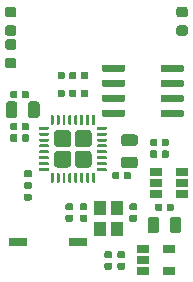
<source format=gbr>
G04 #@! TF.GenerationSoftware,KiCad,Pcbnew,(5.1.5)-2*
G04 #@! TF.CreationDate,2020-02-06T19:09:09-08:00*
G04 #@! TF.ProjectId,USB2RoMeLa_Boosted,55534232-526f-44d6-954c-615f426f6f73,rev?*
G04 #@! TF.SameCoordinates,Original*
G04 #@! TF.FileFunction,Paste,Top*
G04 #@! TF.FilePolarity,Positive*
%FSLAX46Y46*%
G04 Gerber Fmt 4.6, Leading zero omitted, Abs format (unit mm)*
G04 Created by KiCad (PCBNEW (5.1.5)-2) date 2020-02-06 19:09:09*
%MOMM*%
%LPD*%
G04 APERTURE LIST*
%ADD10C,0.100000*%
%ADD11R,1.600000X0.760000*%
%ADD12R,1.000000X1.150000*%
%ADD13R,1.060000X0.650000*%
G04 APERTURE END LIST*
D10*
G36*
X134961542Y-71284774D02*
G01*
X134985203Y-71288284D01*
X135008407Y-71294096D01*
X135030929Y-71302154D01*
X135052553Y-71312382D01*
X135073070Y-71324679D01*
X135092283Y-71338929D01*
X135110007Y-71354993D01*
X135126071Y-71372717D01*
X135140321Y-71391930D01*
X135152618Y-71412447D01*
X135162846Y-71434071D01*
X135170904Y-71456593D01*
X135176716Y-71479797D01*
X135180226Y-71503458D01*
X135181400Y-71527350D01*
X135181400Y-72439850D01*
X135180226Y-72463742D01*
X135176716Y-72487403D01*
X135170904Y-72510607D01*
X135162846Y-72533129D01*
X135152618Y-72554753D01*
X135140321Y-72575270D01*
X135126071Y-72594483D01*
X135110007Y-72612207D01*
X135092283Y-72628271D01*
X135073070Y-72642521D01*
X135052553Y-72654818D01*
X135030929Y-72665046D01*
X135008407Y-72673104D01*
X134985203Y-72678916D01*
X134961542Y-72682426D01*
X134937650Y-72683600D01*
X134450150Y-72683600D01*
X134426258Y-72682426D01*
X134402597Y-72678916D01*
X134379393Y-72673104D01*
X134356871Y-72665046D01*
X134335247Y-72654818D01*
X134314730Y-72642521D01*
X134295517Y-72628271D01*
X134277793Y-72612207D01*
X134261729Y-72594483D01*
X134247479Y-72575270D01*
X134235182Y-72554753D01*
X134224954Y-72533129D01*
X134216896Y-72510607D01*
X134211084Y-72487403D01*
X134207574Y-72463742D01*
X134206400Y-72439850D01*
X134206400Y-71527350D01*
X134207574Y-71503458D01*
X134211084Y-71479797D01*
X134216896Y-71456593D01*
X134224954Y-71434071D01*
X134235182Y-71412447D01*
X134247479Y-71391930D01*
X134261729Y-71372717D01*
X134277793Y-71354993D01*
X134295517Y-71338929D01*
X134314730Y-71324679D01*
X134335247Y-71312382D01*
X134356871Y-71302154D01*
X134379393Y-71294096D01*
X134402597Y-71288284D01*
X134426258Y-71284774D01*
X134450150Y-71283600D01*
X134937650Y-71283600D01*
X134961542Y-71284774D01*
G37*
G36*
X133086542Y-71284774D02*
G01*
X133110203Y-71288284D01*
X133133407Y-71294096D01*
X133155929Y-71302154D01*
X133177553Y-71312382D01*
X133198070Y-71324679D01*
X133217283Y-71338929D01*
X133235007Y-71354993D01*
X133251071Y-71372717D01*
X133265321Y-71391930D01*
X133277618Y-71412447D01*
X133287846Y-71434071D01*
X133295904Y-71456593D01*
X133301716Y-71479797D01*
X133305226Y-71503458D01*
X133306400Y-71527350D01*
X133306400Y-72439850D01*
X133305226Y-72463742D01*
X133301716Y-72487403D01*
X133295904Y-72510607D01*
X133287846Y-72533129D01*
X133277618Y-72554753D01*
X133265321Y-72575270D01*
X133251071Y-72594483D01*
X133235007Y-72612207D01*
X133217283Y-72628271D01*
X133198070Y-72642521D01*
X133177553Y-72654818D01*
X133155929Y-72665046D01*
X133133407Y-72673104D01*
X133110203Y-72678916D01*
X133086542Y-72682426D01*
X133062650Y-72683600D01*
X132575150Y-72683600D01*
X132551258Y-72682426D01*
X132527597Y-72678916D01*
X132504393Y-72673104D01*
X132481871Y-72665046D01*
X132460247Y-72654818D01*
X132439730Y-72642521D01*
X132420517Y-72628271D01*
X132402793Y-72612207D01*
X132386729Y-72594483D01*
X132372479Y-72575270D01*
X132360182Y-72554753D01*
X132349954Y-72533129D01*
X132341896Y-72510607D01*
X132336084Y-72487403D01*
X132332574Y-72463742D01*
X132331400Y-72439850D01*
X132331400Y-71527350D01*
X132332574Y-71503458D01*
X132336084Y-71479797D01*
X132341896Y-71456593D01*
X132349954Y-71434071D01*
X132360182Y-71412447D01*
X132372479Y-71391930D01*
X132386729Y-71372717D01*
X132402793Y-71354993D01*
X132420517Y-71338929D01*
X132439730Y-71324679D01*
X132460247Y-71312382D01*
X132481871Y-71302154D01*
X132504393Y-71294096D01*
X132527597Y-71288284D01*
X132551258Y-71284774D01*
X132575150Y-71283600D01*
X133062650Y-71283600D01*
X133086542Y-71284774D01*
G37*
D11*
X133360000Y-83218200D03*
X138440000Y-83218200D03*
D10*
G36*
X134386958Y-78120710D02*
G01*
X134401276Y-78122834D01*
X134415317Y-78126351D01*
X134428946Y-78131228D01*
X134442031Y-78137417D01*
X134454447Y-78144858D01*
X134466073Y-78153481D01*
X134476798Y-78163202D01*
X134486519Y-78173927D01*
X134495142Y-78185553D01*
X134502583Y-78197969D01*
X134508772Y-78211054D01*
X134513649Y-78224683D01*
X134517166Y-78238724D01*
X134519290Y-78253042D01*
X134520000Y-78267500D01*
X134520000Y-78562500D01*
X134519290Y-78576958D01*
X134517166Y-78591276D01*
X134513649Y-78605317D01*
X134508772Y-78618946D01*
X134502583Y-78632031D01*
X134495142Y-78644447D01*
X134486519Y-78656073D01*
X134476798Y-78666798D01*
X134466073Y-78676519D01*
X134454447Y-78685142D01*
X134442031Y-78692583D01*
X134428946Y-78698772D01*
X134415317Y-78703649D01*
X134401276Y-78707166D01*
X134386958Y-78709290D01*
X134372500Y-78710000D01*
X134027500Y-78710000D01*
X134013042Y-78709290D01*
X133998724Y-78707166D01*
X133984683Y-78703649D01*
X133971054Y-78698772D01*
X133957969Y-78692583D01*
X133945553Y-78685142D01*
X133933927Y-78676519D01*
X133923202Y-78666798D01*
X133913481Y-78656073D01*
X133904858Y-78644447D01*
X133897417Y-78632031D01*
X133891228Y-78618946D01*
X133886351Y-78605317D01*
X133882834Y-78591276D01*
X133880710Y-78576958D01*
X133880000Y-78562500D01*
X133880000Y-78267500D01*
X133880710Y-78253042D01*
X133882834Y-78238724D01*
X133886351Y-78224683D01*
X133891228Y-78211054D01*
X133897417Y-78197969D01*
X133904858Y-78185553D01*
X133913481Y-78173927D01*
X133923202Y-78163202D01*
X133933927Y-78153481D01*
X133945553Y-78144858D01*
X133957969Y-78137417D01*
X133971054Y-78131228D01*
X133984683Y-78126351D01*
X133998724Y-78122834D01*
X134013042Y-78120710D01*
X134027500Y-78120000D01*
X134372500Y-78120000D01*
X134386958Y-78120710D01*
G37*
G36*
X134386958Y-79090710D02*
G01*
X134401276Y-79092834D01*
X134415317Y-79096351D01*
X134428946Y-79101228D01*
X134442031Y-79107417D01*
X134454447Y-79114858D01*
X134466073Y-79123481D01*
X134476798Y-79133202D01*
X134486519Y-79143927D01*
X134495142Y-79155553D01*
X134502583Y-79167969D01*
X134508772Y-79181054D01*
X134513649Y-79194683D01*
X134517166Y-79208724D01*
X134519290Y-79223042D01*
X134520000Y-79237500D01*
X134520000Y-79532500D01*
X134519290Y-79546958D01*
X134517166Y-79561276D01*
X134513649Y-79575317D01*
X134508772Y-79588946D01*
X134502583Y-79602031D01*
X134495142Y-79614447D01*
X134486519Y-79626073D01*
X134476798Y-79636798D01*
X134466073Y-79646519D01*
X134454447Y-79655142D01*
X134442031Y-79662583D01*
X134428946Y-79668772D01*
X134415317Y-79673649D01*
X134401276Y-79677166D01*
X134386958Y-79679290D01*
X134372500Y-79680000D01*
X134027500Y-79680000D01*
X134013042Y-79679290D01*
X133998724Y-79677166D01*
X133984683Y-79673649D01*
X133971054Y-79668772D01*
X133957969Y-79662583D01*
X133945553Y-79655142D01*
X133933927Y-79646519D01*
X133923202Y-79636798D01*
X133913481Y-79626073D01*
X133904858Y-79614447D01*
X133897417Y-79602031D01*
X133891228Y-79588946D01*
X133886351Y-79575317D01*
X133882834Y-79561276D01*
X133880710Y-79546958D01*
X133880000Y-79532500D01*
X133880000Y-79237500D01*
X133880710Y-79223042D01*
X133882834Y-79208724D01*
X133886351Y-79194683D01*
X133891228Y-79181054D01*
X133897417Y-79167969D01*
X133904858Y-79155553D01*
X133913481Y-79143927D01*
X133923202Y-79133202D01*
X133933927Y-79123481D01*
X133945553Y-79114858D01*
X133957969Y-79107417D01*
X133971054Y-79101228D01*
X133984683Y-79096351D01*
X133998724Y-79092834D01*
X134013042Y-79090710D01*
X134027500Y-79090000D01*
X134372500Y-79090000D01*
X134386958Y-79090710D01*
G37*
G36*
X134386958Y-77120710D02*
G01*
X134401276Y-77122834D01*
X134415317Y-77126351D01*
X134428946Y-77131228D01*
X134442031Y-77137417D01*
X134454447Y-77144858D01*
X134466073Y-77153481D01*
X134476798Y-77163202D01*
X134486519Y-77173927D01*
X134495142Y-77185553D01*
X134502583Y-77197969D01*
X134508772Y-77211054D01*
X134513649Y-77224683D01*
X134517166Y-77238724D01*
X134519290Y-77253042D01*
X134520000Y-77267500D01*
X134520000Y-77562500D01*
X134519290Y-77576958D01*
X134517166Y-77591276D01*
X134513649Y-77605317D01*
X134508772Y-77618946D01*
X134502583Y-77632031D01*
X134495142Y-77644447D01*
X134486519Y-77656073D01*
X134476798Y-77666798D01*
X134466073Y-77676519D01*
X134454447Y-77685142D01*
X134442031Y-77692583D01*
X134428946Y-77698772D01*
X134415317Y-77703649D01*
X134401276Y-77707166D01*
X134386958Y-77709290D01*
X134372500Y-77710000D01*
X134027500Y-77710000D01*
X134013042Y-77709290D01*
X133998724Y-77707166D01*
X133984683Y-77703649D01*
X133971054Y-77698772D01*
X133957969Y-77692583D01*
X133945553Y-77685142D01*
X133933927Y-77676519D01*
X133923202Y-77666798D01*
X133913481Y-77656073D01*
X133904858Y-77644447D01*
X133897417Y-77632031D01*
X133891228Y-77618946D01*
X133886351Y-77605317D01*
X133882834Y-77591276D01*
X133880710Y-77576958D01*
X133880000Y-77562500D01*
X133880000Y-77267500D01*
X133880710Y-77253042D01*
X133882834Y-77238724D01*
X133886351Y-77224683D01*
X133891228Y-77211054D01*
X133897417Y-77197969D01*
X133904858Y-77185553D01*
X133913481Y-77173927D01*
X133923202Y-77163202D01*
X133933927Y-77153481D01*
X133945553Y-77144858D01*
X133957969Y-77137417D01*
X133971054Y-77131228D01*
X133984683Y-77126351D01*
X133998724Y-77122834D01*
X134013042Y-77120710D01*
X134027500Y-77120000D01*
X134372500Y-77120000D01*
X134386958Y-77120710D01*
G37*
G36*
X134386958Y-78090710D02*
G01*
X134401276Y-78092834D01*
X134415317Y-78096351D01*
X134428946Y-78101228D01*
X134442031Y-78107417D01*
X134454447Y-78114858D01*
X134466073Y-78123481D01*
X134476798Y-78133202D01*
X134486519Y-78143927D01*
X134495142Y-78155553D01*
X134502583Y-78167969D01*
X134508772Y-78181054D01*
X134513649Y-78194683D01*
X134517166Y-78208724D01*
X134519290Y-78223042D01*
X134520000Y-78237500D01*
X134520000Y-78532500D01*
X134519290Y-78546958D01*
X134517166Y-78561276D01*
X134513649Y-78575317D01*
X134508772Y-78588946D01*
X134502583Y-78602031D01*
X134495142Y-78614447D01*
X134486519Y-78626073D01*
X134476798Y-78636798D01*
X134466073Y-78646519D01*
X134454447Y-78655142D01*
X134442031Y-78662583D01*
X134428946Y-78668772D01*
X134415317Y-78673649D01*
X134401276Y-78677166D01*
X134386958Y-78679290D01*
X134372500Y-78680000D01*
X134027500Y-78680000D01*
X134013042Y-78679290D01*
X133998724Y-78677166D01*
X133984683Y-78673649D01*
X133971054Y-78668772D01*
X133957969Y-78662583D01*
X133945553Y-78655142D01*
X133933927Y-78646519D01*
X133923202Y-78636798D01*
X133913481Y-78626073D01*
X133904858Y-78614447D01*
X133897417Y-78602031D01*
X133891228Y-78588946D01*
X133886351Y-78575317D01*
X133882834Y-78561276D01*
X133880710Y-78546958D01*
X133880000Y-78532500D01*
X133880000Y-78237500D01*
X133880710Y-78223042D01*
X133882834Y-78208724D01*
X133886351Y-78194683D01*
X133891228Y-78181054D01*
X133897417Y-78167969D01*
X133904858Y-78155553D01*
X133913481Y-78143927D01*
X133923202Y-78133202D01*
X133933927Y-78123481D01*
X133945553Y-78114858D01*
X133957969Y-78107417D01*
X133971054Y-78101228D01*
X133984683Y-78096351D01*
X133998724Y-78092834D01*
X134013042Y-78090710D01*
X134027500Y-78090000D01*
X134372500Y-78090000D01*
X134386958Y-78090710D01*
G37*
G36*
X138176958Y-70280710D02*
G01*
X138191276Y-70282834D01*
X138205317Y-70286351D01*
X138218946Y-70291228D01*
X138232031Y-70297417D01*
X138244447Y-70304858D01*
X138256073Y-70313481D01*
X138266798Y-70323202D01*
X138276519Y-70333927D01*
X138285142Y-70345553D01*
X138292583Y-70357969D01*
X138298772Y-70371054D01*
X138303649Y-70384683D01*
X138307166Y-70398724D01*
X138309290Y-70413042D01*
X138310000Y-70427500D01*
X138310000Y-70772500D01*
X138309290Y-70786958D01*
X138307166Y-70801276D01*
X138303649Y-70815317D01*
X138298772Y-70828946D01*
X138292583Y-70842031D01*
X138285142Y-70854447D01*
X138276519Y-70866073D01*
X138266798Y-70876798D01*
X138256073Y-70886519D01*
X138244447Y-70895142D01*
X138232031Y-70902583D01*
X138218946Y-70908772D01*
X138205317Y-70913649D01*
X138191276Y-70917166D01*
X138176958Y-70919290D01*
X138162500Y-70920000D01*
X137867500Y-70920000D01*
X137853042Y-70919290D01*
X137838724Y-70917166D01*
X137824683Y-70913649D01*
X137811054Y-70908772D01*
X137797969Y-70902583D01*
X137785553Y-70895142D01*
X137773927Y-70886519D01*
X137763202Y-70876798D01*
X137753481Y-70866073D01*
X137744858Y-70854447D01*
X137737417Y-70842031D01*
X137731228Y-70828946D01*
X137726351Y-70815317D01*
X137722834Y-70801276D01*
X137720710Y-70786958D01*
X137720000Y-70772500D01*
X137720000Y-70427500D01*
X137720710Y-70413042D01*
X137722834Y-70398724D01*
X137726351Y-70384683D01*
X137731228Y-70371054D01*
X137737417Y-70357969D01*
X137744858Y-70345553D01*
X137753481Y-70333927D01*
X137763202Y-70323202D01*
X137773927Y-70313481D01*
X137785553Y-70304858D01*
X137797969Y-70297417D01*
X137811054Y-70291228D01*
X137824683Y-70286351D01*
X137838724Y-70282834D01*
X137853042Y-70280710D01*
X137867500Y-70280000D01*
X138162500Y-70280000D01*
X138176958Y-70280710D01*
G37*
G36*
X139146958Y-70280710D02*
G01*
X139161276Y-70282834D01*
X139175317Y-70286351D01*
X139188946Y-70291228D01*
X139202031Y-70297417D01*
X139214447Y-70304858D01*
X139226073Y-70313481D01*
X139236798Y-70323202D01*
X139246519Y-70333927D01*
X139255142Y-70345553D01*
X139262583Y-70357969D01*
X139268772Y-70371054D01*
X139273649Y-70384683D01*
X139277166Y-70398724D01*
X139279290Y-70413042D01*
X139280000Y-70427500D01*
X139280000Y-70772500D01*
X139279290Y-70786958D01*
X139277166Y-70801276D01*
X139273649Y-70815317D01*
X139268772Y-70828946D01*
X139262583Y-70842031D01*
X139255142Y-70854447D01*
X139246519Y-70866073D01*
X139236798Y-70876798D01*
X139226073Y-70886519D01*
X139214447Y-70895142D01*
X139202031Y-70902583D01*
X139188946Y-70908772D01*
X139175317Y-70913649D01*
X139161276Y-70917166D01*
X139146958Y-70919290D01*
X139132500Y-70920000D01*
X138837500Y-70920000D01*
X138823042Y-70919290D01*
X138808724Y-70917166D01*
X138794683Y-70913649D01*
X138781054Y-70908772D01*
X138767969Y-70902583D01*
X138755553Y-70895142D01*
X138743927Y-70886519D01*
X138733202Y-70876798D01*
X138723481Y-70866073D01*
X138714858Y-70854447D01*
X138707417Y-70842031D01*
X138701228Y-70828946D01*
X138696351Y-70815317D01*
X138692834Y-70801276D01*
X138690710Y-70786958D01*
X138690000Y-70772500D01*
X138690000Y-70427500D01*
X138690710Y-70413042D01*
X138692834Y-70398724D01*
X138696351Y-70384683D01*
X138701228Y-70371054D01*
X138707417Y-70357969D01*
X138714858Y-70345553D01*
X138723481Y-70333927D01*
X138733202Y-70323202D01*
X138743927Y-70313481D01*
X138755553Y-70304858D01*
X138767969Y-70297417D01*
X138781054Y-70291228D01*
X138794683Y-70286351D01*
X138808724Y-70282834D01*
X138823042Y-70280710D01*
X138837500Y-70280000D01*
X139132500Y-70280000D01*
X139146958Y-70280710D01*
G37*
G36*
X137176958Y-70280710D02*
G01*
X137191276Y-70282834D01*
X137205317Y-70286351D01*
X137218946Y-70291228D01*
X137232031Y-70297417D01*
X137244447Y-70304858D01*
X137256073Y-70313481D01*
X137266798Y-70323202D01*
X137276519Y-70333927D01*
X137285142Y-70345553D01*
X137292583Y-70357969D01*
X137298772Y-70371054D01*
X137303649Y-70384683D01*
X137307166Y-70398724D01*
X137309290Y-70413042D01*
X137310000Y-70427500D01*
X137310000Y-70772500D01*
X137309290Y-70786958D01*
X137307166Y-70801276D01*
X137303649Y-70815317D01*
X137298772Y-70828946D01*
X137292583Y-70842031D01*
X137285142Y-70854447D01*
X137276519Y-70866073D01*
X137266798Y-70876798D01*
X137256073Y-70886519D01*
X137244447Y-70895142D01*
X137232031Y-70902583D01*
X137218946Y-70908772D01*
X137205317Y-70913649D01*
X137191276Y-70917166D01*
X137176958Y-70919290D01*
X137162500Y-70920000D01*
X136867500Y-70920000D01*
X136853042Y-70919290D01*
X136838724Y-70917166D01*
X136824683Y-70913649D01*
X136811054Y-70908772D01*
X136797969Y-70902583D01*
X136785553Y-70895142D01*
X136773927Y-70886519D01*
X136763202Y-70876798D01*
X136753481Y-70866073D01*
X136744858Y-70854447D01*
X136737417Y-70842031D01*
X136731228Y-70828946D01*
X136726351Y-70815317D01*
X136722834Y-70801276D01*
X136720710Y-70786958D01*
X136720000Y-70772500D01*
X136720000Y-70427500D01*
X136720710Y-70413042D01*
X136722834Y-70398724D01*
X136726351Y-70384683D01*
X136731228Y-70371054D01*
X136737417Y-70357969D01*
X136744858Y-70345553D01*
X136753481Y-70333927D01*
X136763202Y-70323202D01*
X136773927Y-70313481D01*
X136785553Y-70304858D01*
X136797969Y-70297417D01*
X136811054Y-70291228D01*
X136824683Y-70286351D01*
X136838724Y-70282834D01*
X136853042Y-70280710D01*
X136867500Y-70280000D01*
X137162500Y-70280000D01*
X137176958Y-70280710D01*
G37*
G36*
X138146958Y-70280710D02*
G01*
X138161276Y-70282834D01*
X138175317Y-70286351D01*
X138188946Y-70291228D01*
X138202031Y-70297417D01*
X138214447Y-70304858D01*
X138226073Y-70313481D01*
X138236798Y-70323202D01*
X138246519Y-70333927D01*
X138255142Y-70345553D01*
X138262583Y-70357969D01*
X138268772Y-70371054D01*
X138273649Y-70384683D01*
X138277166Y-70398724D01*
X138279290Y-70413042D01*
X138280000Y-70427500D01*
X138280000Y-70772500D01*
X138279290Y-70786958D01*
X138277166Y-70801276D01*
X138273649Y-70815317D01*
X138268772Y-70828946D01*
X138262583Y-70842031D01*
X138255142Y-70854447D01*
X138246519Y-70866073D01*
X138236798Y-70876798D01*
X138226073Y-70886519D01*
X138214447Y-70895142D01*
X138202031Y-70902583D01*
X138188946Y-70908772D01*
X138175317Y-70913649D01*
X138161276Y-70917166D01*
X138146958Y-70919290D01*
X138132500Y-70920000D01*
X137837500Y-70920000D01*
X137823042Y-70919290D01*
X137808724Y-70917166D01*
X137794683Y-70913649D01*
X137781054Y-70908772D01*
X137767969Y-70902583D01*
X137755553Y-70895142D01*
X137743927Y-70886519D01*
X137733202Y-70876798D01*
X137723481Y-70866073D01*
X137714858Y-70854447D01*
X137707417Y-70842031D01*
X137701228Y-70828946D01*
X137696351Y-70815317D01*
X137692834Y-70801276D01*
X137690710Y-70786958D01*
X137690000Y-70772500D01*
X137690000Y-70427500D01*
X137690710Y-70413042D01*
X137692834Y-70398724D01*
X137696351Y-70384683D01*
X137701228Y-70371054D01*
X137707417Y-70357969D01*
X137714858Y-70345553D01*
X137723481Y-70333927D01*
X137733202Y-70323202D01*
X137743927Y-70313481D01*
X137755553Y-70304858D01*
X137767969Y-70297417D01*
X137781054Y-70291228D01*
X137794683Y-70286351D01*
X137808724Y-70282834D01*
X137823042Y-70280710D01*
X137837500Y-70280000D01*
X138132500Y-70280000D01*
X138146958Y-70280710D01*
G37*
G36*
X138176958Y-68780710D02*
G01*
X138191276Y-68782834D01*
X138205317Y-68786351D01*
X138218946Y-68791228D01*
X138232031Y-68797417D01*
X138244447Y-68804858D01*
X138256073Y-68813481D01*
X138266798Y-68823202D01*
X138276519Y-68833927D01*
X138285142Y-68845553D01*
X138292583Y-68857969D01*
X138298772Y-68871054D01*
X138303649Y-68884683D01*
X138307166Y-68898724D01*
X138309290Y-68913042D01*
X138310000Y-68927500D01*
X138310000Y-69272500D01*
X138309290Y-69286958D01*
X138307166Y-69301276D01*
X138303649Y-69315317D01*
X138298772Y-69328946D01*
X138292583Y-69342031D01*
X138285142Y-69354447D01*
X138276519Y-69366073D01*
X138266798Y-69376798D01*
X138256073Y-69386519D01*
X138244447Y-69395142D01*
X138232031Y-69402583D01*
X138218946Y-69408772D01*
X138205317Y-69413649D01*
X138191276Y-69417166D01*
X138176958Y-69419290D01*
X138162500Y-69420000D01*
X137867500Y-69420000D01*
X137853042Y-69419290D01*
X137838724Y-69417166D01*
X137824683Y-69413649D01*
X137811054Y-69408772D01*
X137797969Y-69402583D01*
X137785553Y-69395142D01*
X137773927Y-69386519D01*
X137763202Y-69376798D01*
X137753481Y-69366073D01*
X137744858Y-69354447D01*
X137737417Y-69342031D01*
X137731228Y-69328946D01*
X137726351Y-69315317D01*
X137722834Y-69301276D01*
X137720710Y-69286958D01*
X137720000Y-69272500D01*
X137720000Y-68927500D01*
X137720710Y-68913042D01*
X137722834Y-68898724D01*
X137726351Y-68884683D01*
X137731228Y-68871054D01*
X137737417Y-68857969D01*
X137744858Y-68845553D01*
X137753481Y-68833927D01*
X137763202Y-68823202D01*
X137773927Y-68813481D01*
X137785553Y-68804858D01*
X137797969Y-68797417D01*
X137811054Y-68791228D01*
X137824683Y-68786351D01*
X137838724Y-68782834D01*
X137853042Y-68780710D01*
X137867500Y-68780000D01*
X138162500Y-68780000D01*
X138176958Y-68780710D01*
G37*
G36*
X139146958Y-68780710D02*
G01*
X139161276Y-68782834D01*
X139175317Y-68786351D01*
X139188946Y-68791228D01*
X139202031Y-68797417D01*
X139214447Y-68804858D01*
X139226073Y-68813481D01*
X139236798Y-68823202D01*
X139246519Y-68833927D01*
X139255142Y-68845553D01*
X139262583Y-68857969D01*
X139268772Y-68871054D01*
X139273649Y-68884683D01*
X139277166Y-68898724D01*
X139279290Y-68913042D01*
X139280000Y-68927500D01*
X139280000Y-69272500D01*
X139279290Y-69286958D01*
X139277166Y-69301276D01*
X139273649Y-69315317D01*
X139268772Y-69328946D01*
X139262583Y-69342031D01*
X139255142Y-69354447D01*
X139246519Y-69366073D01*
X139236798Y-69376798D01*
X139226073Y-69386519D01*
X139214447Y-69395142D01*
X139202031Y-69402583D01*
X139188946Y-69408772D01*
X139175317Y-69413649D01*
X139161276Y-69417166D01*
X139146958Y-69419290D01*
X139132500Y-69420000D01*
X138837500Y-69420000D01*
X138823042Y-69419290D01*
X138808724Y-69417166D01*
X138794683Y-69413649D01*
X138781054Y-69408772D01*
X138767969Y-69402583D01*
X138755553Y-69395142D01*
X138743927Y-69386519D01*
X138733202Y-69376798D01*
X138723481Y-69366073D01*
X138714858Y-69354447D01*
X138707417Y-69342031D01*
X138701228Y-69328946D01*
X138696351Y-69315317D01*
X138692834Y-69301276D01*
X138690710Y-69286958D01*
X138690000Y-69272500D01*
X138690000Y-68927500D01*
X138690710Y-68913042D01*
X138692834Y-68898724D01*
X138696351Y-68884683D01*
X138701228Y-68871054D01*
X138707417Y-68857969D01*
X138714858Y-68845553D01*
X138723481Y-68833927D01*
X138733202Y-68823202D01*
X138743927Y-68813481D01*
X138755553Y-68804858D01*
X138767969Y-68797417D01*
X138781054Y-68791228D01*
X138794683Y-68786351D01*
X138808724Y-68782834D01*
X138823042Y-68780710D01*
X138837500Y-68780000D01*
X139132500Y-68780000D01*
X139146958Y-68780710D01*
G37*
G36*
X137176958Y-68780710D02*
G01*
X137191276Y-68782834D01*
X137205317Y-68786351D01*
X137218946Y-68791228D01*
X137232031Y-68797417D01*
X137244447Y-68804858D01*
X137256073Y-68813481D01*
X137266798Y-68823202D01*
X137276519Y-68833927D01*
X137285142Y-68845553D01*
X137292583Y-68857969D01*
X137298772Y-68871054D01*
X137303649Y-68884683D01*
X137307166Y-68898724D01*
X137309290Y-68913042D01*
X137310000Y-68927500D01*
X137310000Y-69272500D01*
X137309290Y-69286958D01*
X137307166Y-69301276D01*
X137303649Y-69315317D01*
X137298772Y-69328946D01*
X137292583Y-69342031D01*
X137285142Y-69354447D01*
X137276519Y-69366073D01*
X137266798Y-69376798D01*
X137256073Y-69386519D01*
X137244447Y-69395142D01*
X137232031Y-69402583D01*
X137218946Y-69408772D01*
X137205317Y-69413649D01*
X137191276Y-69417166D01*
X137176958Y-69419290D01*
X137162500Y-69420000D01*
X136867500Y-69420000D01*
X136853042Y-69419290D01*
X136838724Y-69417166D01*
X136824683Y-69413649D01*
X136811054Y-69408772D01*
X136797969Y-69402583D01*
X136785553Y-69395142D01*
X136773927Y-69386519D01*
X136763202Y-69376798D01*
X136753481Y-69366073D01*
X136744858Y-69354447D01*
X136737417Y-69342031D01*
X136731228Y-69328946D01*
X136726351Y-69315317D01*
X136722834Y-69301276D01*
X136720710Y-69286958D01*
X136720000Y-69272500D01*
X136720000Y-68927500D01*
X136720710Y-68913042D01*
X136722834Y-68898724D01*
X136726351Y-68884683D01*
X136731228Y-68871054D01*
X136737417Y-68857969D01*
X136744858Y-68845553D01*
X136753481Y-68833927D01*
X136763202Y-68823202D01*
X136773927Y-68813481D01*
X136785553Y-68804858D01*
X136797969Y-68797417D01*
X136811054Y-68791228D01*
X136824683Y-68786351D01*
X136838724Y-68782834D01*
X136853042Y-68780710D01*
X136867500Y-68780000D01*
X137162500Y-68780000D01*
X137176958Y-68780710D01*
G37*
G36*
X138146958Y-68780710D02*
G01*
X138161276Y-68782834D01*
X138175317Y-68786351D01*
X138188946Y-68791228D01*
X138202031Y-68797417D01*
X138214447Y-68804858D01*
X138226073Y-68813481D01*
X138236798Y-68823202D01*
X138246519Y-68833927D01*
X138255142Y-68845553D01*
X138262583Y-68857969D01*
X138268772Y-68871054D01*
X138273649Y-68884683D01*
X138277166Y-68898724D01*
X138279290Y-68913042D01*
X138280000Y-68927500D01*
X138280000Y-69272500D01*
X138279290Y-69286958D01*
X138277166Y-69301276D01*
X138273649Y-69315317D01*
X138268772Y-69328946D01*
X138262583Y-69342031D01*
X138255142Y-69354447D01*
X138246519Y-69366073D01*
X138236798Y-69376798D01*
X138226073Y-69386519D01*
X138214447Y-69395142D01*
X138202031Y-69402583D01*
X138188946Y-69408772D01*
X138175317Y-69413649D01*
X138161276Y-69417166D01*
X138146958Y-69419290D01*
X138132500Y-69420000D01*
X137837500Y-69420000D01*
X137823042Y-69419290D01*
X137808724Y-69417166D01*
X137794683Y-69413649D01*
X137781054Y-69408772D01*
X137767969Y-69402583D01*
X137755553Y-69395142D01*
X137743927Y-69386519D01*
X137733202Y-69376798D01*
X137723481Y-69366073D01*
X137714858Y-69354447D01*
X137707417Y-69342031D01*
X137701228Y-69328946D01*
X137696351Y-69315317D01*
X137692834Y-69301276D01*
X137690710Y-69286958D01*
X137690000Y-69272500D01*
X137690000Y-68927500D01*
X137690710Y-68913042D01*
X137692834Y-68898724D01*
X137696351Y-68884683D01*
X137701228Y-68871054D01*
X137707417Y-68857969D01*
X137714858Y-68845553D01*
X137723481Y-68833927D01*
X137733202Y-68823202D01*
X137743927Y-68813481D01*
X137755553Y-68804858D01*
X137767969Y-68797417D01*
X137781054Y-68791228D01*
X137794683Y-68786351D01*
X137808724Y-68782834D01*
X137823042Y-68780710D01*
X137837500Y-68780000D01*
X138132500Y-68780000D01*
X138146958Y-68780710D01*
G37*
G36*
X136323626Y-72455301D02*
G01*
X136329693Y-72456201D01*
X136335643Y-72457691D01*
X136341418Y-72459758D01*
X136346962Y-72462380D01*
X136352223Y-72465533D01*
X136357150Y-72469187D01*
X136361694Y-72473306D01*
X136365813Y-72477850D01*
X136369467Y-72482777D01*
X136372620Y-72488038D01*
X136375242Y-72493582D01*
X136377309Y-72499357D01*
X136378799Y-72505307D01*
X136379699Y-72511374D01*
X136380000Y-72517500D01*
X136380000Y-73192500D01*
X136379699Y-73198626D01*
X136378799Y-73204693D01*
X136377309Y-73210643D01*
X136375242Y-73216418D01*
X136372620Y-73221962D01*
X136369467Y-73227223D01*
X136365813Y-73232150D01*
X136361694Y-73236694D01*
X136357150Y-73240813D01*
X136352223Y-73244467D01*
X136346962Y-73247620D01*
X136341418Y-73250242D01*
X136335643Y-73252309D01*
X136329693Y-73253799D01*
X136323626Y-73254699D01*
X136317500Y-73255000D01*
X136192500Y-73255000D01*
X136186374Y-73254699D01*
X136180307Y-73253799D01*
X136174357Y-73252309D01*
X136168582Y-73250242D01*
X136163038Y-73247620D01*
X136157777Y-73244467D01*
X136152850Y-73240813D01*
X136148306Y-73236694D01*
X136144187Y-73232150D01*
X136140533Y-73227223D01*
X136137380Y-73221962D01*
X136134758Y-73216418D01*
X136132691Y-73210643D01*
X136131201Y-73204693D01*
X136130301Y-73198626D01*
X136130000Y-73192500D01*
X136130000Y-72517500D01*
X136130301Y-72511374D01*
X136131201Y-72505307D01*
X136132691Y-72499357D01*
X136134758Y-72493582D01*
X136137380Y-72488038D01*
X136140533Y-72482777D01*
X136144187Y-72477850D01*
X136148306Y-72473306D01*
X136152850Y-72469187D01*
X136157777Y-72465533D01*
X136163038Y-72462380D01*
X136168582Y-72459758D01*
X136174357Y-72457691D01*
X136180307Y-72456201D01*
X136186374Y-72455301D01*
X136192500Y-72455000D01*
X136317500Y-72455000D01*
X136323626Y-72455301D01*
G37*
G36*
X136823626Y-72455301D02*
G01*
X136829693Y-72456201D01*
X136835643Y-72457691D01*
X136841418Y-72459758D01*
X136846962Y-72462380D01*
X136852223Y-72465533D01*
X136857150Y-72469187D01*
X136861694Y-72473306D01*
X136865813Y-72477850D01*
X136869467Y-72482777D01*
X136872620Y-72488038D01*
X136875242Y-72493582D01*
X136877309Y-72499357D01*
X136878799Y-72505307D01*
X136879699Y-72511374D01*
X136880000Y-72517500D01*
X136880000Y-73192500D01*
X136879699Y-73198626D01*
X136878799Y-73204693D01*
X136877309Y-73210643D01*
X136875242Y-73216418D01*
X136872620Y-73221962D01*
X136869467Y-73227223D01*
X136865813Y-73232150D01*
X136861694Y-73236694D01*
X136857150Y-73240813D01*
X136852223Y-73244467D01*
X136846962Y-73247620D01*
X136841418Y-73250242D01*
X136835643Y-73252309D01*
X136829693Y-73253799D01*
X136823626Y-73254699D01*
X136817500Y-73255000D01*
X136692500Y-73255000D01*
X136686374Y-73254699D01*
X136680307Y-73253799D01*
X136674357Y-73252309D01*
X136668582Y-73250242D01*
X136663038Y-73247620D01*
X136657777Y-73244467D01*
X136652850Y-73240813D01*
X136648306Y-73236694D01*
X136644187Y-73232150D01*
X136640533Y-73227223D01*
X136637380Y-73221962D01*
X136634758Y-73216418D01*
X136632691Y-73210643D01*
X136631201Y-73204693D01*
X136630301Y-73198626D01*
X136630000Y-73192500D01*
X136630000Y-72517500D01*
X136630301Y-72511374D01*
X136631201Y-72505307D01*
X136632691Y-72499357D01*
X136634758Y-72493582D01*
X136637380Y-72488038D01*
X136640533Y-72482777D01*
X136644187Y-72477850D01*
X136648306Y-72473306D01*
X136652850Y-72469187D01*
X136657777Y-72465533D01*
X136663038Y-72462380D01*
X136668582Y-72459758D01*
X136674357Y-72457691D01*
X136680307Y-72456201D01*
X136686374Y-72455301D01*
X136692500Y-72455000D01*
X136817500Y-72455000D01*
X136823626Y-72455301D01*
G37*
G36*
X137323626Y-72455301D02*
G01*
X137329693Y-72456201D01*
X137335643Y-72457691D01*
X137341418Y-72459758D01*
X137346962Y-72462380D01*
X137352223Y-72465533D01*
X137357150Y-72469187D01*
X137361694Y-72473306D01*
X137365813Y-72477850D01*
X137369467Y-72482777D01*
X137372620Y-72488038D01*
X137375242Y-72493582D01*
X137377309Y-72499357D01*
X137378799Y-72505307D01*
X137379699Y-72511374D01*
X137380000Y-72517500D01*
X137380000Y-73192500D01*
X137379699Y-73198626D01*
X137378799Y-73204693D01*
X137377309Y-73210643D01*
X137375242Y-73216418D01*
X137372620Y-73221962D01*
X137369467Y-73227223D01*
X137365813Y-73232150D01*
X137361694Y-73236694D01*
X137357150Y-73240813D01*
X137352223Y-73244467D01*
X137346962Y-73247620D01*
X137341418Y-73250242D01*
X137335643Y-73252309D01*
X137329693Y-73253799D01*
X137323626Y-73254699D01*
X137317500Y-73255000D01*
X137192500Y-73255000D01*
X137186374Y-73254699D01*
X137180307Y-73253799D01*
X137174357Y-73252309D01*
X137168582Y-73250242D01*
X137163038Y-73247620D01*
X137157777Y-73244467D01*
X137152850Y-73240813D01*
X137148306Y-73236694D01*
X137144187Y-73232150D01*
X137140533Y-73227223D01*
X137137380Y-73221962D01*
X137134758Y-73216418D01*
X137132691Y-73210643D01*
X137131201Y-73204693D01*
X137130301Y-73198626D01*
X137130000Y-73192500D01*
X137130000Y-72517500D01*
X137130301Y-72511374D01*
X137131201Y-72505307D01*
X137132691Y-72499357D01*
X137134758Y-72493582D01*
X137137380Y-72488038D01*
X137140533Y-72482777D01*
X137144187Y-72477850D01*
X137148306Y-72473306D01*
X137152850Y-72469187D01*
X137157777Y-72465533D01*
X137163038Y-72462380D01*
X137168582Y-72459758D01*
X137174357Y-72457691D01*
X137180307Y-72456201D01*
X137186374Y-72455301D01*
X137192500Y-72455000D01*
X137317500Y-72455000D01*
X137323626Y-72455301D01*
G37*
G36*
X137823626Y-72455301D02*
G01*
X137829693Y-72456201D01*
X137835643Y-72457691D01*
X137841418Y-72459758D01*
X137846962Y-72462380D01*
X137852223Y-72465533D01*
X137857150Y-72469187D01*
X137861694Y-72473306D01*
X137865813Y-72477850D01*
X137869467Y-72482777D01*
X137872620Y-72488038D01*
X137875242Y-72493582D01*
X137877309Y-72499357D01*
X137878799Y-72505307D01*
X137879699Y-72511374D01*
X137880000Y-72517500D01*
X137880000Y-73192500D01*
X137879699Y-73198626D01*
X137878799Y-73204693D01*
X137877309Y-73210643D01*
X137875242Y-73216418D01*
X137872620Y-73221962D01*
X137869467Y-73227223D01*
X137865813Y-73232150D01*
X137861694Y-73236694D01*
X137857150Y-73240813D01*
X137852223Y-73244467D01*
X137846962Y-73247620D01*
X137841418Y-73250242D01*
X137835643Y-73252309D01*
X137829693Y-73253799D01*
X137823626Y-73254699D01*
X137817500Y-73255000D01*
X137692500Y-73255000D01*
X137686374Y-73254699D01*
X137680307Y-73253799D01*
X137674357Y-73252309D01*
X137668582Y-73250242D01*
X137663038Y-73247620D01*
X137657777Y-73244467D01*
X137652850Y-73240813D01*
X137648306Y-73236694D01*
X137644187Y-73232150D01*
X137640533Y-73227223D01*
X137637380Y-73221962D01*
X137634758Y-73216418D01*
X137632691Y-73210643D01*
X137631201Y-73204693D01*
X137630301Y-73198626D01*
X137630000Y-73192500D01*
X137630000Y-72517500D01*
X137630301Y-72511374D01*
X137631201Y-72505307D01*
X137632691Y-72499357D01*
X137634758Y-72493582D01*
X137637380Y-72488038D01*
X137640533Y-72482777D01*
X137644187Y-72477850D01*
X137648306Y-72473306D01*
X137652850Y-72469187D01*
X137657777Y-72465533D01*
X137663038Y-72462380D01*
X137668582Y-72459758D01*
X137674357Y-72457691D01*
X137680307Y-72456201D01*
X137686374Y-72455301D01*
X137692500Y-72455000D01*
X137817500Y-72455000D01*
X137823626Y-72455301D01*
G37*
G36*
X138323626Y-72455301D02*
G01*
X138329693Y-72456201D01*
X138335643Y-72457691D01*
X138341418Y-72459758D01*
X138346962Y-72462380D01*
X138352223Y-72465533D01*
X138357150Y-72469187D01*
X138361694Y-72473306D01*
X138365813Y-72477850D01*
X138369467Y-72482777D01*
X138372620Y-72488038D01*
X138375242Y-72493582D01*
X138377309Y-72499357D01*
X138378799Y-72505307D01*
X138379699Y-72511374D01*
X138380000Y-72517500D01*
X138380000Y-73192500D01*
X138379699Y-73198626D01*
X138378799Y-73204693D01*
X138377309Y-73210643D01*
X138375242Y-73216418D01*
X138372620Y-73221962D01*
X138369467Y-73227223D01*
X138365813Y-73232150D01*
X138361694Y-73236694D01*
X138357150Y-73240813D01*
X138352223Y-73244467D01*
X138346962Y-73247620D01*
X138341418Y-73250242D01*
X138335643Y-73252309D01*
X138329693Y-73253799D01*
X138323626Y-73254699D01*
X138317500Y-73255000D01*
X138192500Y-73255000D01*
X138186374Y-73254699D01*
X138180307Y-73253799D01*
X138174357Y-73252309D01*
X138168582Y-73250242D01*
X138163038Y-73247620D01*
X138157777Y-73244467D01*
X138152850Y-73240813D01*
X138148306Y-73236694D01*
X138144187Y-73232150D01*
X138140533Y-73227223D01*
X138137380Y-73221962D01*
X138134758Y-73216418D01*
X138132691Y-73210643D01*
X138131201Y-73204693D01*
X138130301Y-73198626D01*
X138130000Y-73192500D01*
X138130000Y-72517500D01*
X138130301Y-72511374D01*
X138131201Y-72505307D01*
X138132691Y-72499357D01*
X138134758Y-72493582D01*
X138137380Y-72488038D01*
X138140533Y-72482777D01*
X138144187Y-72477850D01*
X138148306Y-72473306D01*
X138152850Y-72469187D01*
X138157777Y-72465533D01*
X138163038Y-72462380D01*
X138168582Y-72459758D01*
X138174357Y-72457691D01*
X138180307Y-72456201D01*
X138186374Y-72455301D01*
X138192500Y-72455000D01*
X138317500Y-72455000D01*
X138323626Y-72455301D01*
G37*
G36*
X138823626Y-72455301D02*
G01*
X138829693Y-72456201D01*
X138835643Y-72457691D01*
X138841418Y-72459758D01*
X138846962Y-72462380D01*
X138852223Y-72465533D01*
X138857150Y-72469187D01*
X138861694Y-72473306D01*
X138865813Y-72477850D01*
X138869467Y-72482777D01*
X138872620Y-72488038D01*
X138875242Y-72493582D01*
X138877309Y-72499357D01*
X138878799Y-72505307D01*
X138879699Y-72511374D01*
X138880000Y-72517500D01*
X138880000Y-73192500D01*
X138879699Y-73198626D01*
X138878799Y-73204693D01*
X138877309Y-73210643D01*
X138875242Y-73216418D01*
X138872620Y-73221962D01*
X138869467Y-73227223D01*
X138865813Y-73232150D01*
X138861694Y-73236694D01*
X138857150Y-73240813D01*
X138852223Y-73244467D01*
X138846962Y-73247620D01*
X138841418Y-73250242D01*
X138835643Y-73252309D01*
X138829693Y-73253799D01*
X138823626Y-73254699D01*
X138817500Y-73255000D01*
X138692500Y-73255000D01*
X138686374Y-73254699D01*
X138680307Y-73253799D01*
X138674357Y-73252309D01*
X138668582Y-73250242D01*
X138663038Y-73247620D01*
X138657777Y-73244467D01*
X138652850Y-73240813D01*
X138648306Y-73236694D01*
X138644187Y-73232150D01*
X138640533Y-73227223D01*
X138637380Y-73221962D01*
X138634758Y-73216418D01*
X138632691Y-73210643D01*
X138631201Y-73204693D01*
X138630301Y-73198626D01*
X138630000Y-73192500D01*
X138630000Y-72517500D01*
X138630301Y-72511374D01*
X138631201Y-72505307D01*
X138632691Y-72499357D01*
X138634758Y-72493582D01*
X138637380Y-72488038D01*
X138640533Y-72482777D01*
X138644187Y-72477850D01*
X138648306Y-72473306D01*
X138652850Y-72469187D01*
X138657777Y-72465533D01*
X138663038Y-72462380D01*
X138668582Y-72459758D01*
X138674357Y-72457691D01*
X138680307Y-72456201D01*
X138686374Y-72455301D01*
X138692500Y-72455000D01*
X138817500Y-72455000D01*
X138823626Y-72455301D01*
G37*
G36*
X139323626Y-72455301D02*
G01*
X139329693Y-72456201D01*
X139335643Y-72457691D01*
X139341418Y-72459758D01*
X139346962Y-72462380D01*
X139352223Y-72465533D01*
X139357150Y-72469187D01*
X139361694Y-72473306D01*
X139365813Y-72477850D01*
X139369467Y-72482777D01*
X139372620Y-72488038D01*
X139375242Y-72493582D01*
X139377309Y-72499357D01*
X139378799Y-72505307D01*
X139379699Y-72511374D01*
X139380000Y-72517500D01*
X139380000Y-73192500D01*
X139379699Y-73198626D01*
X139378799Y-73204693D01*
X139377309Y-73210643D01*
X139375242Y-73216418D01*
X139372620Y-73221962D01*
X139369467Y-73227223D01*
X139365813Y-73232150D01*
X139361694Y-73236694D01*
X139357150Y-73240813D01*
X139352223Y-73244467D01*
X139346962Y-73247620D01*
X139341418Y-73250242D01*
X139335643Y-73252309D01*
X139329693Y-73253799D01*
X139323626Y-73254699D01*
X139317500Y-73255000D01*
X139192500Y-73255000D01*
X139186374Y-73254699D01*
X139180307Y-73253799D01*
X139174357Y-73252309D01*
X139168582Y-73250242D01*
X139163038Y-73247620D01*
X139157777Y-73244467D01*
X139152850Y-73240813D01*
X139148306Y-73236694D01*
X139144187Y-73232150D01*
X139140533Y-73227223D01*
X139137380Y-73221962D01*
X139134758Y-73216418D01*
X139132691Y-73210643D01*
X139131201Y-73204693D01*
X139130301Y-73198626D01*
X139130000Y-73192500D01*
X139130000Y-72517500D01*
X139130301Y-72511374D01*
X139131201Y-72505307D01*
X139132691Y-72499357D01*
X139134758Y-72493582D01*
X139137380Y-72488038D01*
X139140533Y-72482777D01*
X139144187Y-72477850D01*
X139148306Y-72473306D01*
X139152850Y-72469187D01*
X139157777Y-72465533D01*
X139163038Y-72462380D01*
X139168582Y-72459758D01*
X139174357Y-72457691D01*
X139180307Y-72456201D01*
X139186374Y-72455301D01*
X139192500Y-72455000D01*
X139317500Y-72455000D01*
X139323626Y-72455301D01*
G37*
G36*
X139823626Y-72455301D02*
G01*
X139829693Y-72456201D01*
X139835643Y-72457691D01*
X139841418Y-72459758D01*
X139846962Y-72462380D01*
X139852223Y-72465533D01*
X139857150Y-72469187D01*
X139861694Y-72473306D01*
X139865813Y-72477850D01*
X139869467Y-72482777D01*
X139872620Y-72488038D01*
X139875242Y-72493582D01*
X139877309Y-72499357D01*
X139878799Y-72505307D01*
X139879699Y-72511374D01*
X139880000Y-72517500D01*
X139880000Y-73192500D01*
X139879699Y-73198626D01*
X139878799Y-73204693D01*
X139877309Y-73210643D01*
X139875242Y-73216418D01*
X139872620Y-73221962D01*
X139869467Y-73227223D01*
X139865813Y-73232150D01*
X139861694Y-73236694D01*
X139857150Y-73240813D01*
X139852223Y-73244467D01*
X139846962Y-73247620D01*
X139841418Y-73250242D01*
X139835643Y-73252309D01*
X139829693Y-73253799D01*
X139823626Y-73254699D01*
X139817500Y-73255000D01*
X139692500Y-73255000D01*
X139686374Y-73254699D01*
X139680307Y-73253799D01*
X139674357Y-73252309D01*
X139668582Y-73250242D01*
X139663038Y-73247620D01*
X139657777Y-73244467D01*
X139652850Y-73240813D01*
X139648306Y-73236694D01*
X139644187Y-73232150D01*
X139640533Y-73227223D01*
X139637380Y-73221962D01*
X139634758Y-73216418D01*
X139632691Y-73210643D01*
X139631201Y-73204693D01*
X139630301Y-73198626D01*
X139630000Y-73192500D01*
X139630000Y-72517500D01*
X139630301Y-72511374D01*
X139631201Y-72505307D01*
X139632691Y-72499357D01*
X139634758Y-72493582D01*
X139637380Y-72488038D01*
X139640533Y-72482777D01*
X139644187Y-72477850D01*
X139648306Y-72473306D01*
X139652850Y-72469187D01*
X139657777Y-72465533D01*
X139663038Y-72462380D01*
X139668582Y-72459758D01*
X139674357Y-72457691D01*
X139680307Y-72456201D01*
X139686374Y-72455301D01*
X139692500Y-72455000D01*
X139817500Y-72455000D01*
X139823626Y-72455301D01*
G37*
G36*
X140798626Y-73430301D02*
G01*
X140804693Y-73431201D01*
X140810643Y-73432691D01*
X140816418Y-73434758D01*
X140821962Y-73437380D01*
X140827223Y-73440533D01*
X140832150Y-73444187D01*
X140836694Y-73448306D01*
X140840813Y-73452850D01*
X140844467Y-73457777D01*
X140847620Y-73463038D01*
X140850242Y-73468582D01*
X140852309Y-73474357D01*
X140853799Y-73480307D01*
X140854699Y-73486374D01*
X140855000Y-73492500D01*
X140855000Y-73617500D01*
X140854699Y-73623626D01*
X140853799Y-73629693D01*
X140852309Y-73635643D01*
X140850242Y-73641418D01*
X140847620Y-73646962D01*
X140844467Y-73652223D01*
X140840813Y-73657150D01*
X140836694Y-73661694D01*
X140832150Y-73665813D01*
X140827223Y-73669467D01*
X140821962Y-73672620D01*
X140816418Y-73675242D01*
X140810643Y-73677309D01*
X140804693Y-73678799D01*
X140798626Y-73679699D01*
X140792500Y-73680000D01*
X140117500Y-73680000D01*
X140111374Y-73679699D01*
X140105307Y-73678799D01*
X140099357Y-73677309D01*
X140093582Y-73675242D01*
X140088038Y-73672620D01*
X140082777Y-73669467D01*
X140077850Y-73665813D01*
X140073306Y-73661694D01*
X140069187Y-73657150D01*
X140065533Y-73652223D01*
X140062380Y-73646962D01*
X140059758Y-73641418D01*
X140057691Y-73635643D01*
X140056201Y-73629693D01*
X140055301Y-73623626D01*
X140055000Y-73617500D01*
X140055000Y-73492500D01*
X140055301Y-73486374D01*
X140056201Y-73480307D01*
X140057691Y-73474357D01*
X140059758Y-73468582D01*
X140062380Y-73463038D01*
X140065533Y-73457777D01*
X140069187Y-73452850D01*
X140073306Y-73448306D01*
X140077850Y-73444187D01*
X140082777Y-73440533D01*
X140088038Y-73437380D01*
X140093582Y-73434758D01*
X140099357Y-73432691D01*
X140105307Y-73431201D01*
X140111374Y-73430301D01*
X140117500Y-73430000D01*
X140792500Y-73430000D01*
X140798626Y-73430301D01*
G37*
G36*
X140798626Y-73930301D02*
G01*
X140804693Y-73931201D01*
X140810643Y-73932691D01*
X140816418Y-73934758D01*
X140821962Y-73937380D01*
X140827223Y-73940533D01*
X140832150Y-73944187D01*
X140836694Y-73948306D01*
X140840813Y-73952850D01*
X140844467Y-73957777D01*
X140847620Y-73963038D01*
X140850242Y-73968582D01*
X140852309Y-73974357D01*
X140853799Y-73980307D01*
X140854699Y-73986374D01*
X140855000Y-73992500D01*
X140855000Y-74117500D01*
X140854699Y-74123626D01*
X140853799Y-74129693D01*
X140852309Y-74135643D01*
X140850242Y-74141418D01*
X140847620Y-74146962D01*
X140844467Y-74152223D01*
X140840813Y-74157150D01*
X140836694Y-74161694D01*
X140832150Y-74165813D01*
X140827223Y-74169467D01*
X140821962Y-74172620D01*
X140816418Y-74175242D01*
X140810643Y-74177309D01*
X140804693Y-74178799D01*
X140798626Y-74179699D01*
X140792500Y-74180000D01*
X140117500Y-74180000D01*
X140111374Y-74179699D01*
X140105307Y-74178799D01*
X140099357Y-74177309D01*
X140093582Y-74175242D01*
X140088038Y-74172620D01*
X140082777Y-74169467D01*
X140077850Y-74165813D01*
X140073306Y-74161694D01*
X140069187Y-74157150D01*
X140065533Y-74152223D01*
X140062380Y-74146962D01*
X140059758Y-74141418D01*
X140057691Y-74135643D01*
X140056201Y-74129693D01*
X140055301Y-74123626D01*
X140055000Y-74117500D01*
X140055000Y-73992500D01*
X140055301Y-73986374D01*
X140056201Y-73980307D01*
X140057691Y-73974357D01*
X140059758Y-73968582D01*
X140062380Y-73963038D01*
X140065533Y-73957777D01*
X140069187Y-73952850D01*
X140073306Y-73948306D01*
X140077850Y-73944187D01*
X140082777Y-73940533D01*
X140088038Y-73937380D01*
X140093582Y-73934758D01*
X140099357Y-73932691D01*
X140105307Y-73931201D01*
X140111374Y-73930301D01*
X140117500Y-73930000D01*
X140792500Y-73930000D01*
X140798626Y-73930301D01*
G37*
G36*
X140798626Y-74430301D02*
G01*
X140804693Y-74431201D01*
X140810643Y-74432691D01*
X140816418Y-74434758D01*
X140821962Y-74437380D01*
X140827223Y-74440533D01*
X140832150Y-74444187D01*
X140836694Y-74448306D01*
X140840813Y-74452850D01*
X140844467Y-74457777D01*
X140847620Y-74463038D01*
X140850242Y-74468582D01*
X140852309Y-74474357D01*
X140853799Y-74480307D01*
X140854699Y-74486374D01*
X140855000Y-74492500D01*
X140855000Y-74617500D01*
X140854699Y-74623626D01*
X140853799Y-74629693D01*
X140852309Y-74635643D01*
X140850242Y-74641418D01*
X140847620Y-74646962D01*
X140844467Y-74652223D01*
X140840813Y-74657150D01*
X140836694Y-74661694D01*
X140832150Y-74665813D01*
X140827223Y-74669467D01*
X140821962Y-74672620D01*
X140816418Y-74675242D01*
X140810643Y-74677309D01*
X140804693Y-74678799D01*
X140798626Y-74679699D01*
X140792500Y-74680000D01*
X140117500Y-74680000D01*
X140111374Y-74679699D01*
X140105307Y-74678799D01*
X140099357Y-74677309D01*
X140093582Y-74675242D01*
X140088038Y-74672620D01*
X140082777Y-74669467D01*
X140077850Y-74665813D01*
X140073306Y-74661694D01*
X140069187Y-74657150D01*
X140065533Y-74652223D01*
X140062380Y-74646962D01*
X140059758Y-74641418D01*
X140057691Y-74635643D01*
X140056201Y-74629693D01*
X140055301Y-74623626D01*
X140055000Y-74617500D01*
X140055000Y-74492500D01*
X140055301Y-74486374D01*
X140056201Y-74480307D01*
X140057691Y-74474357D01*
X140059758Y-74468582D01*
X140062380Y-74463038D01*
X140065533Y-74457777D01*
X140069187Y-74452850D01*
X140073306Y-74448306D01*
X140077850Y-74444187D01*
X140082777Y-74440533D01*
X140088038Y-74437380D01*
X140093582Y-74434758D01*
X140099357Y-74432691D01*
X140105307Y-74431201D01*
X140111374Y-74430301D01*
X140117500Y-74430000D01*
X140792500Y-74430000D01*
X140798626Y-74430301D01*
G37*
G36*
X140798626Y-74930301D02*
G01*
X140804693Y-74931201D01*
X140810643Y-74932691D01*
X140816418Y-74934758D01*
X140821962Y-74937380D01*
X140827223Y-74940533D01*
X140832150Y-74944187D01*
X140836694Y-74948306D01*
X140840813Y-74952850D01*
X140844467Y-74957777D01*
X140847620Y-74963038D01*
X140850242Y-74968582D01*
X140852309Y-74974357D01*
X140853799Y-74980307D01*
X140854699Y-74986374D01*
X140855000Y-74992500D01*
X140855000Y-75117500D01*
X140854699Y-75123626D01*
X140853799Y-75129693D01*
X140852309Y-75135643D01*
X140850242Y-75141418D01*
X140847620Y-75146962D01*
X140844467Y-75152223D01*
X140840813Y-75157150D01*
X140836694Y-75161694D01*
X140832150Y-75165813D01*
X140827223Y-75169467D01*
X140821962Y-75172620D01*
X140816418Y-75175242D01*
X140810643Y-75177309D01*
X140804693Y-75178799D01*
X140798626Y-75179699D01*
X140792500Y-75180000D01*
X140117500Y-75180000D01*
X140111374Y-75179699D01*
X140105307Y-75178799D01*
X140099357Y-75177309D01*
X140093582Y-75175242D01*
X140088038Y-75172620D01*
X140082777Y-75169467D01*
X140077850Y-75165813D01*
X140073306Y-75161694D01*
X140069187Y-75157150D01*
X140065533Y-75152223D01*
X140062380Y-75146962D01*
X140059758Y-75141418D01*
X140057691Y-75135643D01*
X140056201Y-75129693D01*
X140055301Y-75123626D01*
X140055000Y-75117500D01*
X140055000Y-74992500D01*
X140055301Y-74986374D01*
X140056201Y-74980307D01*
X140057691Y-74974357D01*
X140059758Y-74968582D01*
X140062380Y-74963038D01*
X140065533Y-74957777D01*
X140069187Y-74952850D01*
X140073306Y-74948306D01*
X140077850Y-74944187D01*
X140082777Y-74940533D01*
X140088038Y-74937380D01*
X140093582Y-74934758D01*
X140099357Y-74932691D01*
X140105307Y-74931201D01*
X140111374Y-74930301D01*
X140117500Y-74930000D01*
X140792500Y-74930000D01*
X140798626Y-74930301D01*
G37*
G36*
X140798626Y-75430301D02*
G01*
X140804693Y-75431201D01*
X140810643Y-75432691D01*
X140816418Y-75434758D01*
X140821962Y-75437380D01*
X140827223Y-75440533D01*
X140832150Y-75444187D01*
X140836694Y-75448306D01*
X140840813Y-75452850D01*
X140844467Y-75457777D01*
X140847620Y-75463038D01*
X140850242Y-75468582D01*
X140852309Y-75474357D01*
X140853799Y-75480307D01*
X140854699Y-75486374D01*
X140855000Y-75492500D01*
X140855000Y-75617500D01*
X140854699Y-75623626D01*
X140853799Y-75629693D01*
X140852309Y-75635643D01*
X140850242Y-75641418D01*
X140847620Y-75646962D01*
X140844467Y-75652223D01*
X140840813Y-75657150D01*
X140836694Y-75661694D01*
X140832150Y-75665813D01*
X140827223Y-75669467D01*
X140821962Y-75672620D01*
X140816418Y-75675242D01*
X140810643Y-75677309D01*
X140804693Y-75678799D01*
X140798626Y-75679699D01*
X140792500Y-75680000D01*
X140117500Y-75680000D01*
X140111374Y-75679699D01*
X140105307Y-75678799D01*
X140099357Y-75677309D01*
X140093582Y-75675242D01*
X140088038Y-75672620D01*
X140082777Y-75669467D01*
X140077850Y-75665813D01*
X140073306Y-75661694D01*
X140069187Y-75657150D01*
X140065533Y-75652223D01*
X140062380Y-75646962D01*
X140059758Y-75641418D01*
X140057691Y-75635643D01*
X140056201Y-75629693D01*
X140055301Y-75623626D01*
X140055000Y-75617500D01*
X140055000Y-75492500D01*
X140055301Y-75486374D01*
X140056201Y-75480307D01*
X140057691Y-75474357D01*
X140059758Y-75468582D01*
X140062380Y-75463038D01*
X140065533Y-75457777D01*
X140069187Y-75452850D01*
X140073306Y-75448306D01*
X140077850Y-75444187D01*
X140082777Y-75440533D01*
X140088038Y-75437380D01*
X140093582Y-75434758D01*
X140099357Y-75432691D01*
X140105307Y-75431201D01*
X140111374Y-75430301D01*
X140117500Y-75430000D01*
X140792500Y-75430000D01*
X140798626Y-75430301D01*
G37*
G36*
X140798626Y-75930301D02*
G01*
X140804693Y-75931201D01*
X140810643Y-75932691D01*
X140816418Y-75934758D01*
X140821962Y-75937380D01*
X140827223Y-75940533D01*
X140832150Y-75944187D01*
X140836694Y-75948306D01*
X140840813Y-75952850D01*
X140844467Y-75957777D01*
X140847620Y-75963038D01*
X140850242Y-75968582D01*
X140852309Y-75974357D01*
X140853799Y-75980307D01*
X140854699Y-75986374D01*
X140855000Y-75992500D01*
X140855000Y-76117500D01*
X140854699Y-76123626D01*
X140853799Y-76129693D01*
X140852309Y-76135643D01*
X140850242Y-76141418D01*
X140847620Y-76146962D01*
X140844467Y-76152223D01*
X140840813Y-76157150D01*
X140836694Y-76161694D01*
X140832150Y-76165813D01*
X140827223Y-76169467D01*
X140821962Y-76172620D01*
X140816418Y-76175242D01*
X140810643Y-76177309D01*
X140804693Y-76178799D01*
X140798626Y-76179699D01*
X140792500Y-76180000D01*
X140117500Y-76180000D01*
X140111374Y-76179699D01*
X140105307Y-76178799D01*
X140099357Y-76177309D01*
X140093582Y-76175242D01*
X140088038Y-76172620D01*
X140082777Y-76169467D01*
X140077850Y-76165813D01*
X140073306Y-76161694D01*
X140069187Y-76157150D01*
X140065533Y-76152223D01*
X140062380Y-76146962D01*
X140059758Y-76141418D01*
X140057691Y-76135643D01*
X140056201Y-76129693D01*
X140055301Y-76123626D01*
X140055000Y-76117500D01*
X140055000Y-75992500D01*
X140055301Y-75986374D01*
X140056201Y-75980307D01*
X140057691Y-75974357D01*
X140059758Y-75968582D01*
X140062380Y-75963038D01*
X140065533Y-75957777D01*
X140069187Y-75952850D01*
X140073306Y-75948306D01*
X140077850Y-75944187D01*
X140082777Y-75940533D01*
X140088038Y-75937380D01*
X140093582Y-75934758D01*
X140099357Y-75932691D01*
X140105307Y-75931201D01*
X140111374Y-75930301D01*
X140117500Y-75930000D01*
X140792500Y-75930000D01*
X140798626Y-75930301D01*
G37*
G36*
X140798626Y-76430301D02*
G01*
X140804693Y-76431201D01*
X140810643Y-76432691D01*
X140816418Y-76434758D01*
X140821962Y-76437380D01*
X140827223Y-76440533D01*
X140832150Y-76444187D01*
X140836694Y-76448306D01*
X140840813Y-76452850D01*
X140844467Y-76457777D01*
X140847620Y-76463038D01*
X140850242Y-76468582D01*
X140852309Y-76474357D01*
X140853799Y-76480307D01*
X140854699Y-76486374D01*
X140855000Y-76492500D01*
X140855000Y-76617500D01*
X140854699Y-76623626D01*
X140853799Y-76629693D01*
X140852309Y-76635643D01*
X140850242Y-76641418D01*
X140847620Y-76646962D01*
X140844467Y-76652223D01*
X140840813Y-76657150D01*
X140836694Y-76661694D01*
X140832150Y-76665813D01*
X140827223Y-76669467D01*
X140821962Y-76672620D01*
X140816418Y-76675242D01*
X140810643Y-76677309D01*
X140804693Y-76678799D01*
X140798626Y-76679699D01*
X140792500Y-76680000D01*
X140117500Y-76680000D01*
X140111374Y-76679699D01*
X140105307Y-76678799D01*
X140099357Y-76677309D01*
X140093582Y-76675242D01*
X140088038Y-76672620D01*
X140082777Y-76669467D01*
X140077850Y-76665813D01*
X140073306Y-76661694D01*
X140069187Y-76657150D01*
X140065533Y-76652223D01*
X140062380Y-76646962D01*
X140059758Y-76641418D01*
X140057691Y-76635643D01*
X140056201Y-76629693D01*
X140055301Y-76623626D01*
X140055000Y-76617500D01*
X140055000Y-76492500D01*
X140055301Y-76486374D01*
X140056201Y-76480307D01*
X140057691Y-76474357D01*
X140059758Y-76468582D01*
X140062380Y-76463038D01*
X140065533Y-76457777D01*
X140069187Y-76452850D01*
X140073306Y-76448306D01*
X140077850Y-76444187D01*
X140082777Y-76440533D01*
X140088038Y-76437380D01*
X140093582Y-76434758D01*
X140099357Y-76432691D01*
X140105307Y-76431201D01*
X140111374Y-76430301D01*
X140117500Y-76430000D01*
X140792500Y-76430000D01*
X140798626Y-76430301D01*
G37*
G36*
X140798626Y-76930301D02*
G01*
X140804693Y-76931201D01*
X140810643Y-76932691D01*
X140816418Y-76934758D01*
X140821962Y-76937380D01*
X140827223Y-76940533D01*
X140832150Y-76944187D01*
X140836694Y-76948306D01*
X140840813Y-76952850D01*
X140844467Y-76957777D01*
X140847620Y-76963038D01*
X140850242Y-76968582D01*
X140852309Y-76974357D01*
X140853799Y-76980307D01*
X140854699Y-76986374D01*
X140855000Y-76992500D01*
X140855000Y-77117500D01*
X140854699Y-77123626D01*
X140853799Y-77129693D01*
X140852309Y-77135643D01*
X140850242Y-77141418D01*
X140847620Y-77146962D01*
X140844467Y-77152223D01*
X140840813Y-77157150D01*
X140836694Y-77161694D01*
X140832150Y-77165813D01*
X140827223Y-77169467D01*
X140821962Y-77172620D01*
X140816418Y-77175242D01*
X140810643Y-77177309D01*
X140804693Y-77178799D01*
X140798626Y-77179699D01*
X140792500Y-77180000D01*
X140117500Y-77180000D01*
X140111374Y-77179699D01*
X140105307Y-77178799D01*
X140099357Y-77177309D01*
X140093582Y-77175242D01*
X140088038Y-77172620D01*
X140082777Y-77169467D01*
X140077850Y-77165813D01*
X140073306Y-77161694D01*
X140069187Y-77157150D01*
X140065533Y-77152223D01*
X140062380Y-77146962D01*
X140059758Y-77141418D01*
X140057691Y-77135643D01*
X140056201Y-77129693D01*
X140055301Y-77123626D01*
X140055000Y-77117500D01*
X140055000Y-76992500D01*
X140055301Y-76986374D01*
X140056201Y-76980307D01*
X140057691Y-76974357D01*
X140059758Y-76968582D01*
X140062380Y-76963038D01*
X140065533Y-76957777D01*
X140069187Y-76952850D01*
X140073306Y-76948306D01*
X140077850Y-76944187D01*
X140082777Y-76940533D01*
X140088038Y-76937380D01*
X140093582Y-76934758D01*
X140099357Y-76932691D01*
X140105307Y-76931201D01*
X140111374Y-76930301D01*
X140117500Y-76930000D01*
X140792500Y-76930000D01*
X140798626Y-76930301D01*
G37*
G36*
X139823626Y-77355301D02*
G01*
X139829693Y-77356201D01*
X139835643Y-77357691D01*
X139841418Y-77359758D01*
X139846962Y-77362380D01*
X139852223Y-77365533D01*
X139857150Y-77369187D01*
X139861694Y-77373306D01*
X139865813Y-77377850D01*
X139869467Y-77382777D01*
X139872620Y-77388038D01*
X139875242Y-77393582D01*
X139877309Y-77399357D01*
X139878799Y-77405307D01*
X139879699Y-77411374D01*
X139880000Y-77417500D01*
X139880000Y-78092500D01*
X139879699Y-78098626D01*
X139878799Y-78104693D01*
X139877309Y-78110643D01*
X139875242Y-78116418D01*
X139872620Y-78121962D01*
X139869467Y-78127223D01*
X139865813Y-78132150D01*
X139861694Y-78136694D01*
X139857150Y-78140813D01*
X139852223Y-78144467D01*
X139846962Y-78147620D01*
X139841418Y-78150242D01*
X139835643Y-78152309D01*
X139829693Y-78153799D01*
X139823626Y-78154699D01*
X139817500Y-78155000D01*
X139692500Y-78155000D01*
X139686374Y-78154699D01*
X139680307Y-78153799D01*
X139674357Y-78152309D01*
X139668582Y-78150242D01*
X139663038Y-78147620D01*
X139657777Y-78144467D01*
X139652850Y-78140813D01*
X139648306Y-78136694D01*
X139644187Y-78132150D01*
X139640533Y-78127223D01*
X139637380Y-78121962D01*
X139634758Y-78116418D01*
X139632691Y-78110643D01*
X139631201Y-78104693D01*
X139630301Y-78098626D01*
X139630000Y-78092500D01*
X139630000Y-77417500D01*
X139630301Y-77411374D01*
X139631201Y-77405307D01*
X139632691Y-77399357D01*
X139634758Y-77393582D01*
X139637380Y-77388038D01*
X139640533Y-77382777D01*
X139644187Y-77377850D01*
X139648306Y-77373306D01*
X139652850Y-77369187D01*
X139657777Y-77365533D01*
X139663038Y-77362380D01*
X139668582Y-77359758D01*
X139674357Y-77357691D01*
X139680307Y-77356201D01*
X139686374Y-77355301D01*
X139692500Y-77355000D01*
X139817500Y-77355000D01*
X139823626Y-77355301D01*
G37*
G36*
X139323626Y-77355301D02*
G01*
X139329693Y-77356201D01*
X139335643Y-77357691D01*
X139341418Y-77359758D01*
X139346962Y-77362380D01*
X139352223Y-77365533D01*
X139357150Y-77369187D01*
X139361694Y-77373306D01*
X139365813Y-77377850D01*
X139369467Y-77382777D01*
X139372620Y-77388038D01*
X139375242Y-77393582D01*
X139377309Y-77399357D01*
X139378799Y-77405307D01*
X139379699Y-77411374D01*
X139380000Y-77417500D01*
X139380000Y-78092500D01*
X139379699Y-78098626D01*
X139378799Y-78104693D01*
X139377309Y-78110643D01*
X139375242Y-78116418D01*
X139372620Y-78121962D01*
X139369467Y-78127223D01*
X139365813Y-78132150D01*
X139361694Y-78136694D01*
X139357150Y-78140813D01*
X139352223Y-78144467D01*
X139346962Y-78147620D01*
X139341418Y-78150242D01*
X139335643Y-78152309D01*
X139329693Y-78153799D01*
X139323626Y-78154699D01*
X139317500Y-78155000D01*
X139192500Y-78155000D01*
X139186374Y-78154699D01*
X139180307Y-78153799D01*
X139174357Y-78152309D01*
X139168582Y-78150242D01*
X139163038Y-78147620D01*
X139157777Y-78144467D01*
X139152850Y-78140813D01*
X139148306Y-78136694D01*
X139144187Y-78132150D01*
X139140533Y-78127223D01*
X139137380Y-78121962D01*
X139134758Y-78116418D01*
X139132691Y-78110643D01*
X139131201Y-78104693D01*
X139130301Y-78098626D01*
X139130000Y-78092500D01*
X139130000Y-77417500D01*
X139130301Y-77411374D01*
X139131201Y-77405307D01*
X139132691Y-77399357D01*
X139134758Y-77393582D01*
X139137380Y-77388038D01*
X139140533Y-77382777D01*
X139144187Y-77377850D01*
X139148306Y-77373306D01*
X139152850Y-77369187D01*
X139157777Y-77365533D01*
X139163038Y-77362380D01*
X139168582Y-77359758D01*
X139174357Y-77357691D01*
X139180307Y-77356201D01*
X139186374Y-77355301D01*
X139192500Y-77355000D01*
X139317500Y-77355000D01*
X139323626Y-77355301D01*
G37*
G36*
X138823626Y-77355301D02*
G01*
X138829693Y-77356201D01*
X138835643Y-77357691D01*
X138841418Y-77359758D01*
X138846962Y-77362380D01*
X138852223Y-77365533D01*
X138857150Y-77369187D01*
X138861694Y-77373306D01*
X138865813Y-77377850D01*
X138869467Y-77382777D01*
X138872620Y-77388038D01*
X138875242Y-77393582D01*
X138877309Y-77399357D01*
X138878799Y-77405307D01*
X138879699Y-77411374D01*
X138880000Y-77417500D01*
X138880000Y-78092500D01*
X138879699Y-78098626D01*
X138878799Y-78104693D01*
X138877309Y-78110643D01*
X138875242Y-78116418D01*
X138872620Y-78121962D01*
X138869467Y-78127223D01*
X138865813Y-78132150D01*
X138861694Y-78136694D01*
X138857150Y-78140813D01*
X138852223Y-78144467D01*
X138846962Y-78147620D01*
X138841418Y-78150242D01*
X138835643Y-78152309D01*
X138829693Y-78153799D01*
X138823626Y-78154699D01*
X138817500Y-78155000D01*
X138692500Y-78155000D01*
X138686374Y-78154699D01*
X138680307Y-78153799D01*
X138674357Y-78152309D01*
X138668582Y-78150242D01*
X138663038Y-78147620D01*
X138657777Y-78144467D01*
X138652850Y-78140813D01*
X138648306Y-78136694D01*
X138644187Y-78132150D01*
X138640533Y-78127223D01*
X138637380Y-78121962D01*
X138634758Y-78116418D01*
X138632691Y-78110643D01*
X138631201Y-78104693D01*
X138630301Y-78098626D01*
X138630000Y-78092500D01*
X138630000Y-77417500D01*
X138630301Y-77411374D01*
X138631201Y-77405307D01*
X138632691Y-77399357D01*
X138634758Y-77393582D01*
X138637380Y-77388038D01*
X138640533Y-77382777D01*
X138644187Y-77377850D01*
X138648306Y-77373306D01*
X138652850Y-77369187D01*
X138657777Y-77365533D01*
X138663038Y-77362380D01*
X138668582Y-77359758D01*
X138674357Y-77357691D01*
X138680307Y-77356201D01*
X138686374Y-77355301D01*
X138692500Y-77355000D01*
X138817500Y-77355000D01*
X138823626Y-77355301D01*
G37*
G36*
X138323626Y-77355301D02*
G01*
X138329693Y-77356201D01*
X138335643Y-77357691D01*
X138341418Y-77359758D01*
X138346962Y-77362380D01*
X138352223Y-77365533D01*
X138357150Y-77369187D01*
X138361694Y-77373306D01*
X138365813Y-77377850D01*
X138369467Y-77382777D01*
X138372620Y-77388038D01*
X138375242Y-77393582D01*
X138377309Y-77399357D01*
X138378799Y-77405307D01*
X138379699Y-77411374D01*
X138380000Y-77417500D01*
X138380000Y-78092500D01*
X138379699Y-78098626D01*
X138378799Y-78104693D01*
X138377309Y-78110643D01*
X138375242Y-78116418D01*
X138372620Y-78121962D01*
X138369467Y-78127223D01*
X138365813Y-78132150D01*
X138361694Y-78136694D01*
X138357150Y-78140813D01*
X138352223Y-78144467D01*
X138346962Y-78147620D01*
X138341418Y-78150242D01*
X138335643Y-78152309D01*
X138329693Y-78153799D01*
X138323626Y-78154699D01*
X138317500Y-78155000D01*
X138192500Y-78155000D01*
X138186374Y-78154699D01*
X138180307Y-78153799D01*
X138174357Y-78152309D01*
X138168582Y-78150242D01*
X138163038Y-78147620D01*
X138157777Y-78144467D01*
X138152850Y-78140813D01*
X138148306Y-78136694D01*
X138144187Y-78132150D01*
X138140533Y-78127223D01*
X138137380Y-78121962D01*
X138134758Y-78116418D01*
X138132691Y-78110643D01*
X138131201Y-78104693D01*
X138130301Y-78098626D01*
X138130000Y-78092500D01*
X138130000Y-77417500D01*
X138130301Y-77411374D01*
X138131201Y-77405307D01*
X138132691Y-77399357D01*
X138134758Y-77393582D01*
X138137380Y-77388038D01*
X138140533Y-77382777D01*
X138144187Y-77377850D01*
X138148306Y-77373306D01*
X138152850Y-77369187D01*
X138157777Y-77365533D01*
X138163038Y-77362380D01*
X138168582Y-77359758D01*
X138174357Y-77357691D01*
X138180307Y-77356201D01*
X138186374Y-77355301D01*
X138192500Y-77355000D01*
X138317500Y-77355000D01*
X138323626Y-77355301D01*
G37*
G36*
X137823626Y-77355301D02*
G01*
X137829693Y-77356201D01*
X137835643Y-77357691D01*
X137841418Y-77359758D01*
X137846962Y-77362380D01*
X137852223Y-77365533D01*
X137857150Y-77369187D01*
X137861694Y-77373306D01*
X137865813Y-77377850D01*
X137869467Y-77382777D01*
X137872620Y-77388038D01*
X137875242Y-77393582D01*
X137877309Y-77399357D01*
X137878799Y-77405307D01*
X137879699Y-77411374D01*
X137880000Y-77417500D01*
X137880000Y-78092500D01*
X137879699Y-78098626D01*
X137878799Y-78104693D01*
X137877309Y-78110643D01*
X137875242Y-78116418D01*
X137872620Y-78121962D01*
X137869467Y-78127223D01*
X137865813Y-78132150D01*
X137861694Y-78136694D01*
X137857150Y-78140813D01*
X137852223Y-78144467D01*
X137846962Y-78147620D01*
X137841418Y-78150242D01*
X137835643Y-78152309D01*
X137829693Y-78153799D01*
X137823626Y-78154699D01*
X137817500Y-78155000D01*
X137692500Y-78155000D01*
X137686374Y-78154699D01*
X137680307Y-78153799D01*
X137674357Y-78152309D01*
X137668582Y-78150242D01*
X137663038Y-78147620D01*
X137657777Y-78144467D01*
X137652850Y-78140813D01*
X137648306Y-78136694D01*
X137644187Y-78132150D01*
X137640533Y-78127223D01*
X137637380Y-78121962D01*
X137634758Y-78116418D01*
X137632691Y-78110643D01*
X137631201Y-78104693D01*
X137630301Y-78098626D01*
X137630000Y-78092500D01*
X137630000Y-77417500D01*
X137630301Y-77411374D01*
X137631201Y-77405307D01*
X137632691Y-77399357D01*
X137634758Y-77393582D01*
X137637380Y-77388038D01*
X137640533Y-77382777D01*
X137644187Y-77377850D01*
X137648306Y-77373306D01*
X137652850Y-77369187D01*
X137657777Y-77365533D01*
X137663038Y-77362380D01*
X137668582Y-77359758D01*
X137674357Y-77357691D01*
X137680307Y-77356201D01*
X137686374Y-77355301D01*
X137692500Y-77355000D01*
X137817500Y-77355000D01*
X137823626Y-77355301D01*
G37*
G36*
X137323626Y-77355301D02*
G01*
X137329693Y-77356201D01*
X137335643Y-77357691D01*
X137341418Y-77359758D01*
X137346962Y-77362380D01*
X137352223Y-77365533D01*
X137357150Y-77369187D01*
X137361694Y-77373306D01*
X137365813Y-77377850D01*
X137369467Y-77382777D01*
X137372620Y-77388038D01*
X137375242Y-77393582D01*
X137377309Y-77399357D01*
X137378799Y-77405307D01*
X137379699Y-77411374D01*
X137380000Y-77417500D01*
X137380000Y-78092500D01*
X137379699Y-78098626D01*
X137378799Y-78104693D01*
X137377309Y-78110643D01*
X137375242Y-78116418D01*
X137372620Y-78121962D01*
X137369467Y-78127223D01*
X137365813Y-78132150D01*
X137361694Y-78136694D01*
X137357150Y-78140813D01*
X137352223Y-78144467D01*
X137346962Y-78147620D01*
X137341418Y-78150242D01*
X137335643Y-78152309D01*
X137329693Y-78153799D01*
X137323626Y-78154699D01*
X137317500Y-78155000D01*
X137192500Y-78155000D01*
X137186374Y-78154699D01*
X137180307Y-78153799D01*
X137174357Y-78152309D01*
X137168582Y-78150242D01*
X137163038Y-78147620D01*
X137157777Y-78144467D01*
X137152850Y-78140813D01*
X137148306Y-78136694D01*
X137144187Y-78132150D01*
X137140533Y-78127223D01*
X137137380Y-78121962D01*
X137134758Y-78116418D01*
X137132691Y-78110643D01*
X137131201Y-78104693D01*
X137130301Y-78098626D01*
X137130000Y-78092500D01*
X137130000Y-77417500D01*
X137130301Y-77411374D01*
X137131201Y-77405307D01*
X137132691Y-77399357D01*
X137134758Y-77393582D01*
X137137380Y-77388038D01*
X137140533Y-77382777D01*
X137144187Y-77377850D01*
X137148306Y-77373306D01*
X137152850Y-77369187D01*
X137157777Y-77365533D01*
X137163038Y-77362380D01*
X137168582Y-77359758D01*
X137174357Y-77357691D01*
X137180307Y-77356201D01*
X137186374Y-77355301D01*
X137192500Y-77355000D01*
X137317500Y-77355000D01*
X137323626Y-77355301D01*
G37*
G36*
X136823626Y-77355301D02*
G01*
X136829693Y-77356201D01*
X136835643Y-77357691D01*
X136841418Y-77359758D01*
X136846962Y-77362380D01*
X136852223Y-77365533D01*
X136857150Y-77369187D01*
X136861694Y-77373306D01*
X136865813Y-77377850D01*
X136869467Y-77382777D01*
X136872620Y-77388038D01*
X136875242Y-77393582D01*
X136877309Y-77399357D01*
X136878799Y-77405307D01*
X136879699Y-77411374D01*
X136880000Y-77417500D01*
X136880000Y-78092500D01*
X136879699Y-78098626D01*
X136878799Y-78104693D01*
X136877309Y-78110643D01*
X136875242Y-78116418D01*
X136872620Y-78121962D01*
X136869467Y-78127223D01*
X136865813Y-78132150D01*
X136861694Y-78136694D01*
X136857150Y-78140813D01*
X136852223Y-78144467D01*
X136846962Y-78147620D01*
X136841418Y-78150242D01*
X136835643Y-78152309D01*
X136829693Y-78153799D01*
X136823626Y-78154699D01*
X136817500Y-78155000D01*
X136692500Y-78155000D01*
X136686374Y-78154699D01*
X136680307Y-78153799D01*
X136674357Y-78152309D01*
X136668582Y-78150242D01*
X136663038Y-78147620D01*
X136657777Y-78144467D01*
X136652850Y-78140813D01*
X136648306Y-78136694D01*
X136644187Y-78132150D01*
X136640533Y-78127223D01*
X136637380Y-78121962D01*
X136634758Y-78116418D01*
X136632691Y-78110643D01*
X136631201Y-78104693D01*
X136630301Y-78098626D01*
X136630000Y-78092500D01*
X136630000Y-77417500D01*
X136630301Y-77411374D01*
X136631201Y-77405307D01*
X136632691Y-77399357D01*
X136634758Y-77393582D01*
X136637380Y-77388038D01*
X136640533Y-77382777D01*
X136644187Y-77377850D01*
X136648306Y-77373306D01*
X136652850Y-77369187D01*
X136657777Y-77365533D01*
X136663038Y-77362380D01*
X136668582Y-77359758D01*
X136674357Y-77357691D01*
X136680307Y-77356201D01*
X136686374Y-77355301D01*
X136692500Y-77355000D01*
X136817500Y-77355000D01*
X136823626Y-77355301D01*
G37*
G36*
X136323626Y-77355301D02*
G01*
X136329693Y-77356201D01*
X136335643Y-77357691D01*
X136341418Y-77359758D01*
X136346962Y-77362380D01*
X136352223Y-77365533D01*
X136357150Y-77369187D01*
X136361694Y-77373306D01*
X136365813Y-77377850D01*
X136369467Y-77382777D01*
X136372620Y-77388038D01*
X136375242Y-77393582D01*
X136377309Y-77399357D01*
X136378799Y-77405307D01*
X136379699Y-77411374D01*
X136380000Y-77417500D01*
X136380000Y-78092500D01*
X136379699Y-78098626D01*
X136378799Y-78104693D01*
X136377309Y-78110643D01*
X136375242Y-78116418D01*
X136372620Y-78121962D01*
X136369467Y-78127223D01*
X136365813Y-78132150D01*
X136361694Y-78136694D01*
X136357150Y-78140813D01*
X136352223Y-78144467D01*
X136346962Y-78147620D01*
X136341418Y-78150242D01*
X136335643Y-78152309D01*
X136329693Y-78153799D01*
X136323626Y-78154699D01*
X136317500Y-78155000D01*
X136192500Y-78155000D01*
X136186374Y-78154699D01*
X136180307Y-78153799D01*
X136174357Y-78152309D01*
X136168582Y-78150242D01*
X136163038Y-78147620D01*
X136157777Y-78144467D01*
X136152850Y-78140813D01*
X136148306Y-78136694D01*
X136144187Y-78132150D01*
X136140533Y-78127223D01*
X136137380Y-78121962D01*
X136134758Y-78116418D01*
X136132691Y-78110643D01*
X136131201Y-78104693D01*
X136130301Y-78098626D01*
X136130000Y-78092500D01*
X136130000Y-77417500D01*
X136130301Y-77411374D01*
X136131201Y-77405307D01*
X136132691Y-77399357D01*
X136134758Y-77393582D01*
X136137380Y-77388038D01*
X136140533Y-77382777D01*
X136144187Y-77377850D01*
X136148306Y-77373306D01*
X136152850Y-77369187D01*
X136157777Y-77365533D01*
X136163038Y-77362380D01*
X136168582Y-77359758D01*
X136174357Y-77357691D01*
X136180307Y-77356201D01*
X136186374Y-77355301D01*
X136192500Y-77355000D01*
X136317500Y-77355000D01*
X136323626Y-77355301D01*
G37*
G36*
X135898626Y-76930301D02*
G01*
X135904693Y-76931201D01*
X135910643Y-76932691D01*
X135916418Y-76934758D01*
X135921962Y-76937380D01*
X135927223Y-76940533D01*
X135932150Y-76944187D01*
X135936694Y-76948306D01*
X135940813Y-76952850D01*
X135944467Y-76957777D01*
X135947620Y-76963038D01*
X135950242Y-76968582D01*
X135952309Y-76974357D01*
X135953799Y-76980307D01*
X135954699Y-76986374D01*
X135955000Y-76992500D01*
X135955000Y-77117500D01*
X135954699Y-77123626D01*
X135953799Y-77129693D01*
X135952309Y-77135643D01*
X135950242Y-77141418D01*
X135947620Y-77146962D01*
X135944467Y-77152223D01*
X135940813Y-77157150D01*
X135936694Y-77161694D01*
X135932150Y-77165813D01*
X135927223Y-77169467D01*
X135921962Y-77172620D01*
X135916418Y-77175242D01*
X135910643Y-77177309D01*
X135904693Y-77178799D01*
X135898626Y-77179699D01*
X135892500Y-77180000D01*
X135217500Y-77180000D01*
X135211374Y-77179699D01*
X135205307Y-77178799D01*
X135199357Y-77177309D01*
X135193582Y-77175242D01*
X135188038Y-77172620D01*
X135182777Y-77169467D01*
X135177850Y-77165813D01*
X135173306Y-77161694D01*
X135169187Y-77157150D01*
X135165533Y-77152223D01*
X135162380Y-77146962D01*
X135159758Y-77141418D01*
X135157691Y-77135643D01*
X135156201Y-77129693D01*
X135155301Y-77123626D01*
X135155000Y-77117500D01*
X135155000Y-76992500D01*
X135155301Y-76986374D01*
X135156201Y-76980307D01*
X135157691Y-76974357D01*
X135159758Y-76968582D01*
X135162380Y-76963038D01*
X135165533Y-76957777D01*
X135169187Y-76952850D01*
X135173306Y-76948306D01*
X135177850Y-76944187D01*
X135182777Y-76940533D01*
X135188038Y-76937380D01*
X135193582Y-76934758D01*
X135199357Y-76932691D01*
X135205307Y-76931201D01*
X135211374Y-76930301D01*
X135217500Y-76930000D01*
X135892500Y-76930000D01*
X135898626Y-76930301D01*
G37*
G36*
X135898626Y-76430301D02*
G01*
X135904693Y-76431201D01*
X135910643Y-76432691D01*
X135916418Y-76434758D01*
X135921962Y-76437380D01*
X135927223Y-76440533D01*
X135932150Y-76444187D01*
X135936694Y-76448306D01*
X135940813Y-76452850D01*
X135944467Y-76457777D01*
X135947620Y-76463038D01*
X135950242Y-76468582D01*
X135952309Y-76474357D01*
X135953799Y-76480307D01*
X135954699Y-76486374D01*
X135955000Y-76492500D01*
X135955000Y-76617500D01*
X135954699Y-76623626D01*
X135953799Y-76629693D01*
X135952309Y-76635643D01*
X135950242Y-76641418D01*
X135947620Y-76646962D01*
X135944467Y-76652223D01*
X135940813Y-76657150D01*
X135936694Y-76661694D01*
X135932150Y-76665813D01*
X135927223Y-76669467D01*
X135921962Y-76672620D01*
X135916418Y-76675242D01*
X135910643Y-76677309D01*
X135904693Y-76678799D01*
X135898626Y-76679699D01*
X135892500Y-76680000D01*
X135217500Y-76680000D01*
X135211374Y-76679699D01*
X135205307Y-76678799D01*
X135199357Y-76677309D01*
X135193582Y-76675242D01*
X135188038Y-76672620D01*
X135182777Y-76669467D01*
X135177850Y-76665813D01*
X135173306Y-76661694D01*
X135169187Y-76657150D01*
X135165533Y-76652223D01*
X135162380Y-76646962D01*
X135159758Y-76641418D01*
X135157691Y-76635643D01*
X135156201Y-76629693D01*
X135155301Y-76623626D01*
X135155000Y-76617500D01*
X135155000Y-76492500D01*
X135155301Y-76486374D01*
X135156201Y-76480307D01*
X135157691Y-76474357D01*
X135159758Y-76468582D01*
X135162380Y-76463038D01*
X135165533Y-76457777D01*
X135169187Y-76452850D01*
X135173306Y-76448306D01*
X135177850Y-76444187D01*
X135182777Y-76440533D01*
X135188038Y-76437380D01*
X135193582Y-76434758D01*
X135199357Y-76432691D01*
X135205307Y-76431201D01*
X135211374Y-76430301D01*
X135217500Y-76430000D01*
X135892500Y-76430000D01*
X135898626Y-76430301D01*
G37*
G36*
X135898626Y-75930301D02*
G01*
X135904693Y-75931201D01*
X135910643Y-75932691D01*
X135916418Y-75934758D01*
X135921962Y-75937380D01*
X135927223Y-75940533D01*
X135932150Y-75944187D01*
X135936694Y-75948306D01*
X135940813Y-75952850D01*
X135944467Y-75957777D01*
X135947620Y-75963038D01*
X135950242Y-75968582D01*
X135952309Y-75974357D01*
X135953799Y-75980307D01*
X135954699Y-75986374D01*
X135955000Y-75992500D01*
X135955000Y-76117500D01*
X135954699Y-76123626D01*
X135953799Y-76129693D01*
X135952309Y-76135643D01*
X135950242Y-76141418D01*
X135947620Y-76146962D01*
X135944467Y-76152223D01*
X135940813Y-76157150D01*
X135936694Y-76161694D01*
X135932150Y-76165813D01*
X135927223Y-76169467D01*
X135921962Y-76172620D01*
X135916418Y-76175242D01*
X135910643Y-76177309D01*
X135904693Y-76178799D01*
X135898626Y-76179699D01*
X135892500Y-76180000D01*
X135217500Y-76180000D01*
X135211374Y-76179699D01*
X135205307Y-76178799D01*
X135199357Y-76177309D01*
X135193582Y-76175242D01*
X135188038Y-76172620D01*
X135182777Y-76169467D01*
X135177850Y-76165813D01*
X135173306Y-76161694D01*
X135169187Y-76157150D01*
X135165533Y-76152223D01*
X135162380Y-76146962D01*
X135159758Y-76141418D01*
X135157691Y-76135643D01*
X135156201Y-76129693D01*
X135155301Y-76123626D01*
X135155000Y-76117500D01*
X135155000Y-75992500D01*
X135155301Y-75986374D01*
X135156201Y-75980307D01*
X135157691Y-75974357D01*
X135159758Y-75968582D01*
X135162380Y-75963038D01*
X135165533Y-75957777D01*
X135169187Y-75952850D01*
X135173306Y-75948306D01*
X135177850Y-75944187D01*
X135182777Y-75940533D01*
X135188038Y-75937380D01*
X135193582Y-75934758D01*
X135199357Y-75932691D01*
X135205307Y-75931201D01*
X135211374Y-75930301D01*
X135217500Y-75930000D01*
X135892500Y-75930000D01*
X135898626Y-75930301D01*
G37*
G36*
X135898626Y-75430301D02*
G01*
X135904693Y-75431201D01*
X135910643Y-75432691D01*
X135916418Y-75434758D01*
X135921962Y-75437380D01*
X135927223Y-75440533D01*
X135932150Y-75444187D01*
X135936694Y-75448306D01*
X135940813Y-75452850D01*
X135944467Y-75457777D01*
X135947620Y-75463038D01*
X135950242Y-75468582D01*
X135952309Y-75474357D01*
X135953799Y-75480307D01*
X135954699Y-75486374D01*
X135955000Y-75492500D01*
X135955000Y-75617500D01*
X135954699Y-75623626D01*
X135953799Y-75629693D01*
X135952309Y-75635643D01*
X135950242Y-75641418D01*
X135947620Y-75646962D01*
X135944467Y-75652223D01*
X135940813Y-75657150D01*
X135936694Y-75661694D01*
X135932150Y-75665813D01*
X135927223Y-75669467D01*
X135921962Y-75672620D01*
X135916418Y-75675242D01*
X135910643Y-75677309D01*
X135904693Y-75678799D01*
X135898626Y-75679699D01*
X135892500Y-75680000D01*
X135217500Y-75680000D01*
X135211374Y-75679699D01*
X135205307Y-75678799D01*
X135199357Y-75677309D01*
X135193582Y-75675242D01*
X135188038Y-75672620D01*
X135182777Y-75669467D01*
X135177850Y-75665813D01*
X135173306Y-75661694D01*
X135169187Y-75657150D01*
X135165533Y-75652223D01*
X135162380Y-75646962D01*
X135159758Y-75641418D01*
X135157691Y-75635643D01*
X135156201Y-75629693D01*
X135155301Y-75623626D01*
X135155000Y-75617500D01*
X135155000Y-75492500D01*
X135155301Y-75486374D01*
X135156201Y-75480307D01*
X135157691Y-75474357D01*
X135159758Y-75468582D01*
X135162380Y-75463038D01*
X135165533Y-75457777D01*
X135169187Y-75452850D01*
X135173306Y-75448306D01*
X135177850Y-75444187D01*
X135182777Y-75440533D01*
X135188038Y-75437380D01*
X135193582Y-75434758D01*
X135199357Y-75432691D01*
X135205307Y-75431201D01*
X135211374Y-75430301D01*
X135217500Y-75430000D01*
X135892500Y-75430000D01*
X135898626Y-75430301D01*
G37*
G36*
X135898626Y-74930301D02*
G01*
X135904693Y-74931201D01*
X135910643Y-74932691D01*
X135916418Y-74934758D01*
X135921962Y-74937380D01*
X135927223Y-74940533D01*
X135932150Y-74944187D01*
X135936694Y-74948306D01*
X135940813Y-74952850D01*
X135944467Y-74957777D01*
X135947620Y-74963038D01*
X135950242Y-74968582D01*
X135952309Y-74974357D01*
X135953799Y-74980307D01*
X135954699Y-74986374D01*
X135955000Y-74992500D01*
X135955000Y-75117500D01*
X135954699Y-75123626D01*
X135953799Y-75129693D01*
X135952309Y-75135643D01*
X135950242Y-75141418D01*
X135947620Y-75146962D01*
X135944467Y-75152223D01*
X135940813Y-75157150D01*
X135936694Y-75161694D01*
X135932150Y-75165813D01*
X135927223Y-75169467D01*
X135921962Y-75172620D01*
X135916418Y-75175242D01*
X135910643Y-75177309D01*
X135904693Y-75178799D01*
X135898626Y-75179699D01*
X135892500Y-75180000D01*
X135217500Y-75180000D01*
X135211374Y-75179699D01*
X135205307Y-75178799D01*
X135199357Y-75177309D01*
X135193582Y-75175242D01*
X135188038Y-75172620D01*
X135182777Y-75169467D01*
X135177850Y-75165813D01*
X135173306Y-75161694D01*
X135169187Y-75157150D01*
X135165533Y-75152223D01*
X135162380Y-75146962D01*
X135159758Y-75141418D01*
X135157691Y-75135643D01*
X135156201Y-75129693D01*
X135155301Y-75123626D01*
X135155000Y-75117500D01*
X135155000Y-74992500D01*
X135155301Y-74986374D01*
X135156201Y-74980307D01*
X135157691Y-74974357D01*
X135159758Y-74968582D01*
X135162380Y-74963038D01*
X135165533Y-74957777D01*
X135169187Y-74952850D01*
X135173306Y-74948306D01*
X135177850Y-74944187D01*
X135182777Y-74940533D01*
X135188038Y-74937380D01*
X135193582Y-74934758D01*
X135199357Y-74932691D01*
X135205307Y-74931201D01*
X135211374Y-74930301D01*
X135217500Y-74930000D01*
X135892500Y-74930000D01*
X135898626Y-74930301D01*
G37*
G36*
X135898626Y-74430301D02*
G01*
X135904693Y-74431201D01*
X135910643Y-74432691D01*
X135916418Y-74434758D01*
X135921962Y-74437380D01*
X135927223Y-74440533D01*
X135932150Y-74444187D01*
X135936694Y-74448306D01*
X135940813Y-74452850D01*
X135944467Y-74457777D01*
X135947620Y-74463038D01*
X135950242Y-74468582D01*
X135952309Y-74474357D01*
X135953799Y-74480307D01*
X135954699Y-74486374D01*
X135955000Y-74492500D01*
X135955000Y-74617500D01*
X135954699Y-74623626D01*
X135953799Y-74629693D01*
X135952309Y-74635643D01*
X135950242Y-74641418D01*
X135947620Y-74646962D01*
X135944467Y-74652223D01*
X135940813Y-74657150D01*
X135936694Y-74661694D01*
X135932150Y-74665813D01*
X135927223Y-74669467D01*
X135921962Y-74672620D01*
X135916418Y-74675242D01*
X135910643Y-74677309D01*
X135904693Y-74678799D01*
X135898626Y-74679699D01*
X135892500Y-74680000D01*
X135217500Y-74680000D01*
X135211374Y-74679699D01*
X135205307Y-74678799D01*
X135199357Y-74677309D01*
X135193582Y-74675242D01*
X135188038Y-74672620D01*
X135182777Y-74669467D01*
X135177850Y-74665813D01*
X135173306Y-74661694D01*
X135169187Y-74657150D01*
X135165533Y-74652223D01*
X135162380Y-74646962D01*
X135159758Y-74641418D01*
X135157691Y-74635643D01*
X135156201Y-74629693D01*
X135155301Y-74623626D01*
X135155000Y-74617500D01*
X135155000Y-74492500D01*
X135155301Y-74486374D01*
X135156201Y-74480307D01*
X135157691Y-74474357D01*
X135159758Y-74468582D01*
X135162380Y-74463038D01*
X135165533Y-74457777D01*
X135169187Y-74452850D01*
X135173306Y-74448306D01*
X135177850Y-74444187D01*
X135182777Y-74440533D01*
X135188038Y-74437380D01*
X135193582Y-74434758D01*
X135199357Y-74432691D01*
X135205307Y-74431201D01*
X135211374Y-74430301D01*
X135217500Y-74430000D01*
X135892500Y-74430000D01*
X135898626Y-74430301D01*
G37*
G36*
X135898626Y-73930301D02*
G01*
X135904693Y-73931201D01*
X135910643Y-73932691D01*
X135916418Y-73934758D01*
X135921962Y-73937380D01*
X135927223Y-73940533D01*
X135932150Y-73944187D01*
X135936694Y-73948306D01*
X135940813Y-73952850D01*
X135944467Y-73957777D01*
X135947620Y-73963038D01*
X135950242Y-73968582D01*
X135952309Y-73974357D01*
X135953799Y-73980307D01*
X135954699Y-73986374D01*
X135955000Y-73992500D01*
X135955000Y-74117500D01*
X135954699Y-74123626D01*
X135953799Y-74129693D01*
X135952309Y-74135643D01*
X135950242Y-74141418D01*
X135947620Y-74146962D01*
X135944467Y-74152223D01*
X135940813Y-74157150D01*
X135936694Y-74161694D01*
X135932150Y-74165813D01*
X135927223Y-74169467D01*
X135921962Y-74172620D01*
X135916418Y-74175242D01*
X135910643Y-74177309D01*
X135904693Y-74178799D01*
X135898626Y-74179699D01*
X135892500Y-74180000D01*
X135217500Y-74180000D01*
X135211374Y-74179699D01*
X135205307Y-74178799D01*
X135199357Y-74177309D01*
X135193582Y-74175242D01*
X135188038Y-74172620D01*
X135182777Y-74169467D01*
X135177850Y-74165813D01*
X135173306Y-74161694D01*
X135169187Y-74157150D01*
X135165533Y-74152223D01*
X135162380Y-74146962D01*
X135159758Y-74141418D01*
X135157691Y-74135643D01*
X135156201Y-74129693D01*
X135155301Y-74123626D01*
X135155000Y-74117500D01*
X135155000Y-73992500D01*
X135155301Y-73986374D01*
X135156201Y-73980307D01*
X135157691Y-73974357D01*
X135159758Y-73968582D01*
X135162380Y-73963038D01*
X135165533Y-73957777D01*
X135169187Y-73952850D01*
X135173306Y-73948306D01*
X135177850Y-73944187D01*
X135182777Y-73940533D01*
X135188038Y-73937380D01*
X135193582Y-73934758D01*
X135199357Y-73932691D01*
X135205307Y-73931201D01*
X135211374Y-73930301D01*
X135217500Y-73930000D01*
X135892500Y-73930000D01*
X135898626Y-73930301D01*
G37*
G36*
X135898626Y-73430301D02*
G01*
X135904693Y-73431201D01*
X135910643Y-73432691D01*
X135916418Y-73434758D01*
X135921962Y-73437380D01*
X135927223Y-73440533D01*
X135932150Y-73444187D01*
X135936694Y-73448306D01*
X135940813Y-73452850D01*
X135944467Y-73457777D01*
X135947620Y-73463038D01*
X135950242Y-73468582D01*
X135952309Y-73474357D01*
X135953799Y-73480307D01*
X135954699Y-73486374D01*
X135955000Y-73492500D01*
X135955000Y-73617500D01*
X135954699Y-73623626D01*
X135953799Y-73629693D01*
X135952309Y-73635643D01*
X135950242Y-73641418D01*
X135947620Y-73646962D01*
X135944467Y-73652223D01*
X135940813Y-73657150D01*
X135936694Y-73661694D01*
X135932150Y-73665813D01*
X135927223Y-73669467D01*
X135921962Y-73672620D01*
X135916418Y-73675242D01*
X135910643Y-73677309D01*
X135904693Y-73678799D01*
X135898626Y-73679699D01*
X135892500Y-73680000D01*
X135217500Y-73680000D01*
X135211374Y-73679699D01*
X135205307Y-73678799D01*
X135199357Y-73677309D01*
X135193582Y-73675242D01*
X135188038Y-73672620D01*
X135182777Y-73669467D01*
X135177850Y-73665813D01*
X135173306Y-73661694D01*
X135169187Y-73657150D01*
X135165533Y-73652223D01*
X135162380Y-73646962D01*
X135159758Y-73641418D01*
X135157691Y-73635643D01*
X135156201Y-73629693D01*
X135155301Y-73623626D01*
X135155000Y-73617500D01*
X135155000Y-73492500D01*
X135155301Y-73486374D01*
X135156201Y-73480307D01*
X135157691Y-73474357D01*
X135159758Y-73468582D01*
X135162380Y-73463038D01*
X135165533Y-73457777D01*
X135169187Y-73452850D01*
X135173306Y-73448306D01*
X135177850Y-73444187D01*
X135182777Y-73440533D01*
X135188038Y-73437380D01*
X135193582Y-73434758D01*
X135199357Y-73432691D01*
X135205307Y-73431201D01*
X135211374Y-73430301D01*
X135217500Y-73430000D01*
X135892500Y-73430000D01*
X135898626Y-73430301D01*
G37*
G36*
X139359504Y-75476204D02*
G01*
X139383773Y-75479804D01*
X139407571Y-75485765D01*
X139430671Y-75494030D01*
X139452849Y-75504520D01*
X139473893Y-75517133D01*
X139493598Y-75531747D01*
X139511777Y-75548223D01*
X139528253Y-75566402D01*
X139542867Y-75586107D01*
X139555480Y-75607151D01*
X139565970Y-75629329D01*
X139574235Y-75652429D01*
X139580196Y-75676227D01*
X139583796Y-75700496D01*
X139585000Y-75725000D01*
X139585000Y-76635000D01*
X139583796Y-76659504D01*
X139580196Y-76683773D01*
X139574235Y-76707571D01*
X139565970Y-76730671D01*
X139555480Y-76752849D01*
X139542867Y-76773893D01*
X139528253Y-76793598D01*
X139511777Y-76811777D01*
X139493598Y-76828253D01*
X139473893Y-76842867D01*
X139452849Y-76855480D01*
X139430671Y-76865970D01*
X139407571Y-76874235D01*
X139383773Y-76880196D01*
X139359504Y-76883796D01*
X139335000Y-76885000D01*
X138425000Y-76885000D01*
X138400496Y-76883796D01*
X138376227Y-76880196D01*
X138352429Y-76874235D01*
X138329329Y-76865970D01*
X138307151Y-76855480D01*
X138286107Y-76842867D01*
X138266402Y-76828253D01*
X138248223Y-76811777D01*
X138231747Y-76793598D01*
X138217133Y-76773893D01*
X138204520Y-76752849D01*
X138194030Y-76730671D01*
X138185765Y-76707571D01*
X138179804Y-76683773D01*
X138176204Y-76659504D01*
X138175000Y-76635000D01*
X138175000Y-75725000D01*
X138176204Y-75700496D01*
X138179804Y-75676227D01*
X138185765Y-75652429D01*
X138194030Y-75629329D01*
X138204520Y-75607151D01*
X138217133Y-75586107D01*
X138231747Y-75566402D01*
X138248223Y-75548223D01*
X138266402Y-75531747D01*
X138286107Y-75517133D01*
X138307151Y-75504520D01*
X138329329Y-75494030D01*
X138352429Y-75485765D01*
X138376227Y-75479804D01*
X138400496Y-75476204D01*
X138425000Y-75475000D01*
X139335000Y-75475000D01*
X139359504Y-75476204D01*
G37*
G36*
X139359504Y-73726204D02*
G01*
X139383773Y-73729804D01*
X139407571Y-73735765D01*
X139430671Y-73744030D01*
X139452849Y-73754520D01*
X139473893Y-73767133D01*
X139493598Y-73781747D01*
X139511777Y-73798223D01*
X139528253Y-73816402D01*
X139542867Y-73836107D01*
X139555480Y-73857151D01*
X139565970Y-73879329D01*
X139574235Y-73902429D01*
X139580196Y-73926227D01*
X139583796Y-73950496D01*
X139585000Y-73975000D01*
X139585000Y-74885000D01*
X139583796Y-74909504D01*
X139580196Y-74933773D01*
X139574235Y-74957571D01*
X139565970Y-74980671D01*
X139555480Y-75002849D01*
X139542867Y-75023893D01*
X139528253Y-75043598D01*
X139511777Y-75061777D01*
X139493598Y-75078253D01*
X139473893Y-75092867D01*
X139452849Y-75105480D01*
X139430671Y-75115970D01*
X139407571Y-75124235D01*
X139383773Y-75130196D01*
X139359504Y-75133796D01*
X139335000Y-75135000D01*
X138425000Y-75135000D01*
X138400496Y-75133796D01*
X138376227Y-75130196D01*
X138352429Y-75124235D01*
X138329329Y-75115970D01*
X138307151Y-75105480D01*
X138286107Y-75092867D01*
X138266402Y-75078253D01*
X138248223Y-75061777D01*
X138231747Y-75043598D01*
X138217133Y-75023893D01*
X138204520Y-75002849D01*
X138194030Y-74980671D01*
X138185765Y-74957571D01*
X138179804Y-74933773D01*
X138176204Y-74909504D01*
X138175000Y-74885000D01*
X138175000Y-73975000D01*
X138176204Y-73950496D01*
X138179804Y-73926227D01*
X138185765Y-73902429D01*
X138194030Y-73879329D01*
X138204520Y-73857151D01*
X138217133Y-73836107D01*
X138231747Y-73816402D01*
X138248223Y-73798223D01*
X138266402Y-73781747D01*
X138286107Y-73767133D01*
X138307151Y-73754520D01*
X138329329Y-73744030D01*
X138352429Y-73735765D01*
X138376227Y-73729804D01*
X138400496Y-73726204D01*
X138425000Y-73725000D01*
X139335000Y-73725000D01*
X139359504Y-73726204D01*
G37*
G36*
X137609504Y-75476204D02*
G01*
X137633773Y-75479804D01*
X137657571Y-75485765D01*
X137680671Y-75494030D01*
X137702849Y-75504520D01*
X137723893Y-75517133D01*
X137743598Y-75531747D01*
X137761777Y-75548223D01*
X137778253Y-75566402D01*
X137792867Y-75586107D01*
X137805480Y-75607151D01*
X137815970Y-75629329D01*
X137824235Y-75652429D01*
X137830196Y-75676227D01*
X137833796Y-75700496D01*
X137835000Y-75725000D01*
X137835000Y-76635000D01*
X137833796Y-76659504D01*
X137830196Y-76683773D01*
X137824235Y-76707571D01*
X137815970Y-76730671D01*
X137805480Y-76752849D01*
X137792867Y-76773893D01*
X137778253Y-76793598D01*
X137761777Y-76811777D01*
X137743598Y-76828253D01*
X137723893Y-76842867D01*
X137702849Y-76855480D01*
X137680671Y-76865970D01*
X137657571Y-76874235D01*
X137633773Y-76880196D01*
X137609504Y-76883796D01*
X137585000Y-76885000D01*
X136675000Y-76885000D01*
X136650496Y-76883796D01*
X136626227Y-76880196D01*
X136602429Y-76874235D01*
X136579329Y-76865970D01*
X136557151Y-76855480D01*
X136536107Y-76842867D01*
X136516402Y-76828253D01*
X136498223Y-76811777D01*
X136481747Y-76793598D01*
X136467133Y-76773893D01*
X136454520Y-76752849D01*
X136444030Y-76730671D01*
X136435765Y-76707571D01*
X136429804Y-76683773D01*
X136426204Y-76659504D01*
X136425000Y-76635000D01*
X136425000Y-75725000D01*
X136426204Y-75700496D01*
X136429804Y-75676227D01*
X136435765Y-75652429D01*
X136444030Y-75629329D01*
X136454520Y-75607151D01*
X136467133Y-75586107D01*
X136481747Y-75566402D01*
X136498223Y-75548223D01*
X136516402Y-75531747D01*
X136536107Y-75517133D01*
X136557151Y-75504520D01*
X136579329Y-75494030D01*
X136602429Y-75485765D01*
X136626227Y-75479804D01*
X136650496Y-75476204D01*
X136675000Y-75475000D01*
X137585000Y-75475000D01*
X137609504Y-75476204D01*
G37*
G36*
X137609504Y-73726204D02*
G01*
X137633773Y-73729804D01*
X137657571Y-73735765D01*
X137680671Y-73744030D01*
X137702849Y-73754520D01*
X137723893Y-73767133D01*
X137743598Y-73781747D01*
X137761777Y-73798223D01*
X137778253Y-73816402D01*
X137792867Y-73836107D01*
X137805480Y-73857151D01*
X137815970Y-73879329D01*
X137824235Y-73902429D01*
X137830196Y-73926227D01*
X137833796Y-73950496D01*
X137835000Y-73975000D01*
X137835000Y-74885000D01*
X137833796Y-74909504D01*
X137830196Y-74933773D01*
X137824235Y-74957571D01*
X137815970Y-74980671D01*
X137805480Y-75002849D01*
X137792867Y-75023893D01*
X137778253Y-75043598D01*
X137761777Y-75061777D01*
X137743598Y-75078253D01*
X137723893Y-75092867D01*
X137702849Y-75105480D01*
X137680671Y-75115970D01*
X137657571Y-75124235D01*
X137633773Y-75130196D01*
X137609504Y-75133796D01*
X137585000Y-75135000D01*
X136675000Y-75135000D01*
X136650496Y-75133796D01*
X136626227Y-75130196D01*
X136602429Y-75124235D01*
X136579329Y-75115970D01*
X136557151Y-75105480D01*
X136536107Y-75092867D01*
X136516402Y-75078253D01*
X136498223Y-75061777D01*
X136481747Y-75043598D01*
X136467133Y-75023893D01*
X136454520Y-75002849D01*
X136444030Y-74980671D01*
X136435765Y-74957571D01*
X136429804Y-74933773D01*
X136426204Y-74909504D01*
X136425000Y-74885000D01*
X136425000Y-73975000D01*
X136426204Y-73950496D01*
X136429804Y-73926227D01*
X136435765Y-73902429D01*
X136444030Y-73879329D01*
X136454520Y-73857151D01*
X136467133Y-73836107D01*
X136481747Y-73816402D01*
X136498223Y-73798223D01*
X136516402Y-73781747D01*
X136536107Y-73767133D01*
X136557151Y-73754520D01*
X136579329Y-73744030D01*
X136602429Y-73735765D01*
X136626227Y-73729804D01*
X136650496Y-73726204D01*
X136675000Y-73725000D01*
X137585000Y-73725000D01*
X137609504Y-73726204D01*
G37*
G36*
X147251703Y-68174222D02*
G01*
X147266264Y-68176382D01*
X147280543Y-68179959D01*
X147294403Y-68184918D01*
X147307710Y-68191212D01*
X147320336Y-68198780D01*
X147332159Y-68207548D01*
X147343066Y-68217434D01*
X147352952Y-68228341D01*
X147361720Y-68240164D01*
X147369288Y-68252790D01*
X147375582Y-68266097D01*
X147380541Y-68279957D01*
X147384118Y-68294236D01*
X147386278Y-68308797D01*
X147387000Y-68323500D01*
X147387000Y-68623500D01*
X147386278Y-68638203D01*
X147384118Y-68652764D01*
X147380541Y-68667043D01*
X147375582Y-68680903D01*
X147369288Y-68694210D01*
X147361720Y-68706836D01*
X147352952Y-68718659D01*
X147343066Y-68729566D01*
X147332159Y-68739452D01*
X147320336Y-68748220D01*
X147307710Y-68755788D01*
X147294403Y-68762082D01*
X147280543Y-68767041D01*
X147266264Y-68770618D01*
X147251703Y-68772778D01*
X147237000Y-68773500D01*
X145587000Y-68773500D01*
X145572297Y-68772778D01*
X145557736Y-68770618D01*
X145543457Y-68767041D01*
X145529597Y-68762082D01*
X145516290Y-68755788D01*
X145503664Y-68748220D01*
X145491841Y-68739452D01*
X145480934Y-68729566D01*
X145471048Y-68718659D01*
X145462280Y-68706836D01*
X145454712Y-68694210D01*
X145448418Y-68680903D01*
X145443459Y-68667043D01*
X145439882Y-68652764D01*
X145437722Y-68638203D01*
X145437000Y-68623500D01*
X145437000Y-68323500D01*
X145437722Y-68308797D01*
X145439882Y-68294236D01*
X145443459Y-68279957D01*
X145448418Y-68266097D01*
X145454712Y-68252790D01*
X145462280Y-68240164D01*
X145471048Y-68228341D01*
X145480934Y-68217434D01*
X145491841Y-68207548D01*
X145503664Y-68198780D01*
X145516290Y-68191212D01*
X145529597Y-68184918D01*
X145543457Y-68179959D01*
X145557736Y-68176382D01*
X145572297Y-68174222D01*
X145587000Y-68173500D01*
X147237000Y-68173500D01*
X147251703Y-68174222D01*
G37*
G36*
X147251703Y-69444222D02*
G01*
X147266264Y-69446382D01*
X147280543Y-69449959D01*
X147294403Y-69454918D01*
X147307710Y-69461212D01*
X147320336Y-69468780D01*
X147332159Y-69477548D01*
X147343066Y-69487434D01*
X147352952Y-69498341D01*
X147361720Y-69510164D01*
X147369288Y-69522790D01*
X147375582Y-69536097D01*
X147380541Y-69549957D01*
X147384118Y-69564236D01*
X147386278Y-69578797D01*
X147387000Y-69593500D01*
X147387000Y-69893500D01*
X147386278Y-69908203D01*
X147384118Y-69922764D01*
X147380541Y-69937043D01*
X147375582Y-69950903D01*
X147369288Y-69964210D01*
X147361720Y-69976836D01*
X147352952Y-69988659D01*
X147343066Y-69999566D01*
X147332159Y-70009452D01*
X147320336Y-70018220D01*
X147307710Y-70025788D01*
X147294403Y-70032082D01*
X147280543Y-70037041D01*
X147266264Y-70040618D01*
X147251703Y-70042778D01*
X147237000Y-70043500D01*
X145587000Y-70043500D01*
X145572297Y-70042778D01*
X145557736Y-70040618D01*
X145543457Y-70037041D01*
X145529597Y-70032082D01*
X145516290Y-70025788D01*
X145503664Y-70018220D01*
X145491841Y-70009452D01*
X145480934Y-69999566D01*
X145471048Y-69988659D01*
X145462280Y-69976836D01*
X145454712Y-69964210D01*
X145448418Y-69950903D01*
X145443459Y-69937043D01*
X145439882Y-69922764D01*
X145437722Y-69908203D01*
X145437000Y-69893500D01*
X145437000Y-69593500D01*
X145437722Y-69578797D01*
X145439882Y-69564236D01*
X145443459Y-69549957D01*
X145448418Y-69536097D01*
X145454712Y-69522790D01*
X145462280Y-69510164D01*
X145471048Y-69498341D01*
X145480934Y-69487434D01*
X145491841Y-69477548D01*
X145503664Y-69468780D01*
X145516290Y-69461212D01*
X145529597Y-69454918D01*
X145543457Y-69449959D01*
X145557736Y-69446382D01*
X145572297Y-69444222D01*
X145587000Y-69443500D01*
X147237000Y-69443500D01*
X147251703Y-69444222D01*
G37*
G36*
X147251703Y-70714222D02*
G01*
X147266264Y-70716382D01*
X147280543Y-70719959D01*
X147294403Y-70724918D01*
X147307710Y-70731212D01*
X147320336Y-70738780D01*
X147332159Y-70747548D01*
X147343066Y-70757434D01*
X147352952Y-70768341D01*
X147361720Y-70780164D01*
X147369288Y-70792790D01*
X147375582Y-70806097D01*
X147380541Y-70819957D01*
X147384118Y-70834236D01*
X147386278Y-70848797D01*
X147387000Y-70863500D01*
X147387000Y-71163500D01*
X147386278Y-71178203D01*
X147384118Y-71192764D01*
X147380541Y-71207043D01*
X147375582Y-71220903D01*
X147369288Y-71234210D01*
X147361720Y-71246836D01*
X147352952Y-71258659D01*
X147343066Y-71269566D01*
X147332159Y-71279452D01*
X147320336Y-71288220D01*
X147307710Y-71295788D01*
X147294403Y-71302082D01*
X147280543Y-71307041D01*
X147266264Y-71310618D01*
X147251703Y-71312778D01*
X147237000Y-71313500D01*
X145587000Y-71313500D01*
X145572297Y-71312778D01*
X145557736Y-71310618D01*
X145543457Y-71307041D01*
X145529597Y-71302082D01*
X145516290Y-71295788D01*
X145503664Y-71288220D01*
X145491841Y-71279452D01*
X145480934Y-71269566D01*
X145471048Y-71258659D01*
X145462280Y-71246836D01*
X145454712Y-71234210D01*
X145448418Y-71220903D01*
X145443459Y-71207043D01*
X145439882Y-71192764D01*
X145437722Y-71178203D01*
X145437000Y-71163500D01*
X145437000Y-70863500D01*
X145437722Y-70848797D01*
X145439882Y-70834236D01*
X145443459Y-70819957D01*
X145448418Y-70806097D01*
X145454712Y-70792790D01*
X145462280Y-70780164D01*
X145471048Y-70768341D01*
X145480934Y-70757434D01*
X145491841Y-70747548D01*
X145503664Y-70738780D01*
X145516290Y-70731212D01*
X145529597Y-70724918D01*
X145543457Y-70719959D01*
X145557736Y-70716382D01*
X145572297Y-70714222D01*
X145587000Y-70713500D01*
X147237000Y-70713500D01*
X147251703Y-70714222D01*
G37*
G36*
X147251703Y-71984222D02*
G01*
X147266264Y-71986382D01*
X147280543Y-71989959D01*
X147294403Y-71994918D01*
X147307710Y-72001212D01*
X147320336Y-72008780D01*
X147332159Y-72017548D01*
X147343066Y-72027434D01*
X147352952Y-72038341D01*
X147361720Y-72050164D01*
X147369288Y-72062790D01*
X147375582Y-72076097D01*
X147380541Y-72089957D01*
X147384118Y-72104236D01*
X147386278Y-72118797D01*
X147387000Y-72133500D01*
X147387000Y-72433500D01*
X147386278Y-72448203D01*
X147384118Y-72462764D01*
X147380541Y-72477043D01*
X147375582Y-72490903D01*
X147369288Y-72504210D01*
X147361720Y-72516836D01*
X147352952Y-72528659D01*
X147343066Y-72539566D01*
X147332159Y-72549452D01*
X147320336Y-72558220D01*
X147307710Y-72565788D01*
X147294403Y-72572082D01*
X147280543Y-72577041D01*
X147266264Y-72580618D01*
X147251703Y-72582778D01*
X147237000Y-72583500D01*
X145587000Y-72583500D01*
X145572297Y-72582778D01*
X145557736Y-72580618D01*
X145543457Y-72577041D01*
X145529597Y-72572082D01*
X145516290Y-72565788D01*
X145503664Y-72558220D01*
X145491841Y-72549452D01*
X145480934Y-72539566D01*
X145471048Y-72528659D01*
X145462280Y-72516836D01*
X145454712Y-72504210D01*
X145448418Y-72490903D01*
X145443459Y-72477043D01*
X145439882Y-72462764D01*
X145437722Y-72448203D01*
X145437000Y-72433500D01*
X145437000Y-72133500D01*
X145437722Y-72118797D01*
X145439882Y-72104236D01*
X145443459Y-72089957D01*
X145448418Y-72076097D01*
X145454712Y-72062790D01*
X145462280Y-72050164D01*
X145471048Y-72038341D01*
X145480934Y-72027434D01*
X145491841Y-72017548D01*
X145503664Y-72008780D01*
X145516290Y-72001212D01*
X145529597Y-71994918D01*
X145543457Y-71989959D01*
X145557736Y-71986382D01*
X145572297Y-71984222D01*
X145587000Y-71983500D01*
X147237000Y-71983500D01*
X147251703Y-71984222D01*
G37*
G36*
X142301703Y-71984222D02*
G01*
X142316264Y-71986382D01*
X142330543Y-71989959D01*
X142344403Y-71994918D01*
X142357710Y-72001212D01*
X142370336Y-72008780D01*
X142382159Y-72017548D01*
X142393066Y-72027434D01*
X142402952Y-72038341D01*
X142411720Y-72050164D01*
X142419288Y-72062790D01*
X142425582Y-72076097D01*
X142430541Y-72089957D01*
X142434118Y-72104236D01*
X142436278Y-72118797D01*
X142437000Y-72133500D01*
X142437000Y-72433500D01*
X142436278Y-72448203D01*
X142434118Y-72462764D01*
X142430541Y-72477043D01*
X142425582Y-72490903D01*
X142419288Y-72504210D01*
X142411720Y-72516836D01*
X142402952Y-72528659D01*
X142393066Y-72539566D01*
X142382159Y-72549452D01*
X142370336Y-72558220D01*
X142357710Y-72565788D01*
X142344403Y-72572082D01*
X142330543Y-72577041D01*
X142316264Y-72580618D01*
X142301703Y-72582778D01*
X142287000Y-72583500D01*
X140637000Y-72583500D01*
X140622297Y-72582778D01*
X140607736Y-72580618D01*
X140593457Y-72577041D01*
X140579597Y-72572082D01*
X140566290Y-72565788D01*
X140553664Y-72558220D01*
X140541841Y-72549452D01*
X140530934Y-72539566D01*
X140521048Y-72528659D01*
X140512280Y-72516836D01*
X140504712Y-72504210D01*
X140498418Y-72490903D01*
X140493459Y-72477043D01*
X140489882Y-72462764D01*
X140487722Y-72448203D01*
X140487000Y-72433500D01*
X140487000Y-72133500D01*
X140487722Y-72118797D01*
X140489882Y-72104236D01*
X140493459Y-72089957D01*
X140498418Y-72076097D01*
X140504712Y-72062790D01*
X140512280Y-72050164D01*
X140521048Y-72038341D01*
X140530934Y-72027434D01*
X140541841Y-72017548D01*
X140553664Y-72008780D01*
X140566290Y-72001212D01*
X140579597Y-71994918D01*
X140593457Y-71989959D01*
X140607736Y-71986382D01*
X140622297Y-71984222D01*
X140637000Y-71983500D01*
X142287000Y-71983500D01*
X142301703Y-71984222D01*
G37*
G36*
X142301703Y-70714222D02*
G01*
X142316264Y-70716382D01*
X142330543Y-70719959D01*
X142344403Y-70724918D01*
X142357710Y-70731212D01*
X142370336Y-70738780D01*
X142382159Y-70747548D01*
X142393066Y-70757434D01*
X142402952Y-70768341D01*
X142411720Y-70780164D01*
X142419288Y-70792790D01*
X142425582Y-70806097D01*
X142430541Y-70819957D01*
X142434118Y-70834236D01*
X142436278Y-70848797D01*
X142437000Y-70863500D01*
X142437000Y-71163500D01*
X142436278Y-71178203D01*
X142434118Y-71192764D01*
X142430541Y-71207043D01*
X142425582Y-71220903D01*
X142419288Y-71234210D01*
X142411720Y-71246836D01*
X142402952Y-71258659D01*
X142393066Y-71269566D01*
X142382159Y-71279452D01*
X142370336Y-71288220D01*
X142357710Y-71295788D01*
X142344403Y-71302082D01*
X142330543Y-71307041D01*
X142316264Y-71310618D01*
X142301703Y-71312778D01*
X142287000Y-71313500D01*
X140637000Y-71313500D01*
X140622297Y-71312778D01*
X140607736Y-71310618D01*
X140593457Y-71307041D01*
X140579597Y-71302082D01*
X140566290Y-71295788D01*
X140553664Y-71288220D01*
X140541841Y-71279452D01*
X140530934Y-71269566D01*
X140521048Y-71258659D01*
X140512280Y-71246836D01*
X140504712Y-71234210D01*
X140498418Y-71220903D01*
X140493459Y-71207043D01*
X140489882Y-71192764D01*
X140487722Y-71178203D01*
X140487000Y-71163500D01*
X140487000Y-70863500D01*
X140487722Y-70848797D01*
X140489882Y-70834236D01*
X140493459Y-70819957D01*
X140498418Y-70806097D01*
X140504712Y-70792790D01*
X140512280Y-70780164D01*
X140521048Y-70768341D01*
X140530934Y-70757434D01*
X140541841Y-70747548D01*
X140553664Y-70738780D01*
X140566290Y-70731212D01*
X140579597Y-70724918D01*
X140593457Y-70719959D01*
X140607736Y-70716382D01*
X140622297Y-70714222D01*
X140637000Y-70713500D01*
X142287000Y-70713500D01*
X142301703Y-70714222D01*
G37*
G36*
X142301703Y-69444222D02*
G01*
X142316264Y-69446382D01*
X142330543Y-69449959D01*
X142344403Y-69454918D01*
X142357710Y-69461212D01*
X142370336Y-69468780D01*
X142382159Y-69477548D01*
X142393066Y-69487434D01*
X142402952Y-69498341D01*
X142411720Y-69510164D01*
X142419288Y-69522790D01*
X142425582Y-69536097D01*
X142430541Y-69549957D01*
X142434118Y-69564236D01*
X142436278Y-69578797D01*
X142437000Y-69593500D01*
X142437000Y-69893500D01*
X142436278Y-69908203D01*
X142434118Y-69922764D01*
X142430541Y-69937043D01*
X142425582Y-69950903D01*
X142419288Y-69964210D01*
X142411720Y-69976836D01*
X142402952Y-69988659D01*
X142393066Y-69999566D01*
X142382159Y-70009452D01*
X142370336Y-70018220D01*
X142357710Y-70025788D01*
X142344403Y-70032082D01*
X142330543Y-70037041D01*
X142316264Y-70040618D01*
X142301703Y-70042778D01*
X142287000Y-70043500D01*
X140637000Y-70043500D01*
X140622297Y-70042778D01*
X140607736Y-70040618D01*
X140593457Y-70037041D01*
X140579597Y-70032082D01*
X140566290Y-70025788D01*
X140553664Y-70018220D01*
X140541841Y-70009452D01*
X140530934Y-69999566D01*
X140521048Y-69988659D01*
X140512280Y-69976836D01*
X140504712Y-69964210D01*
X140498418Y-69950903D01*
X140493459Y-69937043D01*
X140489882Y-69922764D01*
X140487722Y-69908203D01*
X140487000Y-69893500D01*
X140487000Y-69593500D01*
X140487722Y-69578797D01*
X140489882Y-69564236D01*
X140493459Y-69549957D01*
X140498418Y-69536097D01*
X140504712Y-69522790D01*
X140512280Y-69510164D01*
X140521048Y-69498341D01*
X140530934Y-69487434D01*
X140541841Y-69477548D01*
X140553664Y-69468780D01*
X140566290Y-69461212D01*
X140579597Y-69454918D01*
X140593457Y-69449959D01*
X140607736Y-69446382D01*
X140622297Y-69444222D01*
X140637000Y-69443500D01*
X142287000Y-69443500D01*
X142301703Y-69444222D01*
G37*
G36*
X142301703Y-68174222D02*
G01*
X142316264Y-68176382D01*
X142330543Y-68179959D01*
X142344403Y-68184918D01*
X142357710Y-68191212D01*
X142370336Y-68198780D01*
X142382159Y-68207548D01*
X142393066Y-68217434D01*
X142402952Y-68228341D01*
X142411720Y-68240164D01*
X142419288Y-68252790D01*
X142425582Y-68266097D01*
X142430541Y-68279957D01*
X142434118Y-68294236D01*
X142436278Y-68308797D01*
X142437000Y-68323500D01*
X142437000Y-68623500D01*
X142436278Y-68638203D01*
X142434118Y-68652764D01*
X142430541Y-68667043D01*
X142425582Y-68680903D01*
X142419288Y-68694210D01*
X142411720Y-68706836D01*
X142402952Y-68718659D01*
X142393066Y-68729566D01*
X142382159Y-68739452D01*
X142370336Y-68748220D01*
X142357710Y-68755788D01*
X142344403Y-68762082D01*
X142330543Y-68767041D01*
X142316264Y-68770618D01*
X142301703Y-68772778D01*
X142287000Y-68773500D01*
X140637000Y-68773500D01*
X140622297Y-68772778D01*
X140607736Y-68770618D01*
X140593457Y-68767041D01*
X140579597Y-68762082D01*
X140566290Y-68755788D01*
X140553664Y-68748220D01*
X140541841Y-68739452D01*
X140530934Y-68729566D01*
X140521048Y-68718659D01*
X140512280Y-68706836D01*
X140504712Y-68694210D01*
X140498418Y-68680903D01*
X140493459Y-68667043D01*
X140489882Y-68652764D01*
X140487722Y-68638203D01*
X140487000Y-68623500D01*
X140487000Y-68323500D01*
X140487722Y-68308797D01*
X140489882Y-68294236D01*
X140493459Y-68279957D01*
X140498418Y-68266097D01*
X140504712Y-68252790D01*
X140512280Y-68240164D01*
X140521048Y-68228341D01*
X140530934Y-68217434D01*
X140541841Y-68207548D01*
X140553664Y-68198780D01*
X140566290Y-68191212D01*
X140579597Y-68184918D01*
X140593457Y-68179959D01*
X140607736Y-68176382D01*
X140622297Y-68174222D01*
X140637000Y-68173500D01*
X142287000Y-68173500D01*
X142301703Y-68174222D01*
G37*
G36*
X133174558Y-70394310D02*
G01*
X133188876Y-70396434D01*
X133202917Y-70399951D01*
X133216546Y-70404828D01*
X133229631Y-70411017D01*
X133242047Y-70418458D01*
X133253673Y-70427081D01*
X133264398Y-70436802D01*
X133274119Y-70447527D01*
X133282742Y-70459153D01*
X133290183Y-70471569D01*
X133296372Y-70484654D01*
X133301249Y-70498283D01*
X133304766Y-70512324D01*
X133306890Y-70526642D01*
X133307600Y-70541100D01*
X133307600Y-70886100D01*
X133306890Y-70900558D01*
X133304766Y-70914876D01*
X133301249Y-70928917D01*
X133296372Y-70942546D01*
X133290183Y-70955631D01*
X133282742Y-70968047D01*
X133274119Y-70979673D01*
X133264398Y-70990398D01*
X133253673Y-71000119D01*
X133242047Y-71008742D01*
X133229631Y-71016183D01*
X133216546Y-71022372D01*
X133202917Y-71027249D01*
X133188876Y-71030766D01*
X133174558Y-71032890D01*
X133160100Y-71033600D01*
X132865100Y-71033600D01*
X132850642Y-71032890D01*
X132836324Y-71030766D01*
X132822283Y-71027249D01*
X132808654Y-71022372D01*
X132795569Y-71016183D01*
X132783153Y-71008742D01*
X132771527Y-71000119D01*
X132760802Y-70990398D01*
X132751081Y-70979673D01*
X132742458Y-70968047D01*
X132735017Y-70955631D01*
X132728828Y-70942546D01*
X132723951Y-70928917D01*
X132720434Y-70914876D01*
X132718310Y-70900558D01*
X132717600Y-70886100D01*
X132717600Y-70541100D01*
X132718310Y-70526642D01*
X132720434Y-70512324D01*
X132723951Y-70498283D01*
X132728828Y-70484654D01*
X132735017Y-70471569D01*
X132742458Y-70459153D01*
X132751081Y-70447527D01*
X132760802Y-70436802D01*
X132771527Y-70427081D01*
X132783153Y-70418458D01*
X132795569Y-70411017D01*
X132808654Y-70404828D01*
X132822283Y-70399951D01*
X132836324Y-70396434D01*
X132850642Y-70394310D01*
X132865100Y-70393600D01*
X133160100Y-70393600D01*
X133174558Y-70394310D01*
G37*
G36*
X134144558Y-70394310D02*
G01*
X134158876Y-70396434D01*
X134172917Y-70399951D01*
X134186546Y-70404828D01*
X134199631Y-70411017D01*
X134212047Y-70418458D01*
X134223673Y-70427081D01*
X134234398Y-70436802D01*
X134244119Y-70447527D01*
X134252742Y-70459153D01*
X134260183Y-70471569D01*
X134266372Y-70484654D01*
X134271249Y-70498283D01*
X134274766Y-70512324D01*
X134276890Y-70526642D01*
X134277600Y-70541100D01*
X134277600Y-70886100D01*
X134276890Y-70900558D01*
X134274766Y-70914876D01*
X134271249Y-70928917D01*
X134266372Y-70942546D01*
X134260183Y-70955631D01*
X134252742Y-70968047D01*
X134244119Y-70979673D01*
X134234398Y-70990398D01*
X134223673Y-71000119D01*
X134212047Y-71008742D01*
X134199631Y-71016183D01*
X134186546Y-71022372D01*
X134172917Y-71027249D01*
X134158876Y-71030766D01*
X134144558Y-71032890D01*
X134130100Y-71033600D01*
X133835100Y-71033600D01*
X133820642Y-71032890D01*
X133806324Y-71030766D01*
X133792283Y-71027249D01*
X133778654Y-71022372D01*
X133765569Y-71016183D01*
X133753153Y-71008742D01*
X133741527Y-71000119D01*
X133730802Y-70990398D01*
X133721081Y-70979673D01*
X133712458Y-70968047D01*
X133705017Y-70955631D01*
X133698828Y-70942546D01*
X133693951Y-70928917D01*
X133690434Y-70914876D01*
X133688310Y-70900558D01*
X133687600Y-70886100D01*
X133687600Y-70541100D01*
X133688310Y-70526642D01*
X133690434Y-70512324D01*
X133693951Y-70498283D01*
X133698828Y-70484654D01*
X133705017Y-70471569D01*
X133712458Y-70459153D01*
X133721081Y-70447527D01*
X133730802Y-70436802D01*
X133741527Y-70427081D01*
X133753153Y-70418458D01*
X133765569Y-70411017D01*
X133778654Y-70404828D01*
X133792283Y-70399951D01*
X133806324Y-70396434D01*
X133820642Y-70394310D01*
X133835100Y-70393600D01*
X134130100Y-70393600D01*
X134144558Y-70394310D01*
G37*
G36*
X137886958Y-80890710D02*
G01*
X137901276Y-80892834D01*
X137915317Y-80896351D01*
X137928946Y-80901228D01*
X137942031Y-80907417D01*
X137954447Y-80914858D01*
X137966073Y-80923481D01*
X137976798Y-80933202D01*
X137986519Y-80943927D01*
X137995142Y-80955553D01*
X138002583Y-80967969D01*
X138008772Y-80981054D01*
X138013649Y-80994683D01*
X138017166Y-81008724D01*
X138019290Y-81023042D01*
X138020000Y-81037500D01*
X138020000Y-81332500D01*
X138019290Y-81346958D01*
X138017166Y-81361276D01*
X138013649Y-81375317D01*
X138008772Y-81388946D01*
X138002583Y-81402031D01*
X137995142Y-81414447D01*
X137986519Y-81426073D01*
X137976798Y-81436798D01*
X137966073Y-81446519D01*
X137954447Y-81455142D01*
X137942031Y-81462583D01*
X137928946Y-81468772D01*
X137915317Y-81473649D01*
X137901276Y-81477166D01*
X137886958Y-81479290D01*
X137872500Y-81480000D01*
X137527500Y-81480000D01*
X137513042Y-81479290D01*
X137498724Y-81477166D01*
X137484683Y-81473649D01*
X137471054Y-81468772D01*
X137457969Y-81462583D01*
X137445553Y-81455142D01*
X137433927Y-81446519D01*
X137423202Y-81436798D01*
X137413481Y-81426073D01*
X137404858Y-81414447D01*
X137397417Y-81402031D01*
X137391228Y-81388946D01*
X137386351Y-81375317D01*
X137382834Y-81361276D01*
X137380710Y-81346958D01*
X137380000Y-81332500D01*
X137380000Y-81037500D01*
X137380710Y-81023042D01*
X137382834Y-81008724D01*
X137386351Y-80994683D01*
X137391228Y-80981054D01*
X137397417Y-80967969D01*
X137404858Y-80955553D01*
X137413481Y-80943927D01*
X137423202Y-80933202D01*
X137433927Y-80923481D01*
X137445553Y-80914858D01*
X137457969Y-80907417D01*
X137471054Y-80901228D01*
X137484683Y-80896351D01*
X137498724Y-80892834D01*
X137513042Y-80890710D01*
X137527500Y-80890000D01*
X137872500Y-80890000D01*
X137886958Y-80890710D01*
G37*
G36*
X137886958Y-79920710D02*
G01*
X137901276Y-79922834D01*
X137915317Y-79926351D01*
X137928946Y-79931228D01*
X137942031Y-79937417D01*
X137954447Y-79944858D01*
X137966073Y-79953481D01*
X137976798Y-79963202D01*
X137986519Y-79973927D01*
X137995142Y-79985553D01*
X138002583Y-79997969D01*
X138008772Y-80011054D01*
X138013649Y-80024683D01*
X138017166Y-80038724D01*
X138019290Y-80053042D01*
X138020000Y-80067500D01*
X138020000Y-80362500D01*
X138019290Y-80376958D01*
X138017166Y-80391276D01*
X138013649Y-80405317D01*
X138008772Y-80418946D01*
X138002583Y-80432031D01*
X137995142Y-80444447D01*
X137986519Y-80456073D01*
X137976798Y-80466798D01*
X137966073Y-80476519D01*
X137954447Y-80485142D01*
X137942031Y-80492583D01*
X137928946Y-80498772D01*
X137915317Y-80503649D01*
X137901276Y-80507166D01*
X137886958Y-80509290D01*
X137872500Y-80510000D01*
X137527500Y-80510000D01*
X137513042Y-80509290D01*
X137498724Y-80507166D01*
X137484683Y-80503649D01*
X137471054Y-80498772D01*
X137457969Y-80492583D01*
X137445553Y-80485142D01*
X137433927Y-80476519D01*
X137423202Y-80466798D01*
X137413481Y-80456073D01*
X137404858Y-80444447D01*
X137397417Y-80432031D01*
X137391228Y-80418946D01*
X137386351Y-80405317D01*
X137382834Y-80391276D01*
X137380710Y-80376958D01*
X137380000Y-80362500D01*
X137380000Y-80067500D01*
X137380710Y-80053042D01*
X137382834Y-80038724D01*
X137386351Y-80024683D01*
X137391228Y-80011054D01*
X137397417Y-79997969D01*
X137404858Y-79985553D01*
X137413481Y-79973927D01*
X137423202Y-79963202D01*
X137433927Y-79953481D01*
X137445553Y-79944858D01*
X137457969Y-79937417D01*
X137471054Y-79931228D01*
X137484683Y-79926351D01*
X137498724Y-79922834D01*
X137513042Y-79920710D01*
X137527500Y-79920000D01*
X137872500Y-79920000D01*
X137886958Y-79920710D01*
G37*
G36*
X145980958Y-75431310D02*
G01*
X145995276Y-75433434D01*
X146009317Y-75436951D01*
X146022946Y-75441828D01*
X146036031Y-75448017D01*
X146048447Y-75455458D01*
X146060073Y-75464081D01*
X146070798Y-75473802D01*
X146080519Y-75484527D01*
X146089142Y-75496153D01*
X146096583Y-75508569D01*
X146102772Y-75521654D01*
X146107649Y-75535283D01*
X146111166Y-75549324D01*
X146113290Y-75563642D01*
X146114000Y-75578100D01*
X146114000Y-75923100D01*
X146113290Y-75937558D01*
X146111166Y-75951876D01*
X146107649Y-75965917D01*
X146102772Y-75979546D01*
X146096583Y-75992631D01*
X146089142Y-76005047D01*
X146080519Y-76016673D01*
X146070798Y-76027398D01*
X146060073Y-76037119D01*
X146048447Y-76045742D01*
X146036031Y-76053183D01*
X146022946Y-76059372D01*
X146009317Y-76064249D01*
X145995276Y-76067766D01*
X145980958Y-76069890D01*
X145966500Y-76070600D01*
X145671500Y-76070600D01*
X145657042Y-76069890D01*
X145642724Y-76067766D01*
X145628683Y-76064249D01*
X145615054Y-76059372D01*
X145601969Y-76053183D01*
X145589553Y-76045742D01*
X145577927Y-76037119D01*
X145567202Y-76027398D01*
X145557481Y-76016673D01*
X145548858Y-76005047D01*
X145541417Y-75992631D01*
X145535228Y-75979546D01*
X145530351Y-75965917D01*
X145526834Y-75951876D01*
X145524710Y-75937558D01*
X145524000Y-75923100D01*
X145524000Y-75578100D01*
X145524710Y-75563642D01*
X145526834Y-75549324D01*
X145530351Y-75535283D01*
X145535228Y-75521654D01*
X145541417Y-75508569D01*
X145548858Y-75496153D01*
X145557481Y-75484527D01*
X145567202Y-75473802D01*
X145577927Y-75464081D01*
X145589553Y-75455458D01*
X145601969Y-75448017D01*
X145615054Y-75441828D01*
X145628683Y-75436951D01*
X145642724Y-75433434D01*
X145657042Y-75431310D01*
X145671500Y-75430600D01*
X145966500Y-75430600D01*
X145980958Y-75431310D01*
G37*
G36*
X145010958Y-75431310D02*
G01*
X145025276Y-75433434D01*
X145039317Y-75436951D01*
X145052946Y-75441828D01*
X145066031Y-75448017D01*
X145078447Y-75455458D01*
X145090073Y-75464081D01*
X145100798Y-75473802D01*
X145110519Y-75484527D01*
X145119142Y-75496153D01*
X145126583Y-75508569D01*
X145132772Y-75521654D01*
X145137649Y-75535283D01*
X145141166Y-75549324D01*
X145143290Y-75563642D01*
X145144000Y-75578100D01*
X145144000Y-75923100D01*
X145143290Y-75937558D01*
X145141166Y-75951876D01*
X145137649Y-75965917D01*
X145132772Y-75979546D01*
X145126583Y-75992631D01*
X145119142Y-76005047D01*
X145110519Y-76016673D01*
X145100798Y-76027398D01*
X145090073Y-76037119D01*
X145078447Y-76045742D01*
X145066031Y-76053183D01*
X145052946Y-76059372D01*
X145039317Y-76064249D01*
X145025276Y-76067766D01*
X145010958Y-76069890D01*
X144996500Y-76070600D01*
X144701500Y-76070600D01*
X144687042Y-76069890D01*
X144672724Y-76067766D01*
X144658683Y-76064249D01*
X144645054Y-76059372D01*
X144631969Y-76053183D01*
X144619553Y-76045742D01*
X144607927Y-76037119D01*
X144597202Y-76027398D01*
X144587481Y-76016673D01*
X144578858Y-76005047D01*
X144571417Y-75992631D01*
X144565228Y-75979546D01*
X144560351Y-75965917D01*
X144556834Y-75951876D01*
X144554710Y-75937558D01*
X144554000Y-75923100D01*
X144554000Y-75578100D01*
X144554710Y-75563642D01*
X144556834Y-75549324D01*
X144560351Y-75535283D01*
X144565228Y-75521654D01*
X144571417Y-75508569D01*
X144578858Y-75496153D01*
X144587481Y-75484527D01*
X144597202Y-75473802D01*
X144607927Y-75464081D01*
X144619553Y-75455458D01*
X144631969Y-75448017D01*
X144645054Y-75441828D01*
X144658683Y-75436951D01*
X144672724Y-75433434D01*
X144687042Y-75431310D01*
X144701500Y-75430600D01*
X144996500Y-75430600D01*
X145010958Y-75431310D01*
G37*
G36*
X145010958Y-74440710D02*
G01*
X145025276Y-74442834D01*
X145039317Y-74446351D01*
X145052946Y-74451228D01*
X145066031Y-74457417D01*
X145078447Y-74464858D01*
X145090073Y-74473481D01*
X145100798Y-74483202D01*
X145110519Y-74493927D01*
X145119142Y-74505553D01*
X145126583Y-74517969D01*
X145132772Y-74531054D01*
X145137649Y-74544683D01*
X145141166Y-74558724D01*
X145143290Y-74573042D01*
X145144000Y-74587500D01*
X145144000Y-74932500D01*
X145143290Y-74946958D01*
X145141166Y-74961276D01*
X145137649Y-74975317D01*
X145132772Y-74988946D01*
X145126583Y-75002031D01*
X145119142Y-75014447D01*
X145110519Y-75026073D01*
X145100798Y-75036798D01*
X145090073Y-75046519D01*
X145078447Y-75055142D01*
X145066031Y-75062583D01*
X145052946Y-75068772D01*
X145039317Y-75073649D01*
X145025276Y-75077166D01*
X145010958Y-75079290D01*
X144996500Y-75080000D01*
X144701500Y-75080000D01*
X144687042Y-75079290D01*
X144672724Y-75077166D01*
X144658683Y-75073649D01*
X144645054Y-75068772D01*
X144631969Y-75062583D01*
X144619553Y-75055142D01*
X144607927Y-75046519D01*
X144597202Y-75036798D01*
X144587481Y-75026073D01*
X144578858Y-75014447D01*
X144571417Y-75002031D01*
X144565228Y-74988946D01*
X144560351Y-74975317D01*
X144556834Y-74961276D01*
X144554710Y-74946958D01*
X144554000Y-74932500D01*
X144554000Y-74587500D01*
X144554710Y-74573042D01*
X144556834Y-74558724D01*
X144560351Y-74544683D01*
X144565228Y-74531054D01*
X144571417Y-74517969D01*
X144578858Y-74505553D01*
X144587481Y-74493927D01*
X144597202Y-74483202D01*
X144607927Y-74473481D01*
X144619553Y-74464858D01*
X144631969Y-74457417D01*
X144645054Y-74451228D01*
X144658683Y-74446351D01*
X144672724Y-74442834D01*
X144687042Y-74440710D01*
X144701500Y-74440000D01*
X144996500Y-74440000D01*
X145010958Y-74440710D01*
G37*
G36*
X145980958Y-74440710D02*
G01*
X145995276Y-74442834D01*
X146009317Y-74446351D01*
X146022946Y-74451228D01*
X146036031Y-74457417D01*
X146048447Y-74464858D01*
X146060073Y-74473481D01*
X146070798Y-74483202D01*
X146080519Y-74493927D01*
X146089142Y-74505553D01*
X146096583Y-74517969D01*
X146102772Y-74531054D01*
X146107649Y-74544683D01*
X146111166Y-74558724D01*
X146113290Y-74573042D01*
X146114000Y-74587500D01*
X146114000Y-74932500D01*
X146113290Y-74946958D01*
X146111166Y-74961276D01*
X146107649Y-74975317D01*
X146102772Y-74988946D01*
X146096583Y-75002031D01*
X146089142Y-75014447D01*
X146080519Y-75026073D01*
X146070798Y-75036798D01*
X146060073Y-75046519D01*
X146048447Y-75055142D01*
X146036031Y-75062583D01*
X146022946Y-75068772D01*
X146009317Y-75073649D01*
X145995276Y-75077166D01*
X145980958Y-75079290D01*
X145966500Y-75080000D01*
X145671500Y-75080000D01*
X145657042Y-75079290D01*
X145642724Y-75077166D01*
X145628683Y-75073649D01*
X145615054Y-75068772D01*
X145601969Y-75062583D01*
X145589553Y-75055142D01*
X145577927Y-75046519D01*
X145567202Y-75036798D01*
X145557481Y-75026073D01*
X145548858Y-75014447D01*
X145541417Y-75002031D01*
X145535228Y-74988946D01*
X145530351Y-74975317D01*
X145526834Y-74961276D01*
X145524710Y-74946958D01*
X145524000Y-74932500D01*
X145524000Y-74587500D01*
X145524710Y-74573042D01*
X145526834Y-74558724D01*
X145530351Y-74544683D01*
X145535228Y-74531054D01*
X145541417Y-74517969D01*
X145548858Y-74505553D01*
X145557481Y-74493927D01*
X145567202Y-74483202D01*
X145577927Y-74473481D01*
X145589553Y-74464858D01*
X145601969Y-74457417D01*
X145615054Y-74451228D01*
X145628683Y-74446351D01*
X145642724Y-74442834D01*
X145657042Y-74440710D01*
X145671500Y-74440000D01*
X145966500Y-74440000D01*
X145980958Y-74440710D01*
G37*
G36*
X142286958Y-83970710D02*
G01*
X142301276Y-83972834D01*
X142315317Y-83976351D01*
X142328946Y-83981228D01*
X142342031Y-83987417D01*
X142354447Y-83994858D01*
X142366073Y-84003481D01*
X142376798Y-84013202D01*
X142386519Y-84023927D01*
X142395142Y-84035553D01*
X142402583Y-84047969D01*
X142408772Y-84061054D01*
X142413649Y-84074683D01*
X142417166Y-84088724D01*
X142419290Y-84103042D01*
X142420000Y-84117500D01*
X142420000Y-84412500D01*
X142419290Y-84426958D01*
X142417166Y-84441276D01*
X142413649Y-84455317D01*
X142408772Y-84468946D01*
X142402583Y-84482031D01*
X142395142Y-84494447D01*
X142386519Y-84506073D01*
X142376798Y-84516798D01*
X142366073Y-84526519D01*
X142354447Y-84535142D01*
X142342031Y-84542583D01*
X142328946Y-84548772D01*
X142315317Y-84553649D01*
X142301276Y-84557166D01*
X142286958Y-84559290D01*
X142272500Y-84560000D01*
X141927500Y-84560000D01*
X141913042Y-84559290D01*
X141898724Y-84557166D01*
X141884683Y-84553649D01*
X141871054Y-84548772D01*
X141857969Y-84542583D01*
X141845553Y-84535142D01*
X141833927Y-84526519D01*
X141823202Y-84516798D01*
X141813481Y-84506073D01*
X141804858Y-84494447D01*
X141797417Y-84482031D01*
X141791228Y-84468946D01*
X141786351Y-84455317D01*
X141782834Y-84441276D01*
X141780710Y-84426958D01*
X141780000Y-84412500D01*
X141780000Y-84117500D01*
X141780710Y-84103042D01*
X141782834Y-84088724D01*
X141786351Y-84074683D01*
X141791228Y-84061054D01*
X141797417Y-84047969D01*
X141804858Y-84035553D01*
X141813481Y-84023927D01*
X141823202Y-84013202D01*
X141833927Y-84003481D01*
X141845553Y-83994858D01*
X141857969Y-83987417D01*
X141871054Y-83981228D01*
X141884683Y-83976351D01*
X141898724Y-83972834D01*
X141913042Y-83970710D01*
X141927500Y-83970000D01*
X142272500Y-83970000D01*
X142286958Y-83970710D01*
G37*
G36*
X142286958Y-84940710D02*
G01*
X142301276Y-84942834D01*
X142315317Y-84946351D01*
X142328946Y-84951228D01*
X142342031Y-84957417D01*
X142354447Y-84964858D01*
X142366073Y-84973481D01*
X142376798Y-84983202D01*
X142386519Y-84993927D01*
X142395142Y-85005553D01*
X142402583Y-85017969D01*
X142408772Y-85031054D01*
X142413649Y-85044683D01*
X142417166Y-85058724D01*
X142419290Y-85073042D01*
X142420000Y-85087500D01*
X142420000Y-85382500D01*
X142419290Y-85396958D01*
X142417166Y-85411276D01*
X142413649Y-85425317D01*
X142408772Y-85438946D01*
X142402583Y-85452031D01*
X142395142Y-85464447D01*
X142386519Y-85476073D01*
X142376798Y-85486798D01*
X142366073Y-85496519D01*
X142354447Y-85505142D01*
X142342031Y-85512583D01*
X142328946Y-85518772D01*
X142315317Y-85523649D01*
X142301276Y-85527166D01*
X142286958Y-85529290D01*
X142272500Y-85530000D01*
X141927500Y-85530000D01*
X141913042Y-85529290D01*
X141898724Y-85527166D01*
X141884683Y-85523649D01*
X141871054Y-85518772D01*
X141857969Y-85512583D01*
X141845553Y-85505142D01*
X141833927Y-85496519D01*
X141823202Y-85486798D01*
X141813481Y-85476073D01*
X141804858Y-85464447D01*
X141797417Y-85452031D01*
X141791228Y-85438946D01*
X141786351Y-85425317D01*
X141782834Y-85411276D01*
X141780710Y-85396958D01*
X141780000Y-85382500D01*
X141780000Y-85087500D01*
X141780710Y-85073042D01*
X141782834Y-85058724D01*
X141786351Y-85044683D01*
X141791228Y-85031054D01*
X141797417Y-85017969D01*
X141804858Y-85005553D01*
X141813481Y-84993927D01*
X141823202Y-84983202D01*
X141833927Y-84973481D01*
X141845553Y-84964858D01*
X141857969Y-84957417D01*
X141871054Y-84951228D01*
X141884683Y-84946351D01*
X141898724Y-84942834D01*
X141913042Y-84940710D01*
X141927500Y-84940000D01*
X142272500Y-84940000D01*
X142286958Y-84940710D01*
G37*
G36*
X141815358Y-77252310D02*
G01*
X141829676Y-77254434D01*
X141843717Y-77257951D01*
X141857346Y-77262828D01*
X141870431Y-77269017D01*
X141882847Y-77276458D01*
X141894473Y-77285081D01*
X141905198Y-77294802D01*
X141914919Y-77305527D01*
X141923542Y-77317153D01*
X141930983Y-77329569D01*
X141937172Y-77342654D01*
X141942049Y-77356283D01*
X141945566Y-77370324D01*
X141947690Y-77384642D01*
X141948400Y-77399100D01*
X141948400Y-77744100D01*
X141947690Y-77758558D01*
X141945566Y-77772876D01*
X141942049Y-77786917D01*
X141937172Y-77800546D01*
X141930983Y-77813631D01*
X141923542Y-77826047D01*
X141914919Y-77837673D01*
X141905198Y-77848398D01*
X141894473Y-77858119D01*
X141882847Y-77866742D01*
X141870431Y-77874183D01*
X141857346Y-77880372D01*
X141843717Y-77885249D01*
X141829676Y-77888766D01*
X141815358Y-77890890D01*
X141800900Y-77891600D01*
X141505900Y-77891600D01*
X141491442Y-77890890D01*
X141477124Y-77888766D01*
X141463083Y-77885249D01*
X141449454Y-77880372D01*
X141436369Y-77874183D01*
X141423953Y-77866742D01*
X141412327Y-77858119D01*
X141401602Y-77848398D01*
X141391881Y-77837673D01*
X141383258Y-77826047D01*
X141375817Y-77813631D01*
X141369628Y-77800546D01*
X141364751Y-77786917D01*
X141361234Y-77772876D01*
X141359110Y-77758558D01*
X141358400Y-77744100D01*
X141358400Y-77399100D01*
X141359110Y-77384642D01*
X141361234Y-77370324D01*
X141364751Y-77356283D01*
X141369628Y-77342654D01*
X141375817Y-77329569D01*
X141383258Y-77317153D01*
X141391881Y-77305527D01*
X141401602Y-77294802D01*
X141412327Y-77285081D01*
X141423953Y-77276458D01*
X141436369Y-77269017D01*
X141449454Y-77262828D01*
X141463083Y-77257951D01*
X141477124Y-77254434D01*
X141491442Y-77252310D01*
X141505900Y-77251600D01*
X141800900Y-77251600D01*
X141815358Y-77252310D01*
G37*
G36*
X142785358Y-77252310D02*
G01*
X142799676Y-77254434D01*
X142813717Y-77257951D01*
X142827346Y-77262828D01*
X142840431Y-77269017D01*
X142852847Y-77276458D01*
X142864473Y-77285081D01*
X142875198Y-77294802D01*
X142884919Y-77305527D01*
X142893542Y-77317153D01*
X142900983Y-77329569D01*
X142907172Y-77342654D01*
X142912049Y-77356283D01*
X142915566Y-77370324D01*
X142917690Y-77384642D01*
X142918400Y-77399100D01*
X142918400Y-77744100D01*
X142917690Y-77758558D01*
X142915566Y-77772876D01*
X142912049Y-77786917D01*
X142907172Y-77800546D01*
X142900983Y-77813631D01*
X142893542Y-77826047D01*
X142884919Y-77837673D01*
X142875198Y-77848398D01*
X142864473Y-77858119D01*
X142852847Y-77866742D01*
X142840431Y-77874183D01*
X142827346Y-77880372D01*
X142813717Y-77885249D01*
X142799676Y-77888766D01*
X142785358Y-77890890D01*
X142770900Y-77891600D01*
X142475900Y-77891600D01*
X142461442Y-77890890D01*
X142447124Y-77888766D01*
X142433083Y-77885249D01*
X142419454Y-77880372D01*
X142406369Y-77874183D01*
X142393953Y-77866742D01*
X142382327Y-77858119D01*
X142371602Y-77848398D01*
X142361881Y-77837673D01*
X142353258Y-77826047D01*
X142345817Y-77813631D01*
X142339628Y-77800546D01*
X142334751Y-77786917D01*
X142331234Y-77772876D01*
X142329110Y-77758558D01*
X142328400Y-77744100D01*
X142328400Y-77399100D01*
X142329110Y-77384642D01*
X142331234Y-77370324D01*
X142334751Y-77356283D01*
X142339628Y-77342654D01*
X142345817Y-77329569D01*
X142353258Y-77317153D01*
X142361881Y-77305527D01*
X142371602Y-77294802D01*
X142382327Y-77285081D01*
X142393953Y-77276458D01*
X142406369Y-77269017D01*
X142419454Y-77262828D01*
X142433083Y-77257951D01*
X142447124Y-77254434D01*
X142461442Y-77252310D01*
X142475900Y-77251600D01*
X142770900Y-77251600D01*
X142785358Y-77252310D01*
G37*
G36*
X134144558Y-74059710D02*
G01*
X134158876Y-74061834D01*
X134172917Y-74065351D01*
X134186546Y-74070228D01*
X134199631Y-74076417D01*
X134212047Y-74083858D01*
X134223673Y-74092481D01*
X134234398Y-74102202D01*
X134244119Y-74112927D01*
X134252742Y-74124553D01*
X134260183Y-74136969D01*
X134266372Y-74150054D01*
X134271249Y-74163683D01*
X134274766Y-74177724D01*
X134276890Y-74192042D01*
X134277600Y-74206500D01*
X134277600Y-74551500D01*
X134276890Y-74565958D01*
X134274766Y-74580276D01*
X134271249Y-74594317D01*
X134266372Y-74607946D01*
X134260183Y-74621031D01*
X134252742Y-74633447D01*
X134244119Y-74645073D01*
X134234398Y-74655798D01*
X134223673Y-74665519D01*
X134212047Y-74674142D01*
X134199631Y-74681583D01*
X134186546Y-74687772D01*
X134172917Y-74692649D01*
X134158876Y-74696166D01*
X134144558Y-74698290D01*
X134130100Y-74699000D01*
X133835100Y-74699000D01*
X133820642Y-74698290D01*
X133806324Y-74696166D01*
X133792283Y-74692649D01*
X133778654Y-74687772D01*
X133765569Y-74681583D01*
X133753153Y-74674142D01*
X133741527Y-74665519D01*
X133730802Y-74655798D01*
X133721081Y-74645073D01*
X133712458Y-74633447D01*
X133705017Y-74621031D01*
X133698828Y-74607946D01*
X133693951Y-74594317D01*
X133690434Y-74580276D01*
X133688310Y-74565958D01*
X133687600Y-74551500D01*
X133687600Y-74206500D01*
X133688310Y-74192042D01*
X133690434Y-74177724D01*
X133693951Y-74163683D01*
X133698828Y-74150054D01*
X133705017Y-74136969D01*
X133712458Y-74124553D01*
X133721081Y-74112927D01*
X133730802Y-74102202D01*
X133741527Y-74092481D01*
X133753153Y-74083858D01*
X133765569Y-74076417D01*
X133778654Y-74070228D01*
X133792283Y-74065351D01*
X133806324Y-74061834D01*
X133820642Y-74059710D01*
X133835100Y-74059000D01*
X134130100Y-74059000D01*
X134144558Y-74059710D01*
G37*
G36*
X133174558Y-74059710D02*
G01*
X133188876Y-74061834D01*
X133202917Y-74065351D01*
X133216546Y-74070228D01*
X133229631Y-74076417D01*
X133242047Y-74083858D01*
X133253673Y-74092481D01*
X133264398Y-74102202D01*
X133274119Y-74112927D01*
X133282742Y-74124553D01*
X133290183Y-74136969D01*
X133296372Y-74150054D01*
X133301249Y-74163683D01*
X133304766Y-74177724D01*
X133306890Y-74192042D01*
X133307600Y-74206500D01*
X133307600Y-74551500D01*
X133306890Y-74565958D01*
X133304766Y-74580276D01*
X133301249Y-74594317D01*
X133296372Y-74607946D01*
X133290183Y-74621031D01*
X133282742Y-74633447D01*
X133274119Y-74645073D01*
X133264398Y-74655798D01*
X133253673Y-74665519D01*
X133242047Y-74674142D01*
X133229631Y-74681583D01*
X133216546Y-74687772D01*
X133202917Y-74692649D01*
X133188876Y-74696166D01*
X133174558Y-74698290D01*
X133160100Y-74699000D01*
X132865100Y-74699000D01*
X132850642Y-74698290D01*
X132836324Y-74696166D01*
X132822283Y-74692649D01*
X132808654Y-74687772D01*
X132795569Y-74681583D01*
X132783153Y-74674142D01*
X132771527Y-74665519D01*
X132760802Y-74655798D01*
X132751081Y-74645073D01*
X132742458Y-74633447D01*
X132735017Y-74621031D01*
X132728828Y-74607946D01*
X132723951Y-74594317D01*
X132720434Y-74580276D01*
X132718310Y-74565958D01*
X132717600Y-74551500D01*
X132717600Y-74206500D01*
X132718310Y-74192042D01*
X132720434Y-74177724D01*
X132723951Y-74163683D01*
X132728828Y-74150054D01*
X132735017Y-74136969D01*
X132742458Y-74124553D01*
X132751081Y-74112927D01*
X132760802Y-74102202D01*
X132771527Y-74092481D01*
X132783153Y-74083858D01*
X132795569Y-74076417D01*
X132808654Y-74070228D01*
X132822283Y-74065351D01*
X132836324Y-74061834D01*
X132850642Y-74059710D01*
X132865100Y-74059000D01*
X133160100Y-74059000D01*
X133174558Y-74059710D01*
G37*
G36*
X134144558Y-73094510D02*
G01*
X134158876Y-73096634D01*
X134172917Y-73100151D01*
X134186546Y-73105028D01*
X134199631Y-73111217D01*
X134212047Y-73118658D01*
X134223673Y-73127281D01*
X134234398Y-73137002D01*
X134244119Y-73147727D01*
X134252742Y-73159353D01*
X134260183Y-73171769D01*
X134266372Y-73184854D01*
X134271249Y-73198483D01*
X134274766Y-73212524D01*
X134276890Y-73226842D01*
X134277600Y-73241300D01*
X134277600Y-73586300D01*
X134276890Y-73600758D01*
X134274766Y-73615076D01*
X134271249Y-73629117D01*
X134266372Y-73642746D01*
X134260183Y-73655831D01*
X134252742Y-73668247D01*
X134244119Y-73679873D01*
X134234398Y-73690598D01*
X134223673Y-73700319D01*
X134212047Y-73708942D01*
X134199631Y-73716383D01*
X134186546Y-73722572D01*
X134172917Y-73727449D01*
X134158876Y-73730966D01*
X134144558Y-73733090D01*
X134130100Y-73733800D01*
X133835100Y-73733800D01*
X133820642Y-73733090D01*
X133806324Y-73730966D01*
X133792283Y-73727449D01*
X133778654Y-73722572D01*
X133765569Y-73716383D01*
X133753153Y-73708942D01*
X133741527Y-73700319D01*
X133730802Y-73690598D01*
X133721081Y-73679873D01*
X133712458Y-73668247D01*
X133705017Y-73655831D01*
X133698828Y-73642746D01*
X133693951Y-73629117D01*
X133690434Y-73615076D01*
X133688310Y-73600758D01*
X133687600Y-73586300D01*
X133687600Y-73241300D01*
X133688310Y-73226842D01*
X133690434Y-73212524D01*
X133693951Y-73198483D01*
X133698828Y-73184854D01*
X133705017Y-73171769D01*
X133712458Y-73159353D01*
X133721081Y-73147727D01*
X133730802Y-73137002D01*
X133741527Y-73127281D01*
X133753153Y-73118658D01*
X133765569Y-73111217D01*
X133778654Y-73105028D01*
X133792283Y-73100151D01*
X133806324Y-73096634D01*
X133820642Y-73094510D01*
X133835100Y-73093800D01*
X134130100Y-73093800D01*
X134144558Y-73094510D01*
G37*
G36*
X133174558Y-73094510D02*
G01*
X133188876Y-73096634D01*
X133202917Y-73100151D01*
X133216546Y-73105028D01*
X133229631Y-73111217D01*
X133242047Y-73118658D01*
X133253673Y-73127281D01*
X133264398Y-73137002D01*
X133274119Y-73147727D01*
X133282742Y-73159353D01*
X133290183Y-73171769D01*
X133296372Y-73184854D01*
X133301249Y-73198483D01*
X133304766Y-73212524D01*
X133306890Y-73226842D01*
X133307600Y-73241300D01*
X133307600Y-73586300D01*
X133306890Y-73600758D01*
X133304766Y-73615076D01*
X133301249Y-73629117D01*
X133296372Y-73642746D01*
X133290183Y-73655831D01*
X133282742Y-73668247D01*
X133274119Y-73679873D01*
X133264398Y-73690598D01*
X133253673Y-73700319D01*
X133242047Y-73708942D01*
X133229631Y-73716383D01*
X133216546Y-73722572D01*
X133202917Y-73727449D01*
X133188876Y-73730966D01*
X133174558Y-73733090D01*
X133160100Y-73733800D01*
X132865100Y-73733800D01*
X132850642Y-73733090D01*
X132836324Y-73730966D01*
X132822283Y-73727449D01*
X132808654Y-73722572D01*
X132795569Y-73716383D01*
X132783153Y-73708942D01*
X132771527Y-73700319D01*
X132760802Y-73690598D01*
X132751081Y-73679873D01*
X132742458Y-73668247D01*
X132735017Y-73655831D01*
X132728828Y-73642746D01*
X132723951Y-73629117D01*
X132720434Y-73615076D01*
X132718310Y-73600758D01*
X132717600Y-73586300D01*
X132717600Y-73241300D01*
X132718310Y-73226842D01*
X132720434Y-73212524D01*
X132723951Y-73198483D01*
X132728828Y-73184854D01*
X132735017Y-73171769D01*
X132742458Y-73159353D01*
X132751081Y-73147727D01*
X132760802Y-73137002D01*
X132771527Y-73127281D01*
X132783153Y-73118658D01*
X132795569Y-73111217D01*
X132808654Y-73105028D01*
X132822283Y-73100151D01*
X132836324Y-73096634D01*
X132850642Y-73094510D01*
X132865100Y-73093800D01*
X133160100Y-73093800D01*
X133174558Y-73094510D01*
G37*
G36*
X139107458Y-79920710D02*
G01*
X139121776Y-79922834D01*
X139135817Y-79926351D01*
X139149446Y-79931228D01*
X139162531Y-79937417D01*
X139174947Y-79944858D01*
X139186573Y-79953481D01*
X139197298Y-79963202D01*
X139207019Y-79973927D01*
X139215642Y-79985553D01*
X139223083Y-79997969D01*
X139229272Y-80011054D01*
X139234149Y-80024683D01*
X139237666Y-80038724D01*
X139239790Y-80053042D01*
X139240500Y-80067500D01*
X139240500Y-80362500D01*
X139239790Y-80376958D01*
X139237666Y-80391276D01*
X139234149Y-80405317D01*
X139229272Y-80418946D01*
X139223083Y-80432031D01*
X139215642Y-80444447D01*
X139207019Y-80456073D01*
X139197298Y-80466798D01*
X139186573Y-80476519D01*
X139174947Y-80485142D01*
X139162531Y-80492583D01*
X139149446Y-80498772D01*
X139135817Y-80503649D01*
X139121776Y-80507166D01*
X139107458Y-80509290D01*
X139093000Y-80510000D01*
X138748000Y-80510000D01*
X138733542Y-80509290D01*
X138719224Y-80507166D01*
X138705183Y-80503649D01*
X138691554Y-80498772D01*
X138678469Y-80492583D01*
X138666053Y-80485142D01*
X138654427Y-80476519D01*
X138643702Y-80466798D01*
X138633981Y-80456073D01*
X138625358Y-80444447D01*
X138617917Y-80432031D01*
X138611728Y-80418946D01*
X138606851Y-80405317D01*
X138603334Y-80391276D01*
X138601210Y-80376958D01*
X138600500Y-80362500D01*
X138600500Y-80067500D01*
X138601210Y-80053042D01*
X138603334Y-80038724D01*
X138606851Y-80024683D01*
X138611728Y-80011054D01*
X138617917Y-79997969D01*
X138625358Y-79985553D01*
X138633981Y-79973927D01*
X138643702Y-79963202D01*
X138654427Y-79953481D01*
X138666053Y-79944858D01*
X138678469Y-79937417D01*
X138691554Y-79931228D01*
X138705183Y-79926351D01*
X138719224Y-79922834D01*
X138733542Y-79920710D01*
X138748000Y-79920000D01*
X139093000Y-79920000D01*
X139107458Y-79920710D01*
G37*
G36*
X139107458Y-80890710D02*
G01*
X139121776Y-80892834D01*
X139135817Y-80896351D01*
X139149446Y-80901228D01*
X139162531Y-80907417D01*
X139174947Y-80914858D01*
X139186573Y-80923481D01*
X139197298Y-80933202D01*
X139207019Y-80943927D01*
X139215642Y-80955553D01*
X139223083Y-80967969D01*
X139229272Y-80981054D01*
X139234149Y-80994683D01*
X139237666Y-81008724D01*
X139239790Y-81023042D01*
X139240500Y-81037500D01*
X139240500Y-81332500D01*
X139239790Y-81346958D01*
X139237666Y-81361276D01*
X139234149Y-81375317D01*
X139229272Y-81388946D01*
X139223083Y-81402031D01*
X139215642Y-81414447D01*
X139207019Y-81426073D01*
X139197298Y-81436798D01*
X139186573Y-81446519D01*
X139174947Y-81455142D01*
X139162531Y-81462583D01*
X139149446Y-81468772D01*
X139135817Y-81473649D01*
X139121776Y-81477166D01*
X139107458Y-81479290D01*
X139093000Y-81480000D01*
X138748000Y-81480000D01*
X138733542Y-81479290D01*
X138719224Y-81477166D01*
X138705183Y-81473649D01*
X138691554Y-81468772D01*
X138678469Y-81462583D01*
X138666053Y-81455142D01*
X138654427Y-81446519D01*
X138643702Y-81436798D01*
X138633981Y-81426073D01*
X138625358Y-81414447D01*
X138617917Y-81402031D01*
X138611728Y-81388946D01*
X138606851Y-81375317D01*
X138603334Y-81361276D01*
X138601210Y-81346958D01*
X138600500Y-81332500D01*
X138600500Y-81037500D01*
X138601210Y-81023042D01*
X138603334Y-81008724D01*
X138606851Y-80994683D01*
X138611728Y-80981054D01*
X138617917Y-80967969D01*
X138625358Y-80955553D01*
X138633981Y-80943927D01*
X138643702Y-80933202D01*
X138654427Y-80923481D01*
X138666053Y-80914858D01*
X138678469Y-80907417D01*
X138691554Y-80901228D01*
X138705183Y-80896351D01*
X138719224Y-80892834D01*
X138733542Y-80890710D01*
X138748000Y-80890000D01*
X139093000Y-80890000D01*
X139107458Y-80890710D01*
G37*
G36*
X143298458Y-80890710D02*
G01*
X143312776Y-80892834D01*
X143326817Y-80896351D01*
X143340446Y-80901228D01*
X143353531Y-80907417D01*
X143365947Y-80914858D01*
X143377573Y-80923481D01*
X143388298Y-80933202D01*
X143398019Y-80943927D01*
X143406642Y-80955553D01*
X143414083Y-80967969D01*
X143420272Y-80981054D01*
X143425149Y-80994683D01*
X143428666Y-81008724D01*
X143430790Y-81023042D01*
X143431500Y-81037500D01*
X143431500Y-81332500D01*
X143430790Y-81346958D01*
X143428666Y-81361276D01*
X143425149Y-81375317D01*
X143420272Y-81388946D01*
X143414083Y-81402031D01*
X143406642Y-81414447D01*
X143398019Y-81426073D01*
X143388298Y-81436798D01*
X143377573Y-81446519D01*
X143365947Y-81455142D01*
X143353531Y-81462583D01*
X143340446Y-81468772D01*
X143326817Y-81473649D01*
X143312776Y-81477166D01*
X143298458Y-81479290D01*
X143284000Y-81480000D01*
X142939000Y-81480000D01*
X142924542Y-81479290D01*
X142910224Y-81477166D01*
X142896183Y-81473649D01*
X142882554Y-81468772D01*
X142869469Y-81462583D01*
X142857053Y-81455142D01*
X142845427Y-81446519D01*
X142834702Y-81436798D01*
X142824981Y-81426073D01*
X142816358Y-81414447D01*
X142808917Y-81402031D01*
X142802728Y-81388946D01*
X142797851Y-81375317D01*
X142794334Y-81361276D01*
X142792210Y-81346958D01*
X142791500Y-81332500D01*
X142791500Y-81037500D01*
X142792210Y-81023042D01*
X142794334Y-81008724D01*
X142797851Y-80994683D01*
X142802728Y-80981054D01*
X142808917Y-80967969D01*
X142816358Y-80955553D01*
X142824981Y-80943927D01*
X142834702Y-80933202D01*
X142845427Y-80923481D01*
X142857053Y-80914858D01*
X142869469Y-80907417D01*
X142882554Y-80901228D01*
X142896183Y-80896351D01*
X142910224Y-80892834D01*
X142924542Y-80890710D01*
X142939000Y-80890000D01*
X143284000Y-80890000D01*
X143298458Y-80890710D01*
G37*
G36*
X143298458Y-79920710D02*
G01*
X143312776Y-79922834D01*
X143326817Y-79926351D01*
X143340446Y-79931228D01*
X143353531Y-79937417D01*
X143365947Y-79944858D01*
X143377573Y-79953481D01*
X143388298Y-79963202D01*
X143398019Y-79973927D01*
X143406642Y-79985553D01*
X143414083Y-79997969D01*
X143420272Y-80011054D01*
X143425149Y-80024683D01*
X143428666Y-80038724D01*
X143430790Y-80053042D01*
X143431500Y-80067500D01*
X143431500Y-80362500D01*
X143430790Y-80376958D01*
X143428666Y-80391276D01*
X143425149Y-80405317D01*
X143420272Y-80418946D01*
X143414083Y-80432031D01*
X143406642Y-80444447D01*
X143398019Y-80456073D01*
X143388298Y-80466798D01*
X143377573Y-80476519D01*
X143365947Y-80485142D01*
X143353531Y-80492583D01*
X143340446Y-80498772D01*
X143326817Y-80503649D01*
X143312776Y-80507166D01*
X143298458Y-80509290D01*
X143284000Y-80510000D01*
X142939000Y-80510000D01*
X142924542Y-80509290D01*
X142910224Y-80507166D01*
X142896183Y-80503649D01*
X142882554Y-80498772D01*
X142869469Y-80492583D01*
X142857053Y-80485142D01*
X142845427Y-80476519D01*
X142834702Y-80466798D01*
X142824981Y-80456073D01*
X142816358Y-80444447D01*
X142808917Y-80432031D01*
X142802728Y-80418946D01*
X142797851Y-80405317D01*
X142794334Y-80391276D01*
X142792210Y-80376958D01*
X142791500Y-80362500D01*
X142791500Y-80067500D01*
X142792210Y-80053042D01*
X142794334Y-80038724D01*
X142797851Y-80024683D01*
X142802728Y-80011054D01*
X142808917Y-79997969D01*
X142816358Y-79985553D01*
X142824981Y-79973927D01*
X142834702Y-79963202D01*
X142845427Y-79953481D01*
X142857053Y-79944858D01*
X142869469Y-79937417D01*
X142882554Y-79931228D01*
X142896183Y-79926351D01*
X142910224Y-79922834D01*
X142924542Y-79920710D01*
X142939000Y-79920000D01*
X143284000Y-79920000D01*
X143298458Y-79920710D01*
G37*
G36*
X145426958Y-79930710D02*
G01*
X145441276Y-79932834D01*
X145455317Y-79936351D01*
X145468946Y-79941228D01*
X145482031Y-79947417D01*
X145494447Y-79954858D01*
X145506073Y-79963481D01*
X145516798Y-79973202D01*
X145526519Y-79983927D01*
X145535142Y-79995553D01*
X145542583Y-80007969D01*
X145548772Y-80021054D01*
X145553649Y-80034683D01*
X145557166Y-80048724D01*
X145559290Y-80063042D01*
X145560000Y-80077500D01*
X145560000Y-80422500D01*
X145559290Y-80436958D01*
X145557166Y-80451276D01*
X145553649Y-80465317D01*
X145548772Y-80478946D01*
X145542583Y-80492031D01*
X145535142Y-80504447D01*
X145526519Y-80516073D01*
X145516798Y-80526798D01*
X145506073Y-80536519D01*
X145494447Y-80545142D01*
X145482031Y-80552583D01*
X145468946Y-80558772D01*
X145455317Y-80563649D01*
X145441276Y-80567166D01*
X145426958Y-80569290D01*
X145412500Y-80570000D01*
X145117500Y-80570000D01*
X145103042Y-80569290D01*
X145088724Y-80567166D01*
X145074683Y-80563649D01*
X145061054Y-80558772D01*
X145047969Y-80552583D01*
X145035553Y-80545142D01*
X145023927Y-80536519D01*
X145013202Y-80526798D01*
X145003481Y-80516073D01*
X144994858Y-80504447D01*
X144987417Y-80492031D01*
X144981228Y-80478946D01*
X144976351Y-80465317D01*
X144972834Y-80451276D01*
X144970710Y-80436958D01*
X144970000Y-80422500D01*
X144970000Y-80077500D01*
X144970710Y-80063042D01*
X144972834Y-80048724D01*
X144976351Y-80034683D01*
X144981228Y-80021054D01*
X144987417Y-80007969D01*
X144994858Y-79995553D01*
X145003481Y-79983927D01*
X145013202Y-79973202D01*
X145023927Y-79963481D01*
X145035553Y-79954858D01*
X145047969Y-79947417D01*
X145061054Y-79941228D01*
X145074683Y-79936351D01*
X145088724Y-79932834D01*
X145103042Y-79930710D01*
X145117500Y-79930000D01*
X145412500Y-79930000D01*
X145426958Y-79930710D01*
G37*
G36*
X146396958Y-79930710D02*
G01*
X146411276Y-79932834D01*
X146425317Y-79936351D01*
X146438946Y-79941228D01*
X146452031Y-79947417D01*
X146464447Y-79954858D01*
X146476073Y-79963481D01*
X146486798Y-79973202D01*
X146496519Y-79983927D01*
X146505142Y-79995553D01*
X146512583Y-80007969D01*
X146518772Y-80021054D01*
X146523649Y-80034683D01*
X146527166Y-80048724D01*
X146529290Y-80063042D01*
X146530000Y-80077500D01*
X146530000Y-80422500D01*
X146529290Y-80436958D01*
X146527166Y-80451276D01*
X146523649Y-80465317D01*
X146518772Y-80478946D01*
X146512583Y-80492031D01*
X146505142Y-80504447D01*
X146496519Y-80516073D01*
X146486798Y-80526798D01*
X146476073Y-80536519D01*
X146464447Y-80545142D01*
X146452031Y-80552583D01*
X146438946Y-80558772D01*
X146425317Y-80563649D01*
X146411276Y-80567166D01*
X146396958Y-80569290D01*
X146382500Y-80570000D01*
X146087500Y-80570000D01*
X146073042Y-80569290D01*
X146058724Y-80567166D01*
X146044683Y-80563649D01*
X146031054Y-80558772D01*
X146017969Y-80552583D01*
X146005553Y-80545142D01*
X145993927Y-80536519D01*
X145983202Y-80526798D01*
X145973481Y-80516073D01*
X145964858Y-80504447D01*
X145957417Y-80492031D01*
X145951228Y-80478946D01*
X145946351Y-80465317D01*
X145942834Y-80451276D01*
X145940710Y-80436958D01*
X145940000Y-80422500D01*
X145940000Y-80077500D01*
X145940710Y-80063042D01*
X145942834Y-80048724D01*
X145946351Y-80034683D01*
X145951228Y-80021054D01*
X145957417Y-80007969D01*
X145964858Y-79995553D01*
X145973481Y-79983927D01*
X145983202Y-79973202D01*
X145993927Y-79963481D01*
X146005553Y-79954858D01*
X146017969Y-79947417D01*
X146031054Y-79941228D01*
X146044683Y-79936351D01*
X146058724Y-79932834D01*
X146073042Y-79930710D01*
X146087500Y-79930000D01*
X146382500Y-79930000D01*
X146396958Y-79930710D01*
G37*
G36*
X141186958Y-84940710D02*
G01*
X141201276Y-84942834D01*
X141215317Y-84946351D01*
X141228946Y-84951228D01*
X141242031Y-84957417D01*
X141254447Y-84964858D01*
X141266073Y-84973481D01*
X141276798Y-84983202D01*
X141286519Y-84993927D01*
X141295142Y-85005553D01*
X141302583Y-85017969D01*
X141308772Y-85031054D01*
X141313649Y-85044683D01*
X141317166Y-85058724D01*
X141319290Y-85073042D01*
X141320000Y-85087500D01*
X141320000Y-85382500D01*
X141319290Y-85396958D01*
X141317166Y-85411276D01*
X141313649Y-85425317D01*
X141308772Y-85438946D01*
X141302583Y-85452031D01*
X141295142Y-85464447D01*
X141286519Y-85476073D01*
X141276798Y-85486798D01*
X141266073Y-85496519D01*
X141254447Y-85505142D01*
X141242031Y-85512583D01*
X141228946Y-85518772D01*
X141215317Y-85523649D01*
X141201276Y-85527166D01*
X141186958Y-85529290D01*
X141172500Y-85530000D01*
X140827500Y-85530000D01*
X140813042Y-85529290D01*
X140798724Y-85527166D01*
X140784683Y-85523649D01*
X140771054Y-85518772D01*
X140757969Y-85512583D01*
X140745553Y-85505142D01*
X140733927Y-85496519D01*
X140723202Y-85486798D01*
X140713481Y-85476073D01*
X140704858Y-85464447D01*
X140697417Y-85452031D01*
X140691228Y-85438946D01*
X140686351Y-85425317D01*
X140682834Y-85411276D01*
X140680710Y-85396958D01*
X140680000Y-85382500D01*
X140680000Y-85087500D01*
X140680710Y-85073042D01*
X140682834Y-85058724D01*
X140686351Y-85044683D01*
X140691228Y-85031054D01*
X140697417Y-85017969D01*
X140704858Y-85005553D01*
X140713481Y-84993927D01*
X140723202Y-84983202D01*
X140733927Y-84973481D01*
X140745553Y-84964858D01*
X140757969Y-84957417D01*
X140771054Y-84951228D01*
X140784683Y-84946351D01*
X140798724Y-84942834D01*
X140813042Y-84940710D01*
X140827500Y-84940000D01*
X141172500Y-84940000D01*
X141186958Y-84940710D01*
G37*
G36*
X141186958Y-83970710D02*
G01*
X141201276Y-83972834D01*
X141215317Y-83976351D01*
X141228946Y-83981228D01*
X141242031Y-83987417D01*
X141254447Y-83994858D01*
X141266073Y-84003481D01*
X141276798Y-84013202D01*
X141286519Y-84023927D01*
X141295142Y-84035553D01*
X141302583Y-84047969D01*
X141308772Y-84061054D01*
X141313649Y-84074683D01*
X141317166Y-84088724D01*
X141319290Y-84103042D01*
X141320000Y-84117500D01*
X141320000Y-84412500D01*
X141319290Y-84426958D01*
X141317166Y-84441276D01*
X141313649Y-84455317D01*
X141308772Y-84468946D01*
X141302583Y-84482031D01*
X141295142Y-84494447D01*
X141286519Y-84506073D01*
X141276798Y-84516798D01*
X141266073Y-84526519D01*
X141254447Y-84535142D01*
X141242031Y-84542583D01*
X141228946Y-84548772D01*
X141215317Y-84553649D01*
X141201276Y-84557166D01*
X141186958Y-84559290D01*
X141172500Y-84560000D01*
X140827500Y-84560000D01*
X140813042Y-84559290D01*
X140798724Y-84557166D01*
X140784683Y-84553649D01*
X140771054Y-84548772D01*
X140757969Y-84542583D01*
X140745553Y-84535142D01*
X140733927Y-84526519D01*
X140723202Y-84516798D01*
X140713481Y-84506073D01*
X140704858Y-84494447D01*
X140697417Y-84482031D01*
X140691228Y-84468946D01*
X140686351Y-84455317D01*
X140682834Y-84441276D01*
X140680710Y-84426958D01*
X140680000Y-84412500D01*
X140680000Y-84117500D01*
X140680710Y-84103042D01*
X140682834Y-84088724D01*
X140686351Y-84074683D01*
X140691228Y-84061054D01*
X140697417Y-84047969D01*
X140704858Y-84035553D01*
X140713481Y-84023927D01*
X140723202Y-84013202D01*
X140733927Y-84003481D01*
X140745553Y-83994858D01*
X140757969Y-83987417D01*
X140771054Y-83981228D01*
X140784683Y-83976351D01*
X140798724Y-83972834D01*
X140813042Y-83970710D01*
X140827500Y-83970000D01*
X141172500Y-83970000D01*
X141186958Y-83970710D01*
G37*
D12*
X140317500Y-82098000D03*
X140317500Y-80348000D03*
X141717500Y-80348000D03*
X141717500Y-82098000D03*
D13*
X146180000Y-83779500D03*
X146180000Y-85679500D03*
X143980000Y-85679500D03*
X143980000Y-84729500D03*
X143980000Y-83779500D03*
X145050000Y-78200000D03*
X145050000Y-79150000D03*
X145050000Y-77250000D03*
X147250000Y-77250000D03*
X147250000Y-78200000D03*
X147250000Y-79150000D03*
D10*
G36*
X133027691Y-66026053D02*
G01*
X133048926Y-66029203D01*
X133069750Y-66034419D01*
X133089962Y-66041651D01*
X133109368Y-66050830D01*
X133127781Y-66061866D01*
X133145024Y-66074654D01*
X133160930Y-66089070D01*
X133175346Y-66104976D01*
X133188134Y-66122219D01*
X133199170Y-66140632D01*
X133208349Y-66160038D01*
X133215581Y-66180250D01*
X133220797Y-66201074D01*
X133223947Y-66222309D01*
X133225000Y-66243750D01*
X133225000Y-66681250D01*
X133223947Y-66702691D01*
X133220797Y-66723926D01*
X133215581Y-66744750D01*
X133208349Y-66764962D01*
X133199170Y-66784368D01*
X133188134Y-66802781D01*
X133175346Y-66820024D01*
X133160930Y-66835930D01*
X133145024Y-66850346D01*
X133127781Y-66863134D01*
X133109368Y-66874170D01*
X133089962Y-66883349D01*
X133069750Y-66890581D01*
X133048926Y-66895797D01*
X133027691Y-66898947D01*
X133006250Y-66900000D01*
X132493750Y-66900000D01*
X132472309Y-66898947D01*
X132451074Y-66895797D01*
X132430250Y-66890581D01*
X132410038Y-66883349D01*
X132390632Y-66874170D01*
X132372219Y-66863134D01*
X132354976Y-66850346D01*
X132339070Y-66835930D01*
X132324654Y-66820024D01*
X132311866Y-66802781D01*
X132300830Y-66784368D01*
X132291651Y-66764962D01*
X132284419Y-66744750D01*
X132279203Y-66723926D01*
X132276053Y-66702691D01*
X132275000Y-66681250D01*
X132275000Y-66243750D01*
X132276053Y-66222309D01*
X132279203Y-66201074D01*
X132284419Y-66180250D01*
X132291651Y-66160038D01*
X132300830Y-66140632D01*
X132311866Y-66122219D01*
X132324654Y-66104976D01*
X132339070Y-66089070D01*
X132354976Y-66074654D01*
X132372219Y-66061866D01*
X132390632Y-66050830D01*
X132410038Y-66041651D01*
X132430250Y-66034419D01*
X132451074Y-66029203D01*
X132472309Y-66026053D01*
X132493750Y-66025000D01*
X133006250Y-66025000D01*
X133027691Y-66026053D01*
G37*
G36*
X133027691Y-67601053D02*
G01*
X133048926Y-67604203D01*
X133069750Y-67609419D01*
X133089962Y-67616651D01*
X133109368Y-67625830D01*
X133127781Y-67636866D01*
X133145024Y-67649654D01*
X133160930Y-67664070D01*
X133175346Y-67679976D01*
X133188134Y-67697219D01*
X133199170Y-67715632D01*
X133208349Y-67735038D01*
X133215581Y-67755250D01*
X133220797Y-67776074D01*
X133223947Y-67797309D01*
X133225000Y-67818750D01*
X133225000Y-68256250D01*
X133223947Y-68277691D01*
X133220797Y-68298926D01*
X133215581Y-68319750D01*
X133208349Y-68339962D01*
X133199170Y-68359368D01*
X133188134Y-68377781D01*
X133175346Y-68395024D01*
X133160930Y-68410930D01*
X133145024Y-68425346D01*
X133127781Y-68438134D01*
X133109368Y-68449170D01*
X133089962Y-68458349D01*
X133069750Y-68465581D01*
X133048926Y-68470797D01*
X133027691Y-68473947D01*
X133006250Y-68475000D01*
X132493750Y-68475000D01*
X132472309Y-68473947D01*
X132451074Y-68470797D01*
X132430250Y-68465581D01*
X132410038Y-68458349D01*
X132390632Y-68449170D01*
X132372219Y-68438134D01*
X132354976Y-68425346D01*
X132339070Y-68410930D01*
X132324654Y-68395024D01*
X132311866Y-68377781D01*
X132300830Y-68359368D01*
X132291651Y-68339962D01*
X132284419Y-68319750D01*
X132279203Y-68298926D01*
X132276053Y-68277691D01*
X132275000Y-68256250D01*
X132275000Y-67818750D01*
X132276053Y-67797309D01*
X132279203Y-67776074D01*
X132284419Y-67755250D01*
X132291651Y-67735038D01*
X132300830Y-67715632D01*
X132311866Y-67697219D01*
X132324654Y-67679976D01*
X132339070Y-67664070D01*
X132354976Y-67649654D01*
X132372219Y-67636866D01*
X132390632Y-67625830D01*
X132410038Y-67616651D01*
X132430250Y-67609419D01*
X132451074Y-67604203D01*
X132472309Y-67601053D01*
X132493750Y-67600000D01*
X133006250Y-67600000D01*
X133027691Y-67601053D01*
G37*
G36*
X133027691Y-64851053D02*
G01*
X133048926Y-64854203D01*
X133069750Y-64859419D01*
X133089962Y-64866651D01*
X133109368Y-64875830D01*
X133127781Y-64886866D01*
X133145024Y-64899654D01*
X133160930Y-64914070D01*
X133175346Y-64929976D01*
X133188134Y-64947219D01*
X133199170Y-64965632D01*
X133208349Y-64985038D01*
X133215581Y-65005250D01*
X133220797Y-65026074D01*
X133223947Y-65047309D01*
X133225000Y-65068750D01*
X133225000Y-65506250D01*
X133223947Y-65527691D01*
X133220797Y-65548926D01*
X133215581Y-65569750D01*
X133208349Y-65589962D01*
X133199170Y-65609368D01*
X133188134Y-65627781D01*
X133175346Y-65645024D01*
X133160930Y-65660930D01*
X133145024Y-65675346D01*
X133127781Y-65688134D01*
X133109368Y-65699170D01*
X133089962Y-65708349D01*
X133069750Y-65715581D01*
X133048926Y-65720797D01*
X133027691Y-65723947D01*
X133006250Y-65725000D01*
X132493750Y-65725000D01*
X132472309Y-65723947D01*
X132451074Y-65720797D01*
X132430250Y-65715581D01*
X132410038Y-65708349D01*
X132390632Y-65699170D01*
X132372219Y-65688134D01*
X132354976Y-65675346D01*
X132339070Y-65660930D01*
X132324654Y-65645024D01*
X132311866Y-65627781D01*
X132300830Y-65609368D01*
X132291651Y-65589962D01*
X132284419Y-65569750D01*
X132279203Y-65548926D01*
X132276053Y-65527691D01*
X132275000Y-65506250D01*
X132275000Y-65068750D01*
X132276053Y-65047309D01*
X132279203Y-65026074D01*
X132284419Y-65005250D01*
X132291651Y-64985038D01*
X132300830Y-64965632D01*
X132311866Y-64947219D01*
X132324654Y-64929976D01*
X132339070Y-64914070D01*
X132354976Y-64899654D01*
X132372219Y-64886866D01*
X132390632Y-64875830D01*
X132410038Y-64866651D01*
X132430250Y-64859419D01*
X132451074Y-64854203D01*
X132472309Y-64851053D01*
X132493750Y-64850000D01*
X133006250Y-64850000D01*
X133027691Y-64851053D01*
G37*
G36*
X133027691Y-63276053D02*
G01*
X133048926Y-63279203D01*
X133069750Y-63284419D01*
X133089962Y-63291651D01*
X133109368Y-63300830D01*
X133127781Y-63311866D01*
X133145024Y-63324654D01*
X133160930Y-63339070D01*
X133175346Y-63354976D01*
X133188134Y-63372219D01*
X133199170Y-63390632D01*
X133208349Y-63410038D01*
X133215581Y-63430250D01*
X133220797Y-63451074D01*
X133223947Y-63472309D01*
X133225000Y-63493750D01*
X133225000Y-63931250D01*
X133223947Y-63952691D01*
X133220797Y-63973926D01*
X133215581Y-63994750D01*
X133208349Y-64014962D01*
X133199170Y-64034368D01*
X133188134Y-64052781D01*
X133175346Y-64070024D01*
X133160930Y-64085930D01*
X133145024Y-64100346D01*
X133127781Y-64113134D01*
X133109368Y-64124170D01*
X133089962Y-64133349D01*
X133069750Y-64140581D01*
X133048926Y-64145797D01*
X133027691Y-64148947D01*
X133006250Y-64150000D01*
X132493750Y-64150000D01*
X132472309Y-64148947D01*
X132451074Y-64145797D01*
X132430250Y-64140581D01*
X132410038Y-64133349D01*
X132390632Y-64124170D01*
X132372219Y-64113134D01*
X132354976Y-64100346D01*
X132339070Y-64085930D01*
X132324654Y-64070024D01*
X132311866Y-64052781D01*
X132300830Y-64034368D01*
X132291651Y-64014962D01*
X132284419Y-63994750D01*
X132279203Y-63973926D01*
X132276053Y-63952691D01*
X132275000Y-63931250D01*
X132275000Y-63493750D01*
X132276053Y-63472309D01*
X132279203Y-63451074D01*
X132284419Y-63430250D01*
X132291651Y-63410038D01*
X132300830Y-63390632D01*
X132311866Y-63372219D01*
X132324654Y-63354976D01*
X132339070Y-63339070D01*
X132354976Y-63324654D01*
X132372219Y-63311866D01*
X132390632Y-63300830D01*
X132410038Y-63291651D01*
X132430250Y-63284419D01*
X132451074Y-63279203D01*
X132472309Y-63276053D01*
X132493750Y-63275000D01*
X133006250Y-63275000D01*
X133027691Y-63276053D01*
G37*
G36*
X147527691Y-64851053D02*
G01*
X147548926Y-64854203D01*
X147569750Y-64859419D01*
X147589962Y-64866651D01*
X147609368Y-64875830D01*
X147627781Y-64886866D01*
X147645024Y-64899654D01*
X147660930Y-64914070D01*
X147675346Y-64929976D01*
X147688134Y-64947219D01*
X147699170Y-64965632D01*
X147708349Y-64985038D01*
X147715581Y-65005250D01*
X147720797Y-65026074D01*
X147723947Y-65047309D01*
X147725000Y-65068750D01*
X147725000Y-65506250D01*
X147723947Y-65527691D01*
X147720797Y-65548926D01*
X147715581Y-65569750D01*
X147708349Y-65589962D01*
X147699170Y-65609368D01*
X147688134Y-65627781D01*
X147675346Y-65645024D01*
X147660930Y-65660930D01*
X147645024Y-65675346D01*
X147627781Y-65688134D01*
X147609368Y-65699170D01*
X147589962Y-65708349D01*
X147569750Y-65715581D01*
X147548926Y-65720797D01*
X147527691Y-65723947D01*
X147506250Y-65725000D01*
X146993750Y-65725000D01*
X146972309Y-65723947D01*
X146951074Y-65720797D01*
X146930250Y-65715581D01*
X146910038Y-65708349D01*
X146890632Y-65699170D01*
X146872219Y-65688134D01*
X146854976Y-65675346D01*
X146839070Y-65660930D01*
X146824654Y-65645024D01*
X146811866Y-65627781D01*
X146800830Y-65609368D01*
X146791651Y-65589962D01*
X146784419Y-65569750D01*
X146779203Y-65548926D01*
X146776053Y-65527691D01*
X146775000Y-65506250D01*
X146775000Y-65068750D01*
X146776053Y-65047309D01*
X146779203Y-65026074D01*
X146784419Y-65005250D01*
X146791651Y-64985038D01*
X146800830Y-64965632D01*
X146811866Y-64947219D01*
X146824654Y-64929976D01*
X146839070Y-64914070D01*
X146854976Y-64899654D01*
X146872219Y-64886866D01*
X146890632Y-64875830D01*
X146910038Y-64866651D01*
X146930250Y-64859419D01*
X146951074Y-64854203D01*
X146972309Y-64851053D01*
X146993750Y-64850000D01*
X147506250Y-64850000D01*
X147527691Y-64851053D01*
G37*
G36*
X147527691Y-63276053D02*
G01*
X147548926Y-63279203D01*
X147569750Y-63284419D01*
X147589962Y-63291651D01*
X147609368Y-63300830D01*
X147627781Y-63311866D01*
X147645024Y-63324654D01*
X147660930Y-63339070D01*
X147675346Y-63354976D01*
X147688134Y-63372219D01*
X147699170Y-63390632D01*
X147708349Y-63410038D01*
X147715581Y-63430250D01*
X147720797Y-63451074D01*
X147723947Y-63472309D01*
X147725000Y-63493750D01*
X147725000Y-63931250D01*
X147723947Y-63952691D01*
X147720797Y-63973926D01*
X147715581Y-63994750D01*
X147708349Y-64014962D01*
X147699170Y-64034368D01*
X147688134Y-64052781D01*
X147675346Y-64070024D01*
X147660930Y-64085930D01*
X147645024Y-64100346D01*
X147627781Y-64113134D01*
X147609368Y-64124170D01*
X147589962Y-64133349D01*
X147569750Y-64140581D01*
X147548926Y-64145797D01*
X147527691Y-64148947D01*
X147506250Y-64150000D01*
X146993750Y-64150000D01*
X146972309Y-64148947D01*
X146951074Y-64145797D01*
X146930250Y-64140581D01*
X146910038Y-64133349D01*
X146890632Y-64124170D01*
X146872219Y-64113134D01*
X146854976Y-64100346D01*
X146839070Y-64085930D01*
X146824654Y-64070024D01*
X146811866Y-64052781D01*
X146800830Y-64034368D01*
X146791651Y-64014962D01*
X146784419Y-63994750D01*
X146779203Y-63973926D01*
X146776053Y-63952691D01*
X146775000Y-63931250D01*
X146775000Y-63493750D01*
X146776053Y-63472309D01*
X146779203Y-63451074D01*
X146784419Y-63430250D01*
X146791651Y-63410038D01*
X146800830Y-63390632D01*
X146811866Y-63372219D01*
X146824654Y-63354976D01*
X146839070Y-63339070D01*
X146854976Y-63324654D01*
X146872219Y-63311866D01*
X146890632Y-63300830D01*
X146910038Y-63291651D01*
X146930250Y-63284419D01*
X146951074Y-63279203D01*
X146972309Y-63276053D01*
X146993750Y-63275000D01*
X147506250Y-63275000D01*
X147527691Y-63276053D01*
G37*
G36*
X143274142Y-74082174D02*
G01*
X143297803Y-74085684D01*
X143321007Y-74091496D01*
X143343529Y-74099554D01*
X143365153Y-74109782D01*
X143385670Y-74122079D01*
X143404883Y-74136329D01*
X143422607Y-74152393D01*
X143438671Y-74170117D01*
X143452921Y-74189330D01*
X143465218Y-74209847D01*
X143475446Y-74231471D01*
X143483504Y-74253993D01*
X143489316Y-74277197D01*
X143492826Y-74300858D01*
X143494000Y-74324750D01*
X143494000Y-74812250D01*
X143492826Y-74836142D01*
X143489316Y-74859803D01*
X143483504Y-74883007D01*
X143475446Y-74905529D01*
X143465218Y-74927153D01*
X143452921Y-74947670D01*
X143438671Y-74966883D01*
X143422607Y-74984607D01*
X143404883Y-75000671D01*
X143385670Y-75014921D01*
X143365153Y-75027218D01*
X143343529Y-75037446D01*
X143321007Y-75045504D01*
X143297803Y-75051316D01*
X143274142Y-75054826D01*
X143250250Y-75056000D01*
X142337750Y-75056000D01*
X142313858Y-75054826D01*
X142290197Y-75051316D01*
X142266993Y-75045504D01*
X142244471Y-75037446D01*
X142222847Y-75027218D01*
X142202330Y-75014921D01*
X142183117Y-75000671D01*
X142165393Y-74984607D01*
X142149329Y-74966883D01*
X142135079Y-74947670D01*
X142122782Y-74927153D01*
X142112554Y-74905529D01*
X142104496Y-74883007D01*
X142098684Y-74859803D01*
X142095174Y-74836142D01*
X142094000Y-74812250D01*
X142094000Y-74324750D01*
X142095174Y-74300858D01*
X142098684Y-74277197D01*
X142104496Y-74253993D01*
X142112554Y-74231471D01*
X142122782Y-74209847D01*
X142135079Y-74189330D01*
X142149329Y-74170117D01*
X142165393Y-74152393D01*
X142183117Y-74136329D01*
X142202330Y-74122079D01*
X142222847Y-74109782D01*
X142244471Y-74099554D01*
X142266993Y-74091496D01*
X142290197Y-74085684D01*
X142313858Y-74082174D01*
X142337750Y-74081000D01*
X143250250Y-74081000D01*
X143274142Y-74082174D01*
G37*
G36*
X143274142Y-75957174D02*
G01*
X143297803Y-75960684D01*
X143321007Y-75966496D01*
X143343529Y-75974554D01*
X143365153Y-75984782D01*
X143385670Y-75997079D01*
X143404883Y-76011329D01*
X143422607Y-76027393D01*
X143438671Y-76045117D01*
X143452921Y-76064330D01*
X143465218Y-76084847D01*
X143475446Y-76106471D01*
X143483504Y-76128993D01*
X143489316Y-76152197D01*
X143492826Y-76175858D01*
X143494000Y-76199750D01*
X143494000Y-76687250D01*
X143492826Y-76711142D01*
X143489316Y-76734803D01*
X143483504Y-76758007D01*
X143475446Y-76780529D01*
X143465218Y-76802153D01*
X143452921Y-76822670D01*
X143438671Y-76841883D01*
X143422607Y-76859607D01*
X143404883Y-76875671D01*
X143385670Y-76889921D01*
X143365153Y-76902218D01*
X143343529Y-76912446D01*
X143321007Y-76920504D01*
X143297803Y-76926316D01*
X143274142Y-76929826D01*
X143250250Y-76931000D01*
X142337750Y-76931000D01*
X142313858Y-76929826D01*
X142290197Y-76926316D01*
X142266993Y-76920504D01*
X142244471Y-76912446D01*
X142222847Y-76902218D01*
X142202330Y-76889921D01*
X142183117Y-76875671D01*
X142165393Y-76859607D01*
X142149329Y-76841883D01*
X142135079Y-76822670D01*
X142122782Y-76802153D01*
X142112554Y-76780529D01*
X142104496Y-76758007D01*
X142098684Y-76734803D01*
X142095174Y-76711142D01*
X142094000Y-76687250D01*
X142094000Y-76199750D01*
X142095174Y-76175858D01*
X142098684Y-76152197D01*
X142104496Y-76128993D01*
X142112554Y-76106471D01*
X142122782Y-76084847D01*
X142135079Y-76064330D01*
X142149329Y-76045117D01*
X142165393Y-76027393D01*
X142183117Y-76011329D01*
X142202330Y-75997079D01*
X142222847Y-75984782D01*
X142244471Y-75974554D01*
X142266993Y-75966496D01*
X142290197Y-75960684D01*
X142313858Y-75957174D01*
X142337750Y-75956000D01*
X143250250Y-75956000D01*
X143274142Y-75957174D01*
G37*
G36*
X146955142Y-81051174D02*
G01*
X146978803Y-81054684D01*
X147002007Y-81060496D01*
X147024529Y-81068554D01*
X147046153Y-81078782D01*
X147066670Y-81091079D01*
X147085883Y-81105329D01*
X147103607Y-81121393D01*
X147119671Y-81139117D01*
X147133921Y-81158330D01*
X147146218Y-81178847D01*
X147156446Y-81200471D01*
X147164504Y-81222993D01*
X147170316Y-81246197D01*
X147173826Y-81269858D01*
X147175000Y-81293750D01*
X147175000Y-82206250D01*
X147173826Y-82230142D01*
X147170316Y-82253803D01*
X147164504Y-82277007D01*
X147156446Y-82299529D01*
X147146218Y-82321153D01*
X147133921Y-82341670D01*
X147119671Y-82360883D01*
X147103607Y-82378607D01*
X147085883Y-82394671D01*
X147066670Y-82408921D01*
X147046153Y-82421218D01*
X147024529Y-82431446D01*
X147002007Y-82439504D01*
X146978803Y-82445316D01*
X146955142Y-82448826D01*
X146931250Y-82450000D01*
X146443750Y-82450000D01*
X146419858Y-82448826D01*
X146396197Y-82445316D01*
X146372993Y-82439504D01*
X146350471Y-82431446D01*
X146328847Y-82421218D01*
X146308330Y-82408921D01*
X146289117Y-82394671D01*
X146271393Y-82378607D01*
X146255329Y-82360883D01*
X146241079Y-82341670D01*
X146228782Y-82321153D01*
X146218554Y-82299529D01*
X146210496Y-82277007D01*
X146204684Y-82253803D01*
X146201174Y-82230142D01*
X146200000Y-82206250D01*
X146200000Y-81293750D01*
X146201174Y-81269858D01*
X146204684Y-81246197D01*
X146210496Y-81222993D01*
X146218554Y-81200471D01*
X146228782Y-81178847D01*
X146241079Y-81158330D01*
X146255329Y-81139117D01*
X146271393Y-81121393D01*
X146289117Y-81105329D01*
X146308330Y-81091079D01*
X146328847Y-81078782D01*
X146350471Y-81068554D01*
X146372993Y-81060496D01*
X146396197Y-81054684D01*
X146419858Y-81051174D01*
X146443750Y-81050000D01*
X146931250Y-81050000D01*
X146955142Y-81051174D01*
G37*
G36*
X145080142Y-81051174D02*
G01*
X145103803Y-81054684D01*
X145127007Y-81060496D01*
X145149529Y-81068554D01*
X145171153Y-81078782D01*
X145191670Y-81091079D01*
X145210883Y-81105329D01*
X145228607Y-81121393D01*
X145244671Y-81139117D01*
X145258921Y-81158330D01*
X145271218Y-81178847D01*
X145281446Y-81200471D01*
X145289504Y-81222993D01*
X145295316Y-81246197D01*
X145298826Y-81269858D01*
X145300000Y-81293750D01*
X145300000Y-82206250D01*
X145298826Y-82230142D01*
X145295316Y-82253803D01*
X145289504Y-82277007D01*
X145281446Y-82299529D01*
X145271218Y-82321153D01*
X145258921Y-82341670D01*
X145244671Y-82360883D01*
X145228607Y-82378607D01*
X145210883Y-82394671D01*
X145191670Y-82408921D01*
X145171153Y-82421218D01*
X145149529Y-82431446D01*
X145127007Y-82439504D01*
X145103803Y-82445316D01*
X145080142Y-82448826D01*
X145056250Y-82450000D01*
X144568750Y-82450000D01*
X144544858Y-82448826D01*
X144521197Y-82445316D01*
X144497993Y-82439504D01*
X144475471Y-82431446D01*
X144453847Y-82421218D01*
X144433330Y-82408921D01*
X144414117Y-82394671D01*
X144396393Y-82378607D01*
X144380329Y-82360883D01*
X144366079Y-82341670D01*
X144353782Y-82321153D01*
X144343554Y-82299529D01*
X144335496Y-82277007D01*
X144329684Y-82253803D01*
X144326174Y-82230142D01*
X144325000Y-82206250D01*
X144325000Y-81293750D01*
X144326174Y-81269858D01*
X144329684Y-81246197D01*
X144335496Y-81222993D01*
X144343554Y-81200471D01*
X144353782Y-81178847D01*
X144366079Y-81158330D01*
X144380329Y-81139117D01*
X144396393Y-81121393D01*
X144414117Y-81105329D01*
X144433330Y-81091079D01*
X144453847Y-81078782D01*
X144475471Y-81068554D01*
X144497993Y-81060496D01*
X144521197Y-81054684D01*
X144544858Y-81051174D01*
X144568750Y-81050000D01*
X145056250Y-81050000D01*
X145080142Y-81051174D01*
G37*
M02*

</source>
